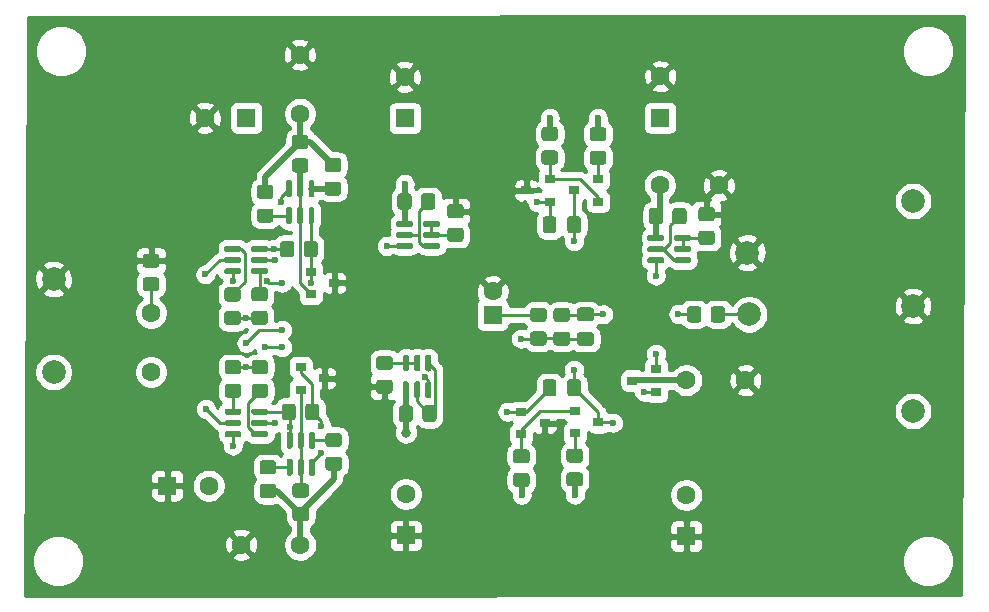
<source format=gbr>
G04 #@! TF.GenerationSoftware,KiCad,Pcbnew,(5.1.8-0-10_14)*
G04 #@! TF.CreationDate,2021-01-02T16:45:16+01:00*
G04 #@! TF.ProjectId,pre-amp-discret,7072652d-616d-4702-9d64-697363726574,rev?*
G04 #@! TF.SameCoordinates,Original*
G04 #@! TF.FileFunction,Copper,L1,Top*
G04 #@! TF.FilePolarity,Positive*
%FSLAX46Y46*%
G04 Gerber Fmt 4.6, Leading zero omitted, Abs format (unit mm)*
G04 Created by KiCad (PCBNEW (5.1.8-0-10_14)) date 2021-01-02 16:45:16*
%MOMM*%
%LPD*%
G01*
G04 APERTURE LIST*
G04 #@! TA.AperFunction,ComponentPad*
%ADD10C,1.600000*%
G04 #@! TD*
G04 #@! TA.AperFunction,ComponentPad*
%ADD11R,1.600000X1.600000*%
G04 #@! TD*
G04 #@! TA.AperFunction,SMDPad,CuDef*
%ADD12R,0.900000X0.800000*%
G04 #@! TD*
G04 #@! TA.AperFunction,ComponentPad*
%ADD13C,2.000000*%
G04 #@! TD*
G04 #@! TA.AperFunction,ViaPad*
%ADD14C,0.600000*%
G04 #@! TD*
G04 #@! TA.AperFunction,ViaPad*
%ADD15C,0.800000*%
G04 #@! TD*
G04 #@! TA.AperFunction,Conductor*
%ADD16C,0.250000*%
G04 #@! TD*
G04 #@! TA.AperFunction,Conductor*
%ADD17C,0.500000*%
G04 #@! TD*
G04 #@! TA.AperFunction,Conductor*
%ADD18C,0.254000*%
G04 #@! TD*
G04 #@! TA.AperFunction,Conductor*
%ADD19C,0.100000*%
G04 #@! TD*
G04 APERTURE END LIST*
G04 #@! TA.AperFunction,SMDPad,CuDef*
G36*
G01*
X145710100Y-133999000D02*
X145460100Y-133999000D01*
G75*
G02*
X145335100Y-133874000I0J125000D01*
G01*
X145335100Y-132699000D01*
G75*
G02*
X145460100Y-132574000I125000J0D01*
G01*
X145710100Y-132574000D01*
G75*
G02*
X145835100Y-132699000I0J-125000D01*
G01*
X145835100Y-133874000D01*
G75*
G02*
X145710100Y-133999000I-125000J0D01*
G01*
G37*
G04 #@! TD.AperFunction*
G04 #@! TA.AperFunction,SMDPad,CuDef*
G36*
G01*
X146660100Y-133999000D02*
X146410100Y-133999000D01*
G75*
G02*
X146285100Y-133874000I0J125000D01*
G01*
X146285100Y-132699000D01*
G75*
G02*
X146410100Y-132574000I125000J0D01*
G01*
X146660100Y-132574000D01*
G75*
G02*
X146785100Y-132699000I0J-125000D01*
G01*
X146785100Y-133874000D01*
G75*
G02*
X146660100Y-133999000I-125000J0D01*
G01*
G37*
G04 #@! TD.AperFunction*
G04 #@! TA.AperFunction,SMDPad,CuDef*
G36*
G01*
X147610100Y-133999000D02*
X147360100Y-133999000D01*
G75*
G02*
X147235100Y-133874000I0J125000D01*
G01*
X147235100Y-132699000D01*
G75*
G02*
X147360100Y-132574000I125000J0D01*
G01*
X147610100Y-132574000D01*
G75*
G02*
X147735100Y-132699000I0J-125000D01*
G01*
X147735100Y-133874000D01*
G75*
G02*
X147610100Y-133999000I-125000J0D01*
G01*
G37*
G04 #@! TD.AperFunction*
G04 #@! TA.AperFunction,SMDPad,CuDef*
G36*
G01*
X147610100Y-136274000D02*
X147360100Y-136274000D01*
G75*
G02*
X147235100Y-136149000I0J125000D01*
G01*
X147235100Y-134974000D01*
G75*
G02*
X147360100Y-134849000I125000J0D01*
G01*
X147610100Y-134849000D01*
G75*
G02*
X147735100Y-134974000I0J-125000D01*
G01*
X147735100Y-136149000D01*
G75*
G02*
X147610100Y-136274000I-125000J0D01*
G01*
G37*
G04 #@! TD.AperFunction*
G04 #@! TA.AperFunction,SMDPad,CuDef*
G36*
G01*
X146660100Y-136274000D02*
X146410100Y-136274000D01*
G75*
G02*
X146285100Y-136149000I0J125000D01*
G01*
X146285100Y-134974000D01*
G75*
G02*
X146410100Y-134849000I125000J0D01*
G01*
X146660100Y-134849000D01*
G75*
G02*
X146785100Y-134974000I0J-125000D01*
G01*
X146785100Y-136149000D01*
G75*
G02*
X146660100Y-136274000I-125000J0D01*
G01*
G37*
G04 #@! TD.AperFunction*
G04 #@! TA.AperFunction,SMDPad,CuDef*
G36*
G01*
X145710100Y-136274000D02*
X145460100Y-136274000D01*
G75*
G02*
X145335100Y-136149000I0J125000D01*
G01*
X145335100Y-134974000D01*
G75*
G02*
X145460100Y-134849000I125000J0D01*
G01*
X145710100Y-134849000D01*
G75*
G02*
X145835100Y-134974000I0J-125000D01*
G01*
X145835100Y-136149000D01*
G75*
G02*
X145710100Y-136274000I-125000J0D01*
G01*
G37*
G04 #@! TD.AperFunction*
G04 #@! TA.AperFunction,SMDPad,CuDef*
G36*
G01*
X142353000Y-130998500D02*
X142353000Y-130748500D01*
G75*
G02*
X142478000Y-130623500I125000J0D01*
G01*
X143653000Y-130623500D01*
G75*
G02*
X143778000Y-130748500I0J-125000D01*
G01*
X143778000Y-130998500D01*
G75*
G02*
X143653000Y-131123500I-125000J0D01*
G01*
X142478000Y-131123500D01*
G75*
G02*
X142353000Y-130998500I0J125000D01*
G01*
G37*
G04 #@! TD.AperFunction*
G04 #@! TA.AperFunction,SMDPad,CuDef*
G36*
G01*
X142353000Y-131948500D02*
X142353000Y-131698500D01*
G75*
G02*
X142478000Y-131573500I125000J0D01*
G01*
X143653000Y-131573500D01*
G75*
G02*
X143778000Y-131698500I0J-125000D01*
G01*
X143778000Y-131948500D01*
G75*
G02*
X143653000Y-132073500I-125000J0D01*
G01*
X142478000Y-132073500D01*
G75*
G02*
X142353000Y-131948500I0J125000D01*
G01*
G37*
G04 #@! TD.AperFunction*
G04 #@! TA.AperFunction,SMDPad,CuDef*
G36*
G01*
X142353000Y-132898500D02*
X142353000Y-132648500D01*
G75*
G02*
X142478000Y-132523500I125000J0D01*
G01*
X143653000Y-132523500D01*
G75*
G02*
X143778000Y-132648500I0J-125000D01*
G01*
X143778000Y-132898500D01*
G75*
G02*
X143653000Y-133023500I-125000J0D01*
G01*
X142478000Y-133023500D01*
G75*
G02*
X142353000Y-132898500I0J125000D01*
G01*
G37*
G04 #@! TD.AperFunction*
G04 #@! TA.AperFunction,SMDPad,CuDef*
G36*
G01*
X140078000Y-132898500D02*
X140078000Y-132648500D01*
G75*
G02*
X140203000Y-132523500I125000J0D01*
G01*
X141378000Y-132523500D01*
G75*
G02*
X141503000Y-132648500I0J-125000D01*
G01*
X141503000Y-132898500D01*
G75*
G02*
X141378000Y-133023500I-125000J0D01*
G01*
X140203000Y-133023500D01*
G75*
G02*
X140078000Y-132898500I0J125000D01*
G01*
G37*
G04 #@! TD.AperFunction*
G04 #@! TA.AperFunction,SMDPad,CuDef*
G36*
G01*
X140078000Y-131948500D02*
X140078000Y-131698500D01*
G75*
G02*
X140203000Y-131573500I125000J0D01*
G01*
X141378000Y-131573500D01*
G75*
G02*
X141503000Y-131698500I0J-125000D01*
G01*
X141503000Y-131948500D01*
G75*
G02*
X141378000Y-132073500I-125000J0D01*
G01*
X140203000Y-132073500D01*
G75*
G02*
X140078000Y-131948500I0J125000D01*
G01*
G37*
G04 #@! TD.AperFunction*
G04 #@! TA.AperFunction,SMDPad,CuDef*
G36*
G01*
X140078000Y-130998500D02*
X140078000Y-130748500D01*
G75*
G02*
X140203000Y-130623500I125000J0D01*
G01*
X141378000Y-130623500D01*
G75*
G02*
X141503000Y-130748500I0J-125000D01*
G01*
X141503000Y-130998500D01*
G75*
G02*
X141378000Y-131123500I-125000J0D01*
G01*
X140203000Y-131123500D01*
G75*
G02*
X140078000Y-130998500I0J125000D01*
G01*
G37*
G04 #@! TD.AperFunction*
G04 #@! TA.AperFunction,SMDPad,CuDef*
G36*
G01*
X177306000Y-117931700D02*
X177306000Y-118181700D01*
G75*
G02*
X177181000Y-118306700I-125000J0D01*
G01*
X176006000Y-118306700D01*
G75*
G02*
X175881000Y-118181700I0J125000D01*
G01*
X175881000Y-117931700D01*
G75*
G02*
X176006000Y-117806700I125000J0D01*
G01*
X177181000Y-117806700D01*
G75*
G02*
X177306000Y-117931700I0J-125000D01*
G01*
G37*
G04 #@! TD.AperFunction*
G04 #@! TA.AperFunction,SMDPad,CuDef*
G36*
G01*
X177306000Y-116981700D02*
X177306000Y-117231700D01*
G75*
G02*
X177181000Y-117356700I-125000J0D01*
G01*
X176006000Y-117356700D01*
G75*
G02*
X175881000Y-117231700I0J125000D01*
G01*
X175881000Y-116981700D01*
G75*
G02*
X176006000Y-116856700I125000J0D01*
G01*
X177181000Y-116856700D01*
G75*
G02*
X177306000Y-116981700I0J-125000D01*
G01*
G37*
G04 #@! TD.AperFunction*
G04 #@! TA.AperFunction,SMDPad,CuDef*
G36*
G01*
X177306000Y-116031700D02*
X177306000Y-116281700D01*
G75*
G02*
X177181000Y-116406700I-125000J0D01*
G01*
X176006000Y-116406700D01*
G75*
G02*
X175881000Y-116281700I0J125000D01*
G01*
X175881000Y-116031700D01*
G75*
G02*
X176006000Y-115906700I125000J0D01*
G01*
X177181000Y-115906700D01*
G75*
G02*
X177306000Y-116031700I0J-125000D01*
G01*
G37*
G04 #@! TD.AperFunction*
G04 #@! TA.AperFunction,SMDPad,CuDef*
G36*
G01*
X179581000Y-116031700D02*
X179581000Y-116281700D01*
G75*
G02*
X179456000Y-116406700I-125000J0D01*
G01*
X178281000Y-116406700D01*
G75*
G02*
X178156000Y-116281700I0J125000D01*
G01*
X178156000Y-116031700D01*
G75*
G02*
X178281000Y-115906700I125000J0D01*
G01*
X179456000Y-115906700D01*
G75*
G02*
X179581000Y-116031700I0J-125000D01*
G01*
G37*
G04 #@! TD.AperFunction*
G04 #@! TA.AperFunction,SMDPad,CuDef*
G36*
G01*
X179581000Y-116981700D02*
X179581000Y-117231700D01*
G75*
G02*
X179456000Y-117356700I-125000J0D01*
G01*
X178281000Y-117356700D01*
G75*
G02*
X178156000Y-117231700I0J125000D01*
G01*
X178156000Y-116981700D01*
G75*
G02*
X178281000Y-116856700I125000J0D01*
G01*
X179456000Y-116856700D01*
G75*
G02*
X179581000Y-116981700I0J-125000D01*
G01*
G37*
G04 #@! TD.AperFunction*
G04 #@! TA.AperFunction,SMDPad,CuDef*
G36*
G01*
X179581000Y-117931700D02*
X179581000Y-118181700D01*
G75*
G02*
X179456000Y-118306700I-125000J0D01*
G01*
X178281000Y-118306700D01*
G75*
G02*
X178156000Y-118181700I0J125000D01*
G01*
X178156000Y-117931700D01*
G75*
G02*
X178281000Y-117806700I125000J0D01*
G01*
X179456000Y-117806700D01*
G75*
G02*
X179581000Y-117931700I0J-125000D01*
G01*
G37*
G04 #@! TD.AperFunction*
G04 #@! TA.AperFunction,SMDPad,CuDef*
G36*
G01*
X156033500Y-116722700D02*
X156033500Y-116972700D01*
G75*
G02*
X155908500Y-117097700I-125000J0D01*
G01*
X154733500Y-117097700D01*
G75*
G02*
X154608500Y-116972700I0J125000D01*
G01*
X154608500Y-116722700D01*
G75*
G02*
X154733500Y-116597700I125000J0D01*
G01*
X155908500Y-116597700D01*
G75*
G02*
X156033500Y-116722700I0J-125000D01*
G01*
G37*
G04 #@! TD.AperFunction*
G04 #@! TA.AperFunction,SMDPad,CuDef*
G36*
G01*
X156033500Y-115772700D02*
X156033500Y-116022700D01*
G75*
G02*
X155908500Y-116147700I-125000J0D01*
G01*
X154733500Y-116147700D01*
G75*
G02*
X154608500Y-116022700I0J125000D01*
G01*
X154608500Y-115772700D01*
G75*
G02*
X154733500Y-115647700I125000J0D01*
G01*
X155908500Y-115647700D01*
G75*
G02*
X156033500Y-115772700I0J-125000D01*
G01*
G37*
G04 #@! TD.AperFunction*
G04 #@! TA.AperFunction,SMDPad,CuDef*
G36*
G01*
X156033500Y-114822700D02*
X156033500Y-115072700D01*
G75*
G02*
X155908500Y-115197700I-125000J0D01*
G01*
X154733500Y-115197700D01*
G75*
G02*
X154608500Y-115072700I0J125000D01*
G01*
X154608500Y-114822700D01*
G75*
G02*
X154733500Y-114697700I125000J0D01*
G01*
X155908500Y-114697700D01*
G75*
G02*
X156033500Y-114822700I0J-125000D01*
G01*
G37*
G04 #@! TD.AperFunction*
G04 #@! TA.AperFunction,SMDPad,CuDef*
G36*
G01*
X158308500Y-114822700D02*
X158308500Y-115072700D01*
G75*
G02*
X158183500Y-115197700I-125000J0D01*
G01*
X157008500Y-115197700D01*
G75*
G02*
X156883500Y-115072700I0J125000D01*
G01*
X156883500Y-114822700D01*
G75*
G02*
X157008500Y-114697700I125000J0D01*
G01*
X158183500Y-114697700D01*
G75*
G02*
X158308500Y-114822700I0J-125000D01*
G01*
G37*
G04 #@! TD.AperFunction*
G04 #@! TA.AperFunction,SMDPad,CuDef*
G36*
G01*
X158308500Y-115772700D02*
X158308500Y-116022700D01*
G75*
G02*
X158183500Y-116147700I-125000J0D01*
G01*
X157008500Y-116147700D01*
G75*
G02*
X156883500Y-116022700I0J125000D01*
G01*
X156883500Y-115772700D01*
G75*
G02*
X157008500Y-115647700I125000J0D01*
G01*
X158183500Y-115647700D01*
G75*
G02*
X158308500Y-115772700I0J-125000D01*
G01*
G37*
G04 #@! TD.AperFunction*
G04 #@! TA.AperFunction,SMDPad,CuDef*
G36*
G01*
X158308500Y-116722700D02*
X158308500Y-116972700D01*
G75*
G02*
X158183500Y-117097700I-125000J0D01*
G01*
X157008500Y-117097700D01*
G75*
G02*
X156883500Y-116972700I0J125000D01*
G01*
X156883500Y-116722700D01*
G75*
G02*
X157008500Y-116597700I125000J0D01*
G01*
X158183500Y-116597700D01*
G75*
G02*
X158308500Y-116722700I0J-125000D01*
G01*
G37*
G04 #@! TD.AperFunction*
G04 #@! TA.AperFunction,SMDPad,CuDef*
G36*
G01*
X142329300Y-117198600D02*
X142329300Y-116948600D01*
G75*
G02*
X142454300Y-116823600I125000J0D01*
G01*
X143629300Y-116823600D01*
G75*
G02*
X143754300Y-116948600I0J-125000D01*
G01*
X143754300Y-117198600D01*
G75*
G02*
X143629300Y-117323600I-125000J0D01*
G01*
X142454300Y-117323600D01*
G75*
G02*
X142329300Y-117198600I0J125000D01*
G01*
G37*
G04 #@! TD.AperFunction*
G04 #@! TA.AperFunction,SMDPad,CuDef*
G36*
G01*
X142329300Y-118148600D02*
X142329300Y-117898600D01*
G75*
G02*
X142454300Y-117773600I125000J0D01*
G01*
X143629300Y-117773600D01*
G75*
G02*
X143754300Y-117898600I0J-125000D01*
G01*
X143754300Y-118148600D01*
G75*
G02*
X143629300Y-118273600I-125000J0D01*
G01*
X142454300Y-118273600D01*
G75*
G02*
X142329300Y-118148600I0J125000D01*
G01*
G37*
G04 #@! TD.AperFunction*
G04 #@! TA.AperFunction,SMDPad,CuDef*
G36*
G01*
X142329300Y-119098600D02*
X142329300Y-118848600D01*
G75*
G02*
X142454300Y-118723600I125000J0D01*
G01*
X143629300Y-118723600D01*
G75*
G02*
X143754300Y-118848600I0J-125000D01*
G01*
X143754300Y-119098600D01*
G75*
G02*
X143629300Y-119223600I-125000J0D01*
G01*
X142454300Y-119223600D01*
G75*
G02*
X142329300Y-119098600I0J125000D01*
G01*
G37*
G04 #@! TD.AperFunction*
G04 #@! TA.AperFunction,SMDPad,CuDef*
G36*
G01*
X140054300Y-119098600D02*
X140054300Y-118848600D01*
G75*
G02*
X140179300Y-118723600I125000J0D01*
G01*
X141354300Y-118723600D01*
G75*
G02*
X141479300Y-118848600I0J-125000D01*
G01*
X141479300Y-119098600D01*
G75*
G02*
X141354300Y-119223600I-125000J0D01*
G01*
X140179300Y-119223600D01*
G75*
G02*
X140054300Y-119098600I0J125000D01*
G01*
G37*
G04 #@! TD.AperFunction*
G04 #@! TA.AperFunction,SMDPad,CuDef*
G36*
G01*
X140054300Y-118148600D02*
X140054300Y-117898600D01*
G75*
G02*
X140179300Y-117773600I125000J0D01*
G01*
X141354300Y-117773600D01*
G75*
G02*
X141479300Y-117898600I0J-125000D01*
G01*
X141479300Y-118148600D01*
G75*
G02*
X141354300Y-118273600I-125000J0D01*
G01*
X140179300Y-118273600D01*
G75*
G02*
X140054300Y-118148600I0J125000D01*
G01*
G37*
G04 #@! TD.AperFunction*
G04 #@! TA.AperFunction,SMDPad,CuDef*
G36*
G01*
X140054300Y-117198600D02*
X140054300Y-116948600D01*
G75*
G02*
X140179300Y-116823600I125000J0D01*
G01*
X141354300Y-116823600D01*
G75*
G02*
X141479300Y-116948600I0J-125000D01*
G01*
X141479300Y-117198600D01*
G75*
G02*
X141354300Y-117323600I-125000J0D01*
G01*
X140179300Y-117323600D01*
G75*
G02*
X140054300Y-117198600I0J125000D01*
G01*
G37*
G04 #@! TD.AperFunction*
G04 #@! TA.AperFunction,SMDPad,CuDef*
G36*
G01*
X145667000Y-112699400D02*
X145417000Y-112699400D01*
G75*
G02*
X145292000Y-112574400I0J125000D01*
G01*
X145292000Y-111399400D01*
G75*
G02*
X145417000Y-111274400I125000J0D01*
G01*
X145667000Y-111274400D01*
G75*
G02*
X145792000Y-111399400I0J-125000D01*
G01*
X145792000Y-112574400D01*
G75*
G02*
X145667000Y-112699400I-125000J0D01*
G01*
G37*
G04 #@! TD.AperFunction*
G04 #@! TA.AperFunction,SMDPad,CuDef*
G36*
G01*
X146617000Y-112699400D02*
X146367000Y-112699400D01*
G75*
G02*
X146242000Y-112574400I0J125000D01*
G01*
X146242000Y-111399400D01*
G75*
G02*
X146367000Y-111274400I125000J0D01*
G01*
X146617000Y-111274400D01*
G75*
G02*
X146742000Y-111399400I0J-125000D01*
G01*
X146742000Y-112574400D01*
G75*
G02*
X146617000Y-112699400I-125000J0D01*
G01*
G37*
G04 #@! TD.AperFunction*
G04 #@! TA.AperFunction,SMDPad,CuDef*
G36*
G01*
X147567000Y-112699400D02*
X147317000Y-112699400D01*
G75*
G02*
X147192000Y-112574400I0J125000D01*
G01*
X147192000Y-111399400D01*
G75*
G02*
X147317000Y-111274400I125000J0D01*
G01*
X147567000Y-111274400D01*
G75*
G02*
X147692000Y-111399400I0J-125000D01*
G01*
X147692000Y-112574400D01*
G75*
G02*
X147567000Y-112699400I-125000J0D01*
G01*
G37*
G04 #@! TD.AperFunction*
G04 #@! TA.AperFunction,SMDPad,CuDef*
G36*
G01*
X147567000Y-114974400D02*
X147317000Y-114974400D01*
G75*
G02*
X147192000Y-114849400I0J125000D01*
G01*
X147192000Y-113674400D01*
G75*
G02*
X147317000Y-113549400I125000J0D01*
G01*
X147567000Y-113549400D01*
G75*
G02*
X147692000Y-113674400I0J-125000D01*
G01*
X147692000Y-114849400D01*
G75*
G02*
X147567000Y-114974400I-125000J0D01*
G01*
G37*
G04 #@! TD.AperFunction*
G04 #@! TA.AperFunction,SMDPad,CuDef*
G36*
G01*
X146617000Y-114974400D02*
X146367000Y-114974400D01*
G75*
G02*
X146242000Y-114849400I0J125000D01*
G01*
X146242000Y-113674400D01*
G75*
G02*
X146367000Y-113549400I125000J0D01*
G01*
X146617000Y-113549400D01*
G75*
G02*
X146742000Y-113674400I0J-125000D01*
G01*
X146742000Y-114849400D01*
G75*
G02*
X146617000Y-114974400I-125000J0D01*
G01*
G37*
G04 #@! TD.AperFunction*
G04 #@! TA.AperFunction,SMDPad,CuDef*
G36*
G01*
X145667000Y-114974400D02*
X145417000Y-114974400D01*
G75*
G02*
X145292000Y-114849400I0J125000D01*
G01*
X145292000Y-113674400D01*
G75*
G02*
X145417000Y-113549400I125000J0D01*
G01*
X145667000Y-113549400D01*
G75*
G02*
X145792000Y-113674400I0J-125000D01*
G01*
X145792000Y-114849400D01*
G75*
G02*
X145667000Y-114974400I-125000J0D01*
G01*
G37*
G04 #@! TD.AperFunction*
G04 #@! TA.AperFunction,SMDPad,CuDef*
G36*
G01*
X157215300Y-128303800D02*
X157465300Y-128303800D01*
G75*
G02*
X157590300Y-128428800I0J-125000D01*
G01*
X157590300Y-129603800D01*
G75*
G02*
X157465300Y-129728800I-125000J0D01*
G01*
X157215300Y-129728800D01*
G75*
G02*
X157090300Y-129603800I0J125000D01*
G01*
X157090300Y-128428800D01*
G75*
G02*
X157215300Y-128303800I125000J0D01*
G01*
G37*
G04 #@! TD.AperFunction*
G04 #@! TA.AperFunction,SMDPad,CuDef*
G36*
G01*
X156265300Y-128303800D02*
X156515300Y-128303800D01*
G75*
G02*
X156640300Y-128428800I0J-125000D01*
G01*
X156640300Y-129603800D01*
G75*
G02*
X156515300Y-129728800I-125000J0D01*
G01*
X156265300Y-129728800D01*
G75*
G02*
X156140300Y-129603800I0J125000D01*
G01*
X156140300Y-128428800D01*
G75*
G02*
X156265300Y-128303800I125000J0D01*
G01*
G37*
G04 #@! TD.AperFunction*
G04 #@! TA.AperFunction,SMDPad,CuDef*
G36*
G01*
X155315300Y-128303800D02*
X155565300Y-128303800D01*
G75*
G02*
X155690300Y-128428800I0J-125000D01*
G01*
X155690300Y-129603800D01*
G75*
G02*
X155565300Y-129728800I-125000J0D01*
G01*
X155315300Y-129728800D01*
G75*
G02*
X155190300Y-129603800I0J125000D01*
G01*
X155190300Y-128428800D01*
G75*
G02*
X155315300Y-128303800I125000J0D01*
G01*
G37*
G04 #@! TD.AperFunction*
G04 #@! TA.AperFunction,SMDPad,CuDef*
G36*
G01*
X155315300Y-126028800D02*
X155565300Y-126028800D01*
G75*
G02*
X155690300Y-126153800I0J-125000D01*
G01*
X155690300Y-127328800D01*
G75*
G02*
X155565300Y-127453800I-125000J0D01*
G01*
X155315300Y-127453800D01*
G75*
G02*
X155190300Y-127328800I0J125000D01*
G01*
X155190300Y-126153800D01*
G75*
G02*
X155315300Y-126028800I125000J0D01*
G01*
G37*
G04 #@! TD.AperFunction*
G04 #@! TA.AperFunction,SMDPad,CuDef*
G36*
G01*
X156265300Y-126028800D02*
X156515300Y-126028800D01*
G75*
G02*
X156640300Y-126153800I0J-125000D01*
G01*
X156640300Y-127328800D01*
G75*
G02*
X156515300Y-127453800I-125000J0D01*
G01*
X156265300Y-127453800D01*
G75*
G02*
X156140300Y-127328800I0J125000D01*
G01*
X156140300Y-126153800D01*
G75*
G02*
X156265300Y-126028800I125000J0D01*
G01*
G37*
G04 #@! TD.AperFunction*
G04 #@! TA.AperFunction,SMDPad,CuDef*
G36*
G01*
X157215300Y-126028800D02*
X157465300Y-126028800D01*
G75*
G02*
X157590300Y-126153800I0J-125000D01*
G01*
X157590300Y-127328800D01*
G75*
G02*
X157465300Y-127453800I-125000J0D01*
G01*
X157215300Y-127453800D01*
G75*
G02*
X157090300Y-127328800I0J125000D01*
G01*
X157090300Y-126153800D01*
G75*
G02*
X157215300Y-126028800I125000J0D01*
G01*
G37*
G04 #@! TD.AperFunction*
D10*
X176961800Y-102481500D03*
D11*
X176961800Y-105981500D03*
G04 #@! TA.AperFunction,SMDPad,CuDef*
G36*
G01*
X146082599Y-138941000D02*
X146982601Y-138941000D01*
G75*
G02*
X147232600Y-139190999I0J-249999D01*
G01*
X147232600Y-139891001D01*
G75*
G02*
X146982601Y-140141000I-249999J0D01*
G01*
X146082599Y-140141000D01*
G75*
G02*
X145832600Y-139891001I0J249999D01*
G01*
X145832600Y-139190999D01*
G75*
G02*
X146082599Y-138941000I249999J0D01*
G01*
G37*
G04 #@! TD.AperFunction*
G04 #@! TA.AperFunction,SMDPad,CuDef*
G36*
G01*
X146082599Y-136941000D02*
X146982601Y-136941000D01*
G75*
G02*
X147232600Y-137190999I0J-249999D01*
G01*
X147232600Y-137891001D01*
G75*
G02*
X146982601Y-138141000I-249999J0D01*
G01*
X146082599Y-138141000D01*
G75*
G02*
X145832600Y-137891001I0J249999D01*
G01*
X145832600Y-137190999D01*
G75*
G02*
X146082599Y-136941000I249999J0D01*
G01*
G37*
G04 #@! TD.AperFunction*
G04 #@! TA.AperFunction,SMDPad,CuDef*
G36*
G01*
X146110500Y-130436199D02*
X146110500Y-131336201D01*
G75*
G02*
X145860501Y-131586200I-249999J0D01*
G01*
X145160499Y-131586200D01*
G75*
G02*
X144910500Y-131336201I0J249999D01*
G01*
X144910500Y-130436199D01*
G75*
G02*
X145160499Y-130186200I249999J0D01*
G01*
X145860501Y-130186200D01*
G75*
G02*
X146110500Y-130436199I0J-249999D01*
G01*
G37*
G04 #@! TD.AperFunction*
G04 #@! TA.AperFunction,SMDPad,CuDef*
G36*
G01*
X148110500Y-130436199D02*
X148110500Y-131336201D01*
G75*
G02*
X147860501Y-131586200I-249999J0D01*
G01*
X147160499Y-131586200D01*
G75*
G02*
X146910500Y-131336201I0J249999D01*
G01*
X146910500Y-130436199D01*
G75*
G02*
X147160499Y-130186200I249999J0D01*
G01*
X147860501Y-130186200D01*
G75*
G02*
X148110500Y-130436199I0J-249999D01*
G01*
G37*
G04 #@! TD.AperFunction*
G04 #@! TA.AperFunction,SMDPad,CuDef*
G36*
G01*
X145983500Y-116656699D02*
X145983500Y-117556701D01*
G75*
G02*
X145733501Y-117806700I-249999J0D01*
G01*
X145033499Y-117806700D01*
G75*
G02*
X144783500Y-117556701I0J249999D01*
G01*
X144783500Y-116656699D01*
G75*
G02*
X145033499Y-116406700I249999J0D01*
G01*
X145733501Y-116406700D01*
G75*
G02*
X145983500Y-116656699I0J-249999D01*
G01*
G37*
G04 #@! TD.AperFunction*
G04 #@! TA.AperFunction,SMDPad,CuDef*
G36*
G01*
X147983500Y-116656699D02*
X147983500Y-117556701D01*
G75*
G02*
X147733501Y-117806700I-249999J0D01*
G01*
X147033499Y-117806700D01*
G75*
G02*
X146783500Y-117556701I0J249999D01*
G01*
X146783500Y-116656699D01*
G75*
G02*
X147033499Y-116406700I249999J0D01*
G01*
X147733501Y-116406700D01*
G75*
G02*
X147983500Y-116656699I0J-249999D01*
G01*
G37*
G04 #@! TD.AperFunction*
G04 #@! TA.AperFunction,SMDPad,CuDef*
G36*
G01*
X146031799Y-109420100D02*
X146931801Y-109420100D01*
G75*
G02*
X147181800Y-109670099I0J-249999D01*
G01*
X147181800Y-110370101D01*
G75*
G02*
X146931801Y-110620100I-249999J0D01*
G01*
X146031799Y-110620100D01*
G75*
G02*
X145781800Y-110370101I0J249999D01*
G01*
X145781800Y-109670099D01*
G75*
G02*
X146031799Y-109420100I249999J0D01*
G01*
G37*
G04 #@! TD.AperFunction*
G04 #@! TA.AperFunction,SMDPad,CuDef*
G36*
G01*
X146031799Y-107420100D02*
X146931801Y-107420100D01*
G75*
G02*
X147181800Y-107670099I0J-249999D01*
G01*
X147181800Y-108370101D01*
G75*
G02*
X146931801Y-108620100I-249999J0D01*
G01*
X146031799Y-108620100D01*
G75*
G02*
X145781800Y-108370101I0J249999D01*
G01*
X145781800Y-107670099D01*
G75*
G02*
X146031799Y-107420100I249999J0D01*
G01*
G37*
G04 #@! TD.AperFunction*
D12*
X148532600Y-128043900D03*
X146532600Y-128993900D03*
X146532600Y-127093900D03*
X149383500Y-119949000D03*
X147383500Y-120899000D03*
X147383500Y-118999000D03*
D10*
X155422600Y-137845800D03*
D11*
X155422600Y-141345800D03*
D10*
X155346400Y-102506900D03*
D11*
X155346400Y-106006900D03*
G04 #@! TA.AperFunction,SMDPad,CuDef*
G36*
G01*
X143301299Y-136972500D02*
X144201301Y-136972500D01*
G75*
G02*
X144451300Y-137222499I0J-249999D01*
G01*
X144451300Y-137922501D01*
G75*
G02*
X144201301Y-138172500I-249999J0D01*
G01*
X143301299Y-138172500D01*
G75*
G02*
X143051300Y-137922501I0J249999D01*
G01*
X143051300Y-137222499D01*
G75*
G02*
X143301299Y-136972500I249999J0D01*
G01*
G37*
G04 #@! TD.AperFunction*
G04 #@! TA.AperFunction,SMDPad,CuDef*
G36*
G01*
X143301299Y-134972500D02*
X144201301Y-134972500D01*
G75*
G02*
X144451300Y-135222499I0J-249999D01*
G01*
X144451300Y-135922501D01*
G75*
G02*
X144201301Y-136172500I-249999J0D01*
G01*
X143301299Y-136172500D01*
G75*
G02*
X143051300Y-135922501I0J249999D01*
G01*
X143051300Y-135222499D01*
G75*
G02*
X143301299Y-134972500I249999J0D01*
G01*
G37*
G04 #@! TD.AperFunction*
D10*
X162775900Y-120669300D03*
D11*
X162775900Y-122669300D03*
D12*
X165614600Y-112130800D03*
X167614600Y-111180800D03*
X167614600Y-113080800D03*
G04 #@! TA.AperFunction,SMDPad,CuDef*
G36*
G01*
X180444700Y-122181199D02*
X180444700Y-123081201D01*
G75*
G02*
X180194701Y-123331200I-249999J0D01*
G01*
X179494699Y-123331200D01*
G75*
G02*
X179244700Y-123081201I0J249999D01*
G01*
X179244700Y-122181199D01*
G75*
G02*
X179494699Y-121931200I249999J0D01*
G01*
X180194701Y-121931200D01*
G75*
G02*
X180444700Y-122181199I0J-249999D01*
G01*
G37*
G04 #@! TD.AperFunction*
G04 #@! TA.AperFunction,SMDPad,CuDef*
G36*
G01*
X182444700Y-122181199D02*
X182444700Y-123081201D01*
G75*
G02*
X182194701Y-123331200I-249999J0D01*
G01*
X181494699Y-123331200D01*
G75*
G02*
X181244700Y-123081201I0J249999D01*
G01*
X181244700Y-122181199D01*
G75*
G02*
X181494699Y-121931200I249999J0D01*
G01*
X182194701Y-121931200D01*
G75*
G02*
X182444700Y-122181199I0J-249999D01*
G01*
G37*
G04 #@! TD.AperFunction*
G04 #@! TA.AperFunction,SMDPad,CuDef*
G36*
G01*
X181348801Y-114741500D02*
X180448799Y-114741500D01*
G75*
G02*
X180198800Y-114491501I0J249999D01*
G01*
X180198800Y-113791499D01*
G75*
G02*
X180448799Y-113541500I249999J0D01*
G01*
X181348801Y-113541500D01*
G75*
G02*
X181598800Y-113791499I0J-249999D01*
G01*
X181598800Y-114491501D01*
G75*
G02*
X181348801Y-114741500I-249999J0D01*
G01*
G37*
G04 #@! TD.AperFunction*
G04 #@! TA.AperFunction,SMDPad,CuDef*
G36*
G01*
X181348801Y-116741500D02*
X180448799Y-116741500D01*
G75*
G02*
X180198800Y-116491501I0J249999D01*
G01*
X180198800Y-115791499D01*
G75*
G02*
X180448799Y-115541500I249999J0D01*
G01*
X181348801Y-115541500D01*
G75*
G02*
X181598800Y-115791499I0J-249999D01*
G01*
X181598800Y-116491501D01*
G75*
G02*
X181348801Y-116741500I-249999J0D01*
G01*
G37*
G04 #@! TD.AperFunction*
G04 #@! TA.AperFunction,SMDPad,CuDef*
G36*
G01*
X169272799Y-135994600D02*
X170172801Y-135994600D01*
G75*
G02*
X170422800Y-136244599I0J-249999D01*
G01*
X170422800Y-136944601D01*
G75*
G02*
X170172801Y-137194600I-249999J0D01*
G01*
X169272799Y-137194600D01*
G75*
G02*
X169022800Y-136944601I0J249999D01*
G01*
X169022800Y-136244599D01*
G75*
G02*
X169272799Y-135994600I249999J0D01*
G01*
G37*
G04 #@! TD.AperFunction*
G04 #@! TA.AperFunction,SMDPad,CuDef*
G36*
G01*
X169272799Y-133994600D02*
X170172801Y-133994600D01*
G75*
G02*
X170422800Y-134244599I0J-249999D01*
G01*
X170422800Y-134944601D01*
G75*
G02*
X170172801Y-135194600I-249999J0D01*
G01*
X169272799Y-135194600D01*
G75*
G02*
X169022800Y-134944601I0J249999D01*
G01*
X169022800Y-134244599D01*
G75*
G02*
X169272799Y-133994600I249999J0D01*
G01*
G37*
G04 #@! TD.AperFunction*
G04 #@! TA.AperFunction,SMDPad,CuDef*
G36*
G01*
X167164599Y-108747000D02*
X168064601Y-108747000D01*
G75*
G02*
X168314600Y-108996999I0J-249999D01*
G01*
X168314600Y-109697001D01*
G75*
G02*
X168064601Y-109947000I-249999J0D01*
G01*
X167164599Y-109947000D01*
G75*
G02*
X166914600Y-109697001I0J249999D01*
G01*
X166914600Y-108996999D01*
G75*
G02*
X167164599Y-108747000I249999J0D01*
G01*
G37*
G04 #@! TD.AperFunction*
G04 #@! TA.AperFunction,SMDPad,CuDef*
G36*
G01*
X167164599Y-106747000D02*
X168064601Y-106747000D01*
G75*
G02*
X168314600Y-106996999I0J-249999D01*
G01*
X168314600Y-107697001D01*
G75*
G02*
X168064601Y-107947000I-249999J0D01*
G01*
X167164599Y-107947000D01*
G75*
G02*
X166914600Y-107697001I0J249999D01*
G01*
X166914600Y-106996999D01*
G75*
G02*
X167164599Y-106747000I249999J0D01*
G01*
G37*
G04 #@! TD.AperFunction*
G04 #@! TA.AperFunction,SMDPad,CuDef*
G36*
G01*
X154069201Y-127346000D02*
X153169199Y-127346000D01*
G75*
G02*
X152919200Y-127096001I0J249999D01*
G01*
X152919200Y-126395999D01*
G75*
G02*
X153169199Y-126146000I249999J0D01*
G01*
X154069201Y-126146000D01*
G75*
G02*
X154319200Y-126395999I0J-249999D01*
G01*
X154319200Y-127096001D01*
G75*
G02*
X154069201Y-127346000I-249999J0D01*
G01*
G37*
G04 #@! TD.AperFunction*
G04 #@! TA.AperFunction,SMDPad,CuDef*
G36*
G01*
X154069201Y-129346000D02*
X153169199Y-129346000D01*
G75*
G02*
X152919200Y-129096001I0J249999D01*
G01*
X152919200Y-128395999D01*
G75*
G02*
X153169199Y-128146000I249999J0D01*
G01*
X154069201Y-128146000D01*
G75*
G02*
X154319200Y-128395999I0J-249999D01*
G01*
X154319200Y-129096001D01*
G75*
G02*
X154069201Y-129346000I-249999J0D01*
G01*
G37*
G04 #@! TD.AperFunction*
G04 #@! TA.AperFunction,SMDPad,CuDef*
G36*
G01*
X142602799Y-122323300D02*
X143502801Y-122323300D01*
G75*
G02*
X143752800Y-122573299I0J-249999D01*
G01*
X143752800Y-123273301D01*
G75*
G02*
X143502801Y-123523300I-249999J0D01*
G01*
X142602799Y-123523300D01*
G75*
G02*
X142352800Y-123273301I0J249999D01*
G01*
X142352800Y-122573299D01*
G75*
G02*
X142602799Y-122323300I249999J0D01*
G01*
G37*
G04 #@! TD.AperFunction*
G04 #@! TA.AperFunction,SMDPad,CuDef*
G36*
G01*
X142602799Y-120323300D02*
X143502801Y-120323300D01*
G75*
G02*
X143752800Y-120573299I0J-249999D01*
G01*
X143752800Y-121273301D01*
G75*
G02*
X143502801Y-121523300I-249999J0D01*
G01*
X142602799Y-121523300D01*
G75*
G02*
X142352800Y-121273301I0J249999D01*
G01*
X142352800Y-120573299D01*
G75*
G02*
X142602799Y-120323300I249999J0D01*
G01*
G37*
G04 #@! TD.AperFunction*
G04 #@! TA.AperFunction,SMDPad,CuDef*
G36*
G01*
X148800399Y-111375900D02*
X149700401Y-111375900D01*
G75*
G02*
X149950400Y-111625899I0J-249999D01*
G01*
X149950400Y-112325901D01*
G75*
G02*
X149700401Y-112575900I-249999J0D01*
G01*
X148800399Y-112575900D01*
G75*
G02*
X148550400Y-112325901I0J249999D01*
G01*
X148550400Y-111625899D01*
G75*
G02*
X148800399Y-111375900I249999J0D01*
G01*
G37*
G04 #@! TD.AperFunction*
G04 #@! TA.AperFunction,SMDPad,CuDef*
G36*
G01*
X148800399Y-109375900D02*
X149700401Y-109375900D01*
G75*
G02*
X149950400Y-109625899I0J-249999D01*
G01*
X149950400Y-110325901D01*
G75*
G02*
X149700401Y-110575900I-249999J0D01*
G01*
X148800399Y-110575900D01*
G75*
G02*
X148550400Y-110325901I0J249999D01*
G01*
X148550400Y-109625899D01*
G75*
G02*
X148800399Y-109375900I249999J0D01*
G01*
G37*
G04 #@! TD.AperFunction*
G04 #@! TA.AperFunction,SMDPad,CuDef*
G36*
G01*
X156029200Y-130588599D02*
X156029200Y-131488601D01*
G75*
G02*
X155779201Y-131738600I-249999J0D01*
G01*
X155079199Y-131738600D01*
G75*
G02*
X154829200Y-131488601I0J249999D01*
G01*
X154829200Y-130588599D01*
G75*
G02*
X155079199Y-130338600I249999J0D01*
G01*
X155779201Y-130338600D01*
G75*
G02*
X156029200Y-130588599I0J-249999D01*
G01*
G37*
G04 #@! TD.AperFunction*
G04 #@! TA.AperFunction,SMDPad,CuDef*
G36*
G01*
X158029200Y-130588599D02*
X158029200Y-131488601D01*
G75*
G02*
X157779201Y-131738600I-249999J0D01*
G01*
X157079199Y-131738600D01*
G75*
G02*
X156829200Y-131488601I0J249999D01*
G01*
X156829200Y-130588599D01*
G75*
G02*
X157079199Y-130338600I249999J0D01*
G01*
X157779201Y-130338600D01*
G75*
G02*
X158029200Y-130588599I0J-249999D01*
G01*
G37*
G04 #@! TD.AperFunction*
G04 #@! TA.AperFunction,SMDPad,CuDef*
G36*
G01*
X140304099Y-122336000D02*
X141204101Y-122336000D01*
G75*
G02*
X141454100Y-122585999I0J-249999D01*
G01*
X141454100Y-123286001D01*
G75*
G02*
X141204101Y-123536000I-249999J0D01*
G01*
X140304099Y-123536000D01*
G75*
G02*
X140054100Y-123286001I0J249999D01*
G01*
X140054100Y-122585999D01*
G75*
G02*
X140304099Y-122336000I249999J0D01*
G01*
G37*
G04 #@! TD.AperFunction*
G04 #@! TA.AperFunction,SMDPad,CuDef*
G36*
G01*
X140304099Y-120336000D02*
X141204101Y-120336000D01*
G75*
G02*
X141454100Y-120585999I0J-249999D01*
G01*
X141454100Y-121286001D01*
G75*
G02*
X141204101Y-121536000I-249999J0D01*
G01*
X140304099Y-121536000D01*
G75*
G02*
X140054100Y-121286001I0J249999D01*
G01*
X140054100Y-120585999D01*
G75*
G02*
X140304099Y-120336000I249999J0D01*
G01*
G37*
G04 #@! TD.AperFunction*
G04 #@! TA.AperFunction,SMDPad,CuDef*
G36*
G01*
X143072699Y-113661900D02*
X143972701Y-113661900D01*
G75*
G02*
X144222700Y-113911899I0J-249999D01*
G01*
X144222700Y-114611901D01*
G75*
G02*
X143972701Y-114861900I-249999J0D01*
G01*
X143072699Y-114861900D01*
G75*
G02*
X142822700Y-114611901I0J249999D01*
G01*
X142822700Y-113911899D01*
G75*
G02*
X143072699Y-113661900I249999J0D01*
G01*
G37*
G04 #@! TD.AperFunction*
G04 #@! TA.AperFunction,SMDPad,CuDef*
G36*
G01*
X143072699Y-111661900D02*
X143972701Y-111661900D01*
G75*
G02*
X144222700Y-111911899I0J-249999D01*
G01*
X144222700Y-112611901D01*
G75*
G02*
X143972701Y-112861900I-249999J0D01*
G01*
X143072699Y-112861900D01*
G75*
G02*
X142822700Y-112611901I0J249999D01*
G01*
X142822700Y-111911899D01*
G75*
G02*
X143072699Y-111661900I249999J0D01*
G01*
G37*
G04 #@! TD.AperFunction*
G04 #@! TA.AperFunction,SMDPad,CuDef*
G36*
G01*
X168184500Y-114561600D02*
X168184500Y-115511600D01*
G75*
G02*
X167934500Y-115761600I-250000J0D01*
G01*
X167259500Y-115761600D01*
G75*
G02*
X167009500Y-115511600I0J250000D01*
G01*
X167009500Y-114561600D01*
G75*
G02*
X167259500Y-114311600I250000J0D01*
G01*
X167934500Y-114311600D01*
G75*
G02*
X168184500Y-114561600I0J-250000D01*
G01*
G37*
G04 #@! TD.AperFunction*
G04 #@! TA.AperFunction,SMDPad,CuDef*
G36*
G01*
X170259500Y-114561600D02*
X170259500Y-115511600D01*
G75*
G02*
X170009500Y-115761600I-250000J0D01*
G01*
X169334500Y-115761600D01*
G75*
G02*
X169084500Y-115511600I0J250000D01*
G01*
X169084500Y-114561600D01*
G75*
G02*
X169334500Y-114311600I250000J0D01*
G01*
X170009500Y-114311600D01*
G75*
G02*
X170259500Y-114561600I0J-250000D01*
G01*
G37*
G04 #@! TD.AperFunction*
D10*
X138734800Y-137121900D03*
D11*
X135234800Y-137121900D03*
D10*
X138422500Y-105981500D03*
D11*
X141922500Y-105981500D03*
D10*
X179171600Y-137901800D03*
D11*
X179171600Y-141401800D03*
D10*
X141494500Y-142125700D03*
X146494500Y-142125700D03*
X146456400Y-105634800D03*
X146456400Y-100634800D03*
X184184300Y-128206500D03*
X179184300Y-128206500D03*
X176923700Y-111696500D03*
X181923700Y-111696500D03*
D13*
X184327800Y-117398800D03*
X184492900Y-122618500D03*
X198374000Y-121920000D03*
X125603000Y-127508000D03*
X198374000Y-130810000D03*
X125603000Y-119634000D03*
X198374000Y-113030000D03*
D12*
X174606200Y-128229400D03*
X176606200Y-127279400D03*
X176606200Y-129179400D03*
G04 #@! TA.AperFunction,SMDPad,CuDef*
G36*
G01*
X156721000Y-113518101D02*
X156721000Y-112618099D01*
G75*
G02*
X156970999Y-112368100I249999J0D01*
G01*
X157671001Y-112368100D01*
G75*
G02*
X157921000Y-112618099I0J-249999D01*
G01*
X157921000Y-113518101D01*
G75*
G02*
X157671001Y-113768100I-249999J0D01*
G01*
X156970999Y-113768100D01*
G75*
G02*
X156721000Y-113518101I0J249999D01*
G01*
G37*
G04 #@! TD.AperFunction*
G04 #@! TA.AperFunction,SMDPad,CuDef*
G36*
G01*
X154721000Y-113518101D02*
X154721000Y-112618099D01*
G75*
G02*
X154970999Y-112368100I249999J0D01*
G01*
X155671001Y-112368100D01*
G75*
G02*
X155921000Y-112618099I0J-249999D01*
G01*
X155921000Y-113518101D01*
G75*
G02*
X155671001Y-113768100I-249999J0D01*
G01*
X154970999Y-113768100D01*
G75*
G02*
X154721000Y-113518101I0J249999D01*
G01*
G37*
G04 #@! TD.AperFunction*
G04 #@! TA.AperFunction,SMDPad,CuDef*
G36*
G01*
X168184500Y-128366500D02*
X168184500Y-129316500D01*
G75*
G02*
X167934500Y-129566500I-250000J0D01*
G01*
X167259500Y-129566500D01*
G75*
G02*
X167009500Y-129316500I0J250000D01*
G01*
X167009500Y-128366500D01*
G75*
G02*
X167259500Y-128116500I250000J0D01*
G01*
X167934500Y-128116500D01*
G75*
G02*
X168184500Y-128366500I0J-250000D01*
G01*
G37*
G04 #@! TD.AperFunction*
G04 #@! TA.AperFunction,SMDPad,CuDef*
G36*
G01*
X170259500Y-128366500D02*
X170259500Y-129316500D01*
G75*
G02*
X170009500Y-129566500I-250000J0D01*
G01*
X169334500Y-129566500D01*
G75*
G02*
X169084500Y-129316500I0J250000D01*
G01*
X169084500Y-128366500D01*
G75*
G02*
X169334500Y-128116500I250000J0D01*
G01*
X170009500Y-128116500D01*
G75*
G02*
X170259500Y-128366500I0J-250000D01*
G01*
G37*
G04 #@! TD.AperFunction*
G04 #@! TA.AperFunction,SMDPad,CuDef*
G36*
G01*
X170162200Y-124113800D02*
X171112200Y-124113800D01*
G75*
G02*
X171362200Y-124363800I0J-250000D01*
G01*
X171362200Y-125038800D01*
G75*
G02*
X171112200Y-125288800I-250000J0D01*
G01*
X170162200Y-125288800D01*
G75*
G02*
X169912200Y-125038800I0J250000D01*
G01*
X169912200Y-124363800D01*
G75*
G02*
X170162200Y-124113800I250000J0D01*
G01*
G37*
G04 #@! TD.AperFunction*
G04 #@! TA.AperFunction,SMDPad,CuDef*
G36*
G01*
X170162200Y-122038800D02*
X171112200Y-122038800D01*
G75*
G02*
X171362200Y-122288800I0J-250000D01*
G01*
X171362200Y-122963800D01*
G75*
G02*
X171112200Y-123213800I-250000J0D01*
G01*
X170162200Y-123213800D01*
G75*
G02*
X169912200Y-122963800I0J250000D01*
G01*
X169912200Y-122288800D01*
G75*
G02*
X170162200Y-122038800I250000J0D01*
G01*
G37*
G04 #@! TD.AperFunction*
G04 #@! TA.AperFunction,SMDPad,CuDef*
G36*
G01*
X134308001Y-118675200D02*
X133407999Y-118675200D01*
G75*
G02*
X133158000Y-118425201I0J249999D01*
G01*
X133158000Y-117725199D01*
G75*
G02*
X133407999Y-117475200I249999J0D01*
G01*
X134308001Y-117475200D01*
G75*
G02*
X134558000Y-117725199I0J-249999D01*
G01*
X134558000Y-118425201D01*
G75*
G02*
X134308001Y-118675200I-249999J0D01*
G01*
G37*
G04 #@! TD.AperFunction*
G04 #@! TA.AperFunction,SMDPad,CuDef*
G36*
G01*
X134308001Y-120675200D02*
X133407999Y-120675200D01*
G75*
G02*
X133158000Y-120425201I0J249999D01*
G01*
X133158000Y-119725199D01*
G75*
G02*
X133407999Y-119475200I249999J0D01*
G01*
X134308001Y-119475200D01*
G75*
G02*
X134558000Y-119725199I0J-249999D01*
G01*
X134558000Y-120425201D01*
G75*
G02*
X134308001Y-120675200I-249999J0D01*
G01*
G37*
G04 #@! TD.AperFunction*
G04 #@! TA.AperFunction,SMDPad,CuDef*
G36*
G01*
X178006200Y-114762701D02*
X178006200Y-113862699D01*
G75*
G02*
X178256199Y-113612700I249999J0D01*
G01*
X178956201Y-113612700D01*
G75*
G02*
X179206200Y-113862699I0J-249999D01*
G01*
X179206200Y-114762701D01*
G75*
G02*
X178956201Y-115012700I-249999J0D01*
G01*
X178256199Y-115012700D01*
G75*
G02*
X178006200Y-114762701I0J249999D01*
G01*
G37*
G04 #@! TD.AperFunction*
G04 #@! TA.AperFunction,SMDPad,CuDef*
G36*
G01*
X176006200Y-114762701D02*
X176006200Y-113862699D01*
G75*
G02*
X176256199Y-113612700I249999J0D01*
G01*
X176956201Y-113612700D01*
G75*
G02*
X177206200Y-113862699I0J-249999D01*
G01*
X177206200Y-114762701D01*
G75*
G02*
X176956201Y-115012700I-249999J0D01*
G01*
X176256199Y-115012700D01*
G75*
G02*
X176006200Y-114762701I0J249999D01*
G01*
G37*
G04 #@! TD.AperFunction*
G04 #@! TA.AperFunction,SMDPad,CuDef*
G36*
G01*
X171253999Y-108772400D02*
X172154001Y-108772400D01*
G75*
G02*
X172404000Y-109022399I0J-249999D01*
G01*
X172404000Y-109722401D01*
G75*
G02*
X172154001Y-109972400I-249999J0D01*
G01*
X171253999Y-109972400D01*
G75*
G02*
X171004000Y-109722401I0J249999D01*
G01*
X171004000Y-109022399D01*
G75*
G02*
X171253999Y-108772400I249999J0D01*
G01*
G37*
G04 #@! TD.AperFunction*
G04 #@! TA.AperFunction,SMDPad,CuDef*
G36*
G01*
X171253999Y-106772400D02*
X172154001Y-106772400D01*
G75*
G02*
X172404000Y-107022399I0J-249999D01*
G01*
X172404000Y-107722401D01*
G75*
G02*
X172154001Y-107972400I-249999J0D01*
G01*
X171253999Y-107972400D01*
G75*
G02*
X171004000Y-107722401I0J249999D01*
G01*
X171004000Y-107022399D01*
G75*
G02*
X171253999Y-106772400I249999J0D01*
G01*
G37*
G04 #@! TD.AperFunction*
G04 #@! TA.AperFunction,SMDPad,CuDef*
G36*
G01*
X164751599Y-136045400D02*
X165651601Y-136045400D01*
G75*
G02*
X165901600Y-136295399I0J-249999D01*
G01*
X165901600Y-136995401D01*
G75*
G02*
X165651601Y-137245400I-249999J0D01*
G01*
X164751599Y-137245400D01*
G75*
G02*
X164501600Y-136995401I0J249999D01*
G01*
X164501600Y-136295399D01*
G75*
G02*
X164751599Y-136045400I249999J0D01*
G01*
G37*
G04 #@! TD.AperFunction*
G04 #@! TA.AperFunction,SMDPad,CuDef*
G36*
G01*
X164751599Y-134045400D02*
X165651601Y-134045400D01*
G75*
G02*
X165901600Y-134295399I0J-249999D01*
G01*
X165901600Y-134995401D01*
G75*
G02*
X165651601Y-135245400I-249999J0D01*
G01*
X164751599Y-135245400D01*
G75*
G02*
X164501600Y-134995401I0J249999D01*
G01*
X164501600Y-134295399D01*
G75*
G02*
X164751599Y-134045400I249999J0D01*
G01*
G37*
G04 #@! TD.AperFunction*
G04 #@! TA.AperFunction,SMDPad,CuDef*
G36*
G01*
X168180599Y-124075900D02*
X169080601Y-124075900D01*
G75*
G02*
X169330600Y-124325899I0J-249999D01*
G01*
X169330600Y-125025901D01*
G75*
G02*
X169080601Y-125275900I-249999J0D01*
G01*
X168180599Y-125275900D01*
G75*
G02*
X167930600Y-125025901I0J249999D01*
G01*
X167930600Y-124325899D01*
G75*
G02*
X168180599Y-124075900I249999J0D01*
G01*
G37*
G04 #@! TD.AperFunction*
G04 #@! TA.AperFunction,SMDPad,CuDef*
G36*
G01*
X168180599Y-122075900D02*
X169080601Y-122075900D01*
G75*
G02*
X169330600Y-122325899I0J-249999D01*
G01*
X169330600Y-123025901D01*
G75*
G02*
X169080601Y-123275900I-249999J0D01*
G01*
X168180599Y-123275900D01*
G75*
G02*
X167930600Y-123025901I0J249999D01*
G01*
X167930600Y-122325899D01*
G75*
G02*
X168180599Y-122075900I249999J0D01*
G01*
G37*
G04 #@! TD.AperFunction*
G04 #@! TA.AperFunction,SMDPad,CuDef*
G36*
G01*
X167099401Y-123263200D02*
X166199399Y-123263200D01*
G75*
G02*
X165949400Y-123013201I0J249999D01*
G01*
X165949400Y-122313199D01*
G75*
G02*
X166199399Y-122063200I249999J0D01*
G01*
X167099401Y-122063200D01*
G75*
G02*
X167349400Y-122313199I0J-249999D01*
G01*
X167349400Y-123013201D01*
G75*
G02*
X167099401Y-123263200I-249999J0D01*
G01*
G37*
G04 #@! TD.AperFunction*
G04 #@! TA.AperFunction,SMDPad,CuDef*
G36*
G01*
X167099401Y-125263200D02*
X166199399Y-125263200D01*
G75*
G02*
X165949400Y-125013201I0J249999D01*
G01*
X165949400Y-124313199D01*
G75*
G02*
X166199399Y-124063200I249999J0D01*
G01*
X167099401Y-124063200D01*
G75*
G02*
X167349400Y-124313199I0J-249999D01*
G01*
X167349400Y-125013201D01*
G75*
G02*
X167099401Y-125263200I-249999J0D01*
G01*
G37*
G04 #@! TD.AperFunction*
G04 #@! TA.AperFunction,SMDPad,CuDef*
G36*
G01*
X160076301Y-114487500D02*
X159176299Y-114487500D01*
G75*
G02*
X158926300Y-114237501I0J249999D01*
G01*
X158926300Y-113537499D01*
G75*
G02*
X159176299Y-113287500I249999J0D01*
G01*
X160076301Y-113287500D01*
G75*
G02*
X160326300Y-113537499I0J-249999D01*
G01*
X160326300Y-114237501D01*
G75*
G02*
X160076301Y-114487500I-249999J0D01*
G01*
G37*
G04 #@! TD.AperFunction*
G04 #@! TA.AperFunction,SMDPad,CuDef*
G36*
G01*
X160076301Y-116487500D02*
X159176299Y-116487500D01*
G75*
G02*
X158926300Y-116237501I0J249999D01*
G01*
X158926300Y-115537499D01*
G75*
G02*
X159176299Y-115287500I249999J0D01*
G01*
X160076301Y-115287500D01*
G75*
G02*
X160326300Y-115537499I0J-249999D01*
G01*
X160326300Y-116237501D01*
G75*
G02*
X160076301Y-116487500I-249999J0D01*
G01*
G37*
G04 #@! TD.AperFunction*
G04 #@! TA.AperFunction,SMDPad,CuDef*
G36*
G01*
X148876599Y-134661100D02*
X149776601Y-134661100D01*
G75*
G02*
X150026600Y-134911099I0J-249999D01*
G01*
X150026600Y-135611101D01*
G75*
G02*
X149776601Y-135861100I-249999J0D01*
G01*
X148876599Y-135861100D01*
G75*
G02*
X148626600Y-135611101I0J249999D01*
G01*
X148626600Y-134911099D01*
G75*
G02*
X148876599Y-134661100I249999J0D01*
G01*
G37*
G04 #@! TD.AperFunction*
G04 #@! TA.AperFunction,SMDPad,CuDef*
G36*
G01*
X148876599Y-132661100D02*
X149776601Y-132661100D01*
G75*
G02*
X150026600Y-132911099I0J-249999D01*
G01*
X150026600Y-133611101D01*
G75*
G02*
X149776601Y-133861100I-249999J0D01*
G01*
X148876599Y-133861100D01*
G75*
G02*
X148626600Y-133611101I0J249999D01*
G01*
X148626600Y-132911099D01*
G75*
G02*
X148876599Y-132661100I249999J0D01*
G01*
G37*
G04 #@! TD.AperFunction*
G04 #@! TA.AperFunction,SMDPad,CuDef*
G36*
G01*
X142615499Y-128495500D02*
X143515501Y-128495500D01*
G75*
G02*
X143765500Y-128745499I0J-249999D01*
G01*
X143765500Y-129445501D01*
G75*
G02*
X143515501Y-129695500I-249999J0D01*
G01*
X142615499Y-129695500D01*
G75*
G02*
X142365500Y-129445501I0J249999D01*
G01*
X142365500Y-128745499D01*
G75*
G02*
X142615499Y-128495500I249999J0D01*
G01*
G37*
G04 #@! TD.AperFunction*
G04 #@! TA.AperFunction,SMDPad,CuDef*
G36*
G01*
X142615499Y-126495500D02*
X143515501Y-126495500D01*
G75*
G02*
X143765500Y-126745499I0J-249999D01*
G01*
X143765500Y-127445501D01*
G75*
G02*
X143515501Y-127695500I-249999J0D01*
G01*
X142615499Y-127695500D01*
G75*
G02*
X142365500Y-127445501I0J249999D01*
G01*
X142365500Y-126745499D01*
G75*
G02*
X142615499Y-126495500I249999J0D01*
G01*
G37*
G04 #@! TD.AperFunction*
G04 #@! TA.AperFunction,SMDPad,CuDef*
G36*
G01*
X140329499Y-128495500D02*
X141229501Y-128495500D01*
G75*
G02*
X141479500Y-128745499I0J-249999D01*
G01*
X141479500Y-129445501D01*
G75*
G02*
X141229501Y-129695500I-249999J0D01*
G01*
X140329499Y-129695500D01*
G75*
G02*
X140079500Y-129445501I0J249999D01*
G01*
X140079500Y-128745499D01*
G75*
G02*
X140329499Y-128495500I249999J0D01*
G01*
G37*
G04 #@! TD.AperFunction*
G04 #@! TA.AperFunction,SMDPad,CuDef*
G36*
G01*
X140329499Y-126495500D02*
X141229501Y-126495500D01*
G75*
G02*
X141479500Y-126745499I0J-249999D01*
G01*
X141479500Y-127445501D01*
G75*
G02*
X141229501Y-127695500I-249999J0D01*
G01*
X140329499Y-127695500D01*
G75*
G02*
X140079500Y-127445501I0J249999D01*
G01*
X140079500Y-126745499D01*
G75*
G02*
X140329499Y-126495500I249999J0D01*
G01*
G37*
G04 #@! TD.AperFunction*
X171735500Y-131760000D03*
X169735500Y-132710000D03*
X169735500Y-130810000D03*
X169704000Y-112130800D03*
X171704000Y-111180800D03*
X171704000Y-113080800D03*
X167195500Y-131826000D03*
X165195500Y-132776000D03*
X165195500Y-130876000D03*
D10*
X133858000Y-127491500D03*
X133858000Y-122491500D03*
D14*
X171678600Y-105994200D03*
X167614600Y-105994200D03*
X155333700Y-111582200D03*
X138455400Y-119240300D03*
X138493500Y-130632200D03*
X165232200Y-137901800D03*
X169743000Y-137901800D03*
D15*
X155422600Y-132638800D03*
D14*
X164020500Y-130873500D03*
X145585100Y-132186600D03*
X144322800Y-131813300D03*
X144335500Y-118021100D03*
X165176200Y-124675900D03*
X172148500Y-122618500D03*
X176593500Y-119341900D03*
X176606200Y-125945900D03*
X178498500Y-122593100D03*
X169672000Y-127304800D03*
X169672000Y-116433600D03*
X172986700Y-131800600D03*
X175602900Y-129184400D03*
X166547800Y-113106200D03*
X144251600Y-117073600D03*
X144843500Y-113118900D03*
X157019428Y-127967047D03*
X144957800Y-125412500D03*
X143522700Y-125399800D03*
X141884400Y-122923300D03*
X140766800Y-119824500D03*
X147383500Y-119951500D03*
X144947800Y-119951500D03*
X143697800Y-119837200D03*
X144947800Y-123939300D03*
X141903200Y-127095500D03*
X141922500Y-125056900D03*
X153797000Y-116827300D03*
X148272500Y-134366000D03*
X148272500Y-132080000D03*
X140779500Y-133731000D03*
D16*
X167640000Y-107372400D02*
X167614600Y-107347000D01*
D17*
X171704000Y-106019600D02*
X171678600Y-105994200D01*
X171704000Y-107372400D02*
X171704000Y-106019600D01*
X167614600Y-105994200D02*
X167614600Y-107347000D01*
X176923700Y-113995200D02*
X176606200Y-114312700D01*
X176923700Y-111696500D02*
X176923700Y-113995200D01*
X176606200Y-116144000D02*
X176593500Y-116156700D01*
X176606200Y-114312700D02*
X176606200Y-116144000D01*
X155333700Y-113055400D02*
X155321000Y-113068100D01*
X155333700Y-111582200D02*
X155333700Y-113055400D01*
X155321000Y-113068100D02*
X155321000Y-114947700D01*
X143522700Y-110979200D02*
X146481800Y-108020100D01*
X143522700Y-112261900D02*
X143522700Y-110979200D01*
X147294600Y-108020100D02*
X149250400Y-109975900D01*
X146481800Y-108020100D02*
X147294600Y-108020100D01*
X146481800Y-105660200D02*
X146456400Y-105634800D01*
X146481800Y-108020100D02*
X146481800Y-105660200D01*
D16*
X125619500Y-127491500D02*
X125603000Y-127508000D01*
X133858000Y-122491500D02*
X133858000Y-120075200D01*
X140766800Y-118023600D02*
X139672100Y-118023600D01*
X139672100Y-118023600D02*
X138455400Y-119240300D01*
X139684800Y-131823500D02*
X138493500Y-130632200D01*
X140790500Y-131823500D02*
X139684800Y-131823500D01*
X165252400Y-136594600D02*
X165201600Y-136645400D01*
D17*
X165232200Y-136676000D02*
X165201600Y-136645400D01*
X165232200Y-137901800D02*
X165232200Y-136676000D01*
X169743000Y-136614800D02*
X169722800Y-136594600D01*
X169743000Y-137901800D02*
X169743000Y-136614800D01*
X155422600Y-131045200D02*
X155429200Y-131038600D01*
X155422600Y-132638800D02*
X155422600Y-131045200D01*
X155429200Y-129027400D02*
X155440300Y-129016300D01*
X155429200Y-131038600D02*
X155429200Y-129027400D01*
X144564100Y-137572500D02*
X146532600Y-139541000D01*
X143751300Y-137572500D02*
X144564100Y-137572500D01*
X146532600Y-139330966D02*
X146532600Y-139541000D01*
X149326600Y-136536966D02*
X146532600Y-139330966D01*
X149326600Y-135261100D02*
X149326600Y-136536966D01*
X146494500Y-139579100D02*
X146532600Y-139541000D01*
X146494500Y-142125700D02*
X146494500Y-139579100D01*
X174629100Y-128206500D02*
X174606200Y-128229400D01*
X179184300Y-128206500D02*
X174629100Y-128206500D01*
D16*
X162782000Y-122663200D02*
X162775900Y-122669300D01*
X166649400Y-122663200D02*
X162782000Y-122663200D01*
X165562500Y-130876000D02*
X167597000Y-128841500D01*
X165195500Y-130876000D02*
X165562500Y-130876000D01*
X145585100Y-130960800D02*
X145510500Y-130886200D01*
X164023000Y-130876000D02*
X164020500Y-130873500D01*
X165195500Y-130876000D02*
X164023000Y-130876000D01*
X145497800Y-130873500D02*
X145510500Y-130886200D01*
X143065500Y-130873500D02*
X145497800Y-130873500D01*
X145585100Y-132186600D02*
X145585100Y-130960800D01*
X145585100Y-133286500D02*
X145585100Y-132186600D01*
X184480200Y-122631200D02*
X184492900Y-122618500D01*
X181844700Y-122631200D02*
X184480200Y-122631200D01*
X146535100Y-135561500D02*
X146535100Y-133286500D01*
X146532600Y-135564000D02*
X146535100Y-135561500D01*
X146532600Y-137541000D02*
X146532600Y-135564000D01*
X146535100Y-128996400D02*
X146532600Y-128993900D01*
X146535100Y-133286500D02*
X146535100Y-128996400D01*
X143762300Y-135561500D02*
X143751300Y-135572500D01*
X145585100Y-135561500D02*
X143762300Y-135561500D01*
X166776498Y-130810000D02*
X169735500Y-130810000D01*
X165195500Y-132390998D02*
X166776498Y-130810000D01*
X165195500Y-132776000D02*
X165195500Y-132390998D01*
X165201600Y-132782100D02*
X165195500Y-132776000D01*
X165201600Y-134645400D02*
X165201600Y-132782100D01*
X171704000Y-111180800D02*
X171704000Y-109372400D01*
X143041800Y-118023600D02*
X143703000Y-118023600D01*
X144312600Y-131823500D02*
X144322800Y-131813300D01*
X143065500Y-131823500D02*
X144312600Y-131823500D01*
X143044300Y-118021100D02*
X143041800Y-118023600D01*
X144335500Y-118021100D02*
X143044300Y-118021100D01*
X166636700Y-124675900D02*
X166649400Y-124663200D01*
X165176200Y-124675900D02*
X166636700Y-124675900D01*
X168617900Y-124663200D02*
X168630600Y-124675900D01*
X166649400Y-124663200D02*
X168617900Y-124663200D01*
X170611800Y-124675900D02*
X170637200Y-124701300D01*
X168630600Y-124675900D02*
X170611800Y-124675900D01*
X176618900Y-118082100D02*
X176593500Y-118056700D01*
X170587600Y-122675900D02*
X170637200Y-122626300D01*
X168630600Y-122675900D02*
X170587600Y-122675900D01*
X172140700Y-122626300D02*
X172148500Y-122618500D01*
X170637200Y-122626300D02*
X172140700Y-122626300D01*
X176593500Y-118056700D02*
X176593500Y-119341900D01*
X176606200Y-127279400D02*
X176606200Y-125945900D01*
X179806600Y-122593100D02*
X179844700Y-122631200D01*
X178498500Y-122593100D02*
X179806600Y-122593100D01*
X171738000Y-131757500D02*
X171735500Y-131760000D01*
X171735500Y-131760000D02*
X171735500Y-130905000D01*
X169672000Y-128841500D02*
X169672000Y-128841500D01*
X169672000Y-128841500D02*
X169672000Y-127304800D01*
X169672000Y-115570000D02*
X169697400Y-115544600D01*
X169672000Y-116433600D02*
X169672000Y-115036600D01*
X169672000Y-112162800D02*
X169704000Y-112130800D01*
X169672000Y-115036600D02*
X169672000Y-112162800D01*
X170878500Y-130048000D02*
X169672000Y-128841500D01*
X171735500Y-130905000D02*
X170878500Y-130048000D01*
X172946100Y-131760000D02*
X172986700Y-131800600D01*
X171735500Y-131760000D02*
X172946100Y-131760000D01*
X176601200Y-129184400D02*
X176606200Y-129179400D01*
X175602900Y-129184400D02*
X176601200Y-129184400D01*
X167597000Y-113098400D02*
X167614600Y-113080800D01*
X167597000Y-115036600D02*
X167597000Y-113098400D01*
X167589200Y-113106200D02*
X167614600Y-113080800D01*
X166547800Y-113106200D02*
X167589200Y-113106200D01*
X145350400Y-117073600D02*
X145383500Y-117106700D01*
X144251600Y-117073600D02*
X145350400Y-117073600D01*
X143041800Y-117073600D02*
X144251600Y-117073600D01*
X144843500Y-112685400D02*
X145542000Y-111986900D01*
X144843500Y-113118900D02*
X144843500Y-112685400D01*
X171704000Y-112695798D02*
X170189002Y-111180800D01*
X170189002Y-111180800D02*
X167614600Y-111180800D01*
X171704000Y-113080800D02*
X171704000Y-112695798D01*
X167614600Y-111180800D02*
X167614600Y-109347000D01*
X169722800Y-132722700D02*
X169735500Y-132710000D01*
X169722800Y-134594600D02*
X169722800Y-132722700D01*
X146497000Y-112406000D02*
X146497000Y-114681000D01*
X146458490Y-114295410D02*
X146492000Y-114261900D01*
X146458490Y-119973990D02*
X146458490Y-114295410D01*
X147383500Y-120899000D02*
X146458490Y-119973990D01*
D17*
X146492000Y-110030300D02*
X146481800Y-110020100D01*
X146492000Y-111986900D02*
X146492000Y-110030300D01*
D16*
X143522700Y-114261900D02*
X145542000Y-114261900D01*
X156390300Y-129999700D02*
X157429200Y-131038600D01*
X156390300Y-129016300D02*
X156390300Y-129999700D01*
X157340300Y-127353800D02*
X157340300Y-126741300D01*
X157915310Y-127316310D02*
X157340300Y-126741300D01*
X157915310Y-130552490D02*
X157915310Y-127316310D01*
X157429200Y-131038600D02*
X157915310Y-130552490D01*
X157340300Y-128287919D02*
X157019428Y-127967047D01*
X157340300Y-129016300D02*
X157340300Y-128287919D01*
X143052800Y-122758200D02*
X143052800Y-122770900D01*
X144945100Y-125399800D02*
X144957800Y-125412500D01*
X143522700Y-125399800D02*
X144945100Y-125399800D01*
X140766800Y-122923300D02*
X140754100Y-122936000D01*
X143052800Y-122923300D02*
X141884400Y-122923300D01*
X141884400Y-122923300D02*
X140766800Y-122923300D01*
X156390300Y-126741300D02*
X155440300Y-126741300D01*
X155435600Y-126746000D02*
X155440300Y-126741300D01*
X153619200Y-126746000D02*
X155435600Y-126746000D01*
D17*
X147453000Y-111975900D02*
X147442000Y-111986900D01*
X149250400Y-111975900D02*
X147453000Y-111975900D01*
D16*
X143052800Y-118984600D02*
X143041800Y-118973600D01*
X143052800Y-120923300D02*
X143052800Y-118984600D01*
X147383500Y-118999000D02*
X147383500Y-117106700D01*
X147383500Y-114320400D02*
X147442000Y-114261900D01*
X147383500Y-117106700D02*
X147383500Y-114320400D01*
X140766800Y-119837200D02*
X140703300Y-119900700D01*
X140766800Y-118973600D02*
X140766800Y-119837200D01*
X147383500Y-118999000D02*
X147383500Y-119951500D01*
X143812100Y-119951500D02*
X143697800Y-119837200D01*
X144947800Y-119951500D02*
X143812100Y-119951500D01*
X141804310Y-119885790D02*
X140754100Y-120936000D01*
X141804310Y-117398610D02*
X141804310Y-119885790D01*
X141479300Y-117073600D02*
X141804310Y-117398610D01*
X140766800Y-117073600D02*
X141479300Y-117073600D01*
X144935100Y-123952000D02*
X144947800Y-123939300D01*
X143065500Y-127095500D02*
X143065500Y-126796800D01*
X143065500Y-127095500D02*
X141903200Y-127095500D01*
X141903200Y-127095500D02*
X140779500Y-127095500D01*
X144947800Y-123939300D02*
X143573500Y-123939300D01*
X143040100Y-123939300D02*
X141922500Y-125056900D01*
X143573500Y-123939300D02*
X143040100Y-123939300D01*
X153817400Y-116847700D02*
X153797000Y-116827300D01*
X155321000Y-116847700D02*
X153817400Y-116847700D01*
X156558490Y-113830610D02*
X157321000Y-113068100D01*
X156558490Y-115372710D02*
X156558490Y-113830610D01*
X156883500Y-116847700D02*
X156558490Y-116522690D01*
X157596000Y-116847700D02*
X156883500Y-116847700D01*
X156436100Y-115897700D02*
X156558490Y-116020090D01*
X155321000Y-115897700D02*
X156436100Y-115897700D01*
X156558490Y-116020090D02*
X156558490Y-115372710D01*
X156558490Y-116522690D02*
X156558490Y-116020090D01*
X157596000Y-114947700D02*
X157596000Y-115897700D01*
X159616100Y-115897700D02*
X159626300Y-115887500D01*
X157596000Y-115897700D02*
X159616100Y-115897700D01*
X178868500Y-117106700D02*
X178868500Y-116156700D01*
X180883600Y-116156700D02*
X180898800Y-116141500D01*
X178868500Y-116156700D02*
X180883600Y-116156700D01*
X177830990Y-116581710D02*
X177830990Y-115087910D01*
X177830990Y-115087910D02*
X178606200Y-114312700D01*
X177306000Y-117106700D02*
X177830990Y-116581710D01*
X176593500Y-117106700D02*
X177306000Y-117106700D01*
X177206000Y-117106700D02*
X176593500Y-117106700D01*
X178156000Y-118056700D02*
X177206000Y-117106700D01*
X178868500Y-118056700D02*
X178156000Y-118056700D01*
X142027990Y-132134902D02*
X142027990Y-130133010D01*
X142666588Y-132773500D02*
X142027990Y-132134902D01*
X142027990Y-130133010D02*
X143065500Y-129095500D01*
X143065500Y-132773500D02*
X142666588Y-132773500D01*
X147485100Y-135153400D02*
X148272500Y-134366000D01*
X147485100Y-135561500D02*
X147485100Y-135153400D01*
X148272500Y-131648200D02*
X147510500Y-130886200D01*
X148272500Y-132080000D02*
X148272500Y-131648200D01*
X140779500Y-132784500D02*
X140790500Y-132773500D01*
X140779500Y-133731000D02*
X140779500Y-132784500D01*
X146532600Y-127558898D02*
X146532600Y-127093900D01*
X147510500Y-128536798D02*
X146532600Y-127558898D01*
X147510500Y-130886200D02*
X147510500Y-128536798D01*
X140790500Y-129106500D02*
X140779500Y-129095500D01*
X140790500Y-130873500D02*
X140790500Y-129106500D01*
X147510500Y-133261100D02*
X147485100Y-133286500D01*
X149326600Y-133261100D02*
X147510500Y-133261100D01*
D18*
X202438653Y-146399351D02*
X123190657Y-146462648D01*
X123207011Y-143289872D01*
X123749000Y-143289872D01*
X123749000Y-143730128D01*
X123834890Y-144161925D01*
X124003369Y-144568669D01*
X124247962Y-144934729D01*
X124559271Y-145246038D01*
X124925331Y-145490631D01*
X125332075Y-145659110D01*
X125763872Y-145745000D01*
X126204128Y-145745000D01*
X126635925Y-145659110D01*
X127042669Y-145490631D01*
X127408729Y-145246038D01*
X127720038Y-144934729D01*
X127964631Y-144568669D01*
X128133110Y-144161925D01*
X128219000Y-143730128D01*
X128219000Y-143289872D01*
X128184893Y-143118402D01*
X140681403Y-143118402D01*
X140752986Y-143362371D01*
X141008496Y-143483271D01*
X141282684Y-143552000D01*
X141565012Y-143565917D01*
X141844630Y-143524487D01*
X142110792Y-143429303D01*
X142236014Y-143362371D01*
X142307597Y-143118402D01*
X141494500Y-142305305D01*
X140681403Y-143118402D01*
X128184893Y-143118402D01*
X128133110Y-142858075D01*
X127964631Y-142451331D01*
X127794167Y-142196212D01*
X140054283Y-142196212D01*
X140095713Y-142475830D01*
X140190897Y-142741992D01*
X140257829Y-142867214D01*
X140501798Y-142938797D01*
X141314895Y-142125700D01*
X141674105Y-142125700D01*
X142487202Y-142938797D01*
X142731171Y-142867214D01*
X142852071Y-142611704D01*
X142920800Y-142337516D01*
X142934717Y-142055188D01*
X142893287Y-141775570D01*
X142798103Y-141509408D01*
X142731171Y-141384186D01*
X142487202Y-141312603D01*
X141674105Y-142125700D01*
X141314895Y-142125700D01*
X140501798Y-141312603D01*
X140257829Y-141384186D01*
X140136929Y-141639696D01*
X140068200Y-141913884D01*
X140054283Y-142196212D01*
X127794167Y-142196212D01*
X127720038Y-142085271D01*
X127408729Y-141773962D01*
X127042669Y-141529369D01*
X126635925Y-141360890D01*
X126204128Y-141275000D01*
X125763872Y-141275000D01*
X125332075Y-141360890D01*
X124925331Y-141529369D01*
X124559271Y-141773962D01*
X124247962Y-142085271D01*
X124003369Y-142451331D01*
X123834890Y-142858075D01*
X123749000Y-143289872D01*
X123207011Y-143289872D01*
X123218128Y-141132998D01*
X140681403Y-141132998D01*
X141494500Y-141946095D01*
X142307597Y-141132998D01*
X142236014Y-140889029D01*
X141980504Y-140768129D01*
X141706316Y-140699400D01*
X141423988Y-140685483D01*
X141144370Y-140726913D01*
X140878208Y-140822097D01*
X140752986Y-140889029D01*
X140681403Y-141132998D01*
X123218128Y-141132998D01*
X123234680Y-137921900D01*
X133796728Y-137921900D01*
X133808988Y-138046382D01*
X133845298Y-138166080D01*
X133904263Y-138276394D01*
X133983615Y-138373085D01*
X134080306Y-138452437D01*
X134190620Y-138511402D01*
X134310318Y-138547712D01*
X134434800Y-138559972D01*
X134949050Y-138556900D01*
X135107800Y-138398150D01*
X135107800Y-137248900D01*
X135361800Y-137248900D01*
X135361800Y-138398150D01*
X135520550Y-138556900D01*
X136034800Y-138559972D01*
X136159282Y-138547712D01*
X136278980Y-138511402D01*
X136389294Y-138452437D01*
X136485985Y-138373085D01*
X136565337Y-138276394D01*
X136624302Y-138166080D01*
X136660612Y-138046382D01*
X136672872Y-137921900D01*
X136669800Y-137407650D01*
X136511050Y-137248900D01*
X135361800Y-137248900D01*
X135107800Y-137248900D01*
X133958550Y-137248900D01*
X133799800Y-137407650D01*
X133796728Y-137921900D01*
X123234680Y-137921900D01*
X123242927Y-136321900D01*
X133796728Y-136321900D01*
X133799800Y-136836150D01*
X133958550Y-136994900D01*
X135107800Y-136994900D01*
X135107800Y-135845650D01*
X135361800Y-135845650D01*
X135361800Y-136994900D01*
X136511050Y-136994900D01*
X136525385Y-136980565D01*
X137299800Y-136980565D01*
X137299800Y-137263235D01*
X137354947Y-137540474D01*
X137463120Y-137801627D01*
X137620163Y-138036659D01*
X137820041Y-138236537D01*
X138055073Y-138393580D01*
X138316226Y-138501753D01*
X138593465Y-138556900D01*
X138876135Y-138556900D01*
X139153374Y-138501753D01*
X139414527Y-138393580D01*
X139649559Y-138236537D01*
X139849437Y-138036659D01*
X140006480Y-137801627D01*
X140114653Y-137540474D01*
X140169800Y-137263235D01*
X140169800Y-136980565D01*
X140114653Y-136703326D01*
X140006480Y-136442173D01*
X139849437Y-136207141D01*
X139649559Y-136007263D01*
X139414527Y-135850220D01*
X139153374Y-135742047D01*
X138876135Y-135686900D01*
X138593465Y-135686900D01*
X138316226Y-135742047D01*
X138055073Y-135850220D01*
X137820041Y-136007263D01*
X137620163Y-136207141D01*
X137463120Y-136442173D01*
X137354947Y-136703326D01*
X137299800Y-136980565D01*
X136525385Y-136980565D01*
X136669800Y-136836150D01*
X136672872Y-136321900D01*
X136660612Y-136197418D01*
X136624302Y-136077720D01*
X136565337Y-135967406D01*
X136485985Y-135870715D01*
X136389294Y-135791363D01*
X136278980Y-135732398D01*
X136159282Y-135696088D01*
X136034800Y-135683828D01*
X135520550Y-135686900D01*
X135361800Y-135845650D01*
X135107800Y-135845650D01*
X134949050Y-135686900D01*
X134434800Y-135683828D01*
X134310318Y-135696088D01*
X134190620Y-135732398D01*
X134080306Y-135791363D01*
X133983615Y-135870715D01*
X133904263Y-135967406D01*
X133845298Y-136077720D01*
X133808988Y-136197418D01*
X133796728Y-136321900D01*
X123242927Y-136321900D01*
X123289190Y-127346967D01*
X123968000Y-127346967D01*
X123968000Y-127669033D01*
X124030832Y-127984912D01*
X124154082Y-128282463D01*
X124333013Y-128550252D01*
X124560748Y-128777987D01*
X124828537Y-128956918D01*
X125126088Y-129080168D01*
X125441967Y-129143000D01*
X125764033Y-129143000D01*
X126079912Y-129080168D01*
X126377463Y-128956918D01*
X126645252Y-128777987D01*
X126872987Y-128550252D01*
X127051918Y-128282463D01*
X127175168Y-127984912D01*
X127238000Y-127669033D01*
X127238000Y-127350165D01*
X132423000Y-127350165D01*
X132423000Y-127632835D01*
X132478147Y-127910074D01*
X132586320Y-128171227D01*
X132743363Y-128406259D01*
X132943241Y-128606137D01*
X133178273Y-128763180D01*
X133439426Y-128871353D01*
X133716665Y-128926500D01*
X133999335Y-128926500D01*
X134276574Y-128871353D01*
X134537727Y-128763180D01*
X134772759Y-128606137D01*
X134972637Y-128406259D01*
X135129680Y-128171227D01*
X135237853Y-127910074D01*
X135293000Y-127632835D01*
X135293000Y-127350165D01*
X135237853Y-127072926D01*
X135129680Y-126811773D01*
X134972637Y-126576741D01*
X134772759Y-126376863D01*
X134537727Y-126219820D01*
X134276574Y-126111647D01*
X133999335Y-126056500D01*
X133716665Y-126056500D01*
X133439426Y-126111647D01*
X133178273Y-126219820D01*
X132943241Y-126376863D01*
X132743363Y-126576741D01*
X132586320Y-126811773D01*
X132478147Y-127072926D01*
X132423000Y-127350165D01*
X127238000Y-127350165D01*
X127238000Y-127346967D01*
X127175168Y-127031088D01*
X127051918Y-126733537D01*
X126872987Y-126465748D01*
X126645252Y-126238013D01*
X126377463Y-126059082D01*
X126079912Y-125935832D01*
X125764033Y-125873000D01*
X125441967Y-125873000D01*
X125126088Y-125935832D01*
X124828537Y-126059082D01*
X124560748Y-126238013D01*
X124333013Y-126465748D01*
X124154082Y-126733537D01*
X124030832Y-127031088D01*
X123968000Y-127346967D01*
X123289190Y-127346967D01*
X123314946Y-122350165D01*
X132423000Y-122350165D01*
X132423000Y-122632835D01*
X132478147Y-122910074D01*
X132586320Y-123171227D01*
X132743363Y-123406259D01*
X132943241Y-123606137D01*
X133178273Y-123763180D01*
X133439426Y-123871353D01*
X133716665Y-123926500D01*
X133999335Y-123926500D01*
X134276574Y-123871353D01*
X134537727Y-123763180D01*
X134772759Y-123606137D01*
X134972637Y-123406259D01*
X135129680Y-123171227D01*
X135237853Y-122910074D01*
X135293000Y-122632835D01*
X135293000Y-122350165D01*
X135237853Y-122072926D01*
X135129680Y-121811773D01*
X134972637Y-121576741D01*
X134772759Y-121376863D01*
X134618000Y-121273457D01*
X134618000Y-121254727D01*
X134647851Y-121245672D01*
X134801387Y-121163605D01*
X134935962Y-121053162D01*
X135046405Y-120918587D01*
X135128472Y-120765051D01*
X135179008Y-120598455D01*
X135196072Y-120425201D01*
X135196072Y-119725199D01*
X135179008Y-119551945D01*
X135128472Y-119385349D01*
X135046405Y-119231813D01*
X134979724Y-119150563D01*
X134982589Y-119148211D01*
X137520400Y-119148211D01*
X137520400Y-119332389D01*
X137556332Y-119513029D01*
X137626814Y-119683189D01*
X137729138Y-119836328D01*
X137859372Y-119966562D01*
X138012511Y-120068886D01*
X138182671Y-120139368D01*
X138363311Y-120175300D01*
X138547489Y-120175300D01*
X138728129Y-120139368D01*
X138898289Y-120068886D01*
X139051428Y-119966562D01*
X139181662Y-119836328D01*
X139283986Y-119683189D01*
X139354468Y-119513029D01*
X139378553Y-119391949D01*
X139452336Y-119318166D01*
X139474313Y-119390615D01*
X139544829Y-119522540D01*
X139639727Y-119638173D01*
X139755360Y-119733071D01*
X139831800Y-119773929D01*
X139831800Y-119836324D01*
X139810713Y-119847595D01*
X139676138Y-119958038D01*
X139565695Y-120092613D01*
X139483628Y-120246149D01*
X139433092Y-120412745D01*
X139416028Y-120585999D01*
X139416028Y-121286001D01*
X139433092Y-121459255D01*
X139483628Y-121625851D01*
X139565695Y-121779387D01*
X139676138Y-121913962D01*
X139702991Y-121936000D01*
X139676138Y-121958038D01*
X139565695Y-122092613D01*
X139483628Y-122246149D01*
X139433092Y-122412745D01*
X139416028Y-122585999D01*
X139416028Y-123286001D01*
X139433092Y-123459255D01*
X139483628Y-123625851D01*
X139565695Y-123779387D01*
X139676138Y-123913962D01*
X139810713Y-124024405D01*
X139964249Y-124106472D01*
X140130845Y-124157008D01*
X140304099Y-124174072D01*
X141204101Y-124174072D01*
X141377355Y-124157008D01*
X141543951Y-124106472D01*
X141697487Y-124024405D01*
X141832062Y-123913962D01*
X141877743Y-123858300D01*
X141939580Y-123858300D01*
X141974838Y-123901262D01*
X141990491Y-123914108D01*
X141770851Y-124133747D01*
X141649771Y-124157832D01*
X141479611Y-124228314D01*
X141326472Y-124330638D01*
X141196238Y-124460872D01*
X141093914Y-124614011D01*
X141023432Y-124784171D01*
X140987500Y-124964811D01*
X140987500Y-125148989D01*
X141023432Y-125329629D01*
X141093914Y-125499789D01*
X141196238Y-125652928D01*
X141326472Y-125783162D01*
X141479611Y-125885486D01*
X141649771Y-125955968D01*
X141830411Y-125991900D01*
X142014589Y-125991900D01*
X142195229Y-125955968D01*
X142365389Y-125885486D01*
X142518528Y-125783162D01*
X142625251Y-125676439D01*
X142694114Y-125842689D01*
X142703962Y-125857428D01*
X142615499Y-125857428D01*
X142442245Y-125874492D01*
X142275649Y-125925028D01*
X142122113Y-126007095D01*
X141987538Y-126117538D01*
X141952280Y-126160500D01*
X141892720Y-126160500D01*
X141857462Y-126117538D01*
X141722887Y-126007095D01*
X141569351Y-125925028D01*
X141402755Y-125874492D01*
X141229501Y-125857428D01*
X140329499Y-125857428D01*
X140156245Y-125874492D01*
X139989649Y-125925028D01*
X139836113Y-126007095D01*
X139701538Y-126117538D01*
X139591095Y-126252113D01*
X139509028Y-126405649D01*
X139458492Y-126572245D01*
X139441428Y-126745499D01*
X139441428Y-127445501D01*
X139458492Y-127618755D01*
X139509028Y-127785351D01*
X139591095Y-127938887D01*
X139701538Y-128073462D01*
X139728391Y-128095500D01*
X139701538Y-128117538D01*
X139591095Y-128252113D01*
X139509028Y-128405649D01*
X139458492Y-128572245D01*
X139441428Y-128745499D01*
X139441428Y-129445501D01*
X139458492Y-129618755D01*
X139509028Y-129785351D01*
X139591095Y-129938887D01*
X139701538Y-130073462D01*
X139765015Y-130125556D01*
X139663427Y-130208927D01*
X139568529Y-130324560D01*
X139498013Y-130456485D01*
X139473476Y-130537374D01*
X139416653Y-130480551D01*
X139392568Y-130359471D01*
X139322086Y-130189311D01*
X139219762Y-130036172D01*
X139089528Y-129905938D01*
X138936389Y-129803614D01*
X138766229Y-129733132D01*
X138585589Y-129697200D01*
X138401411Y-129697200D01*
X138220771Y-129733132D01*
X138050611Y-129803614D01*
X137897472Y-129905938D01*
X137767238Y-130036172D01*
X137664914Y-130189311D01*
X137594432Y-130359471D01*
X137558500Y-130540111D01*
X137558500Y-130724289D01*
X137594432Y-130904929D01*
X137664914Y-131075089D01*
X137767238Y-131228228D01*
X137897472Y-131358462D01*
X138050611Y-131460786D01*
X138220771Y-131531268D01*
X138341851Y-131555353D01*
X139121001Y-132334503D01*
X139144799Y-132363501D01*
X139260524Y-132458474D01*
X139392553Y-132529046D01*
X139449977Y-132546465D01*
X139439928Y-132648500D01*
X139439928Y-132898500D01*
X139454590Y-133047368D01*
X139498013Y-133190515D01*
X139568529Y-133322440D01*
X139663427Y-133438073D01*
X139779060Y-133532971D01*
X139857259Y-133574769D01*
X139844500Y-133638911D01*
X139844500Y-133823089D01*
X139880432Y-134003729D01*
X139950914Y-134173889D01*
X140053238Y-134327028D01*
X140183472Y-134457262D01*
X140336611Y-134559586D01*
X140506771Y-134630068D01*
X140687411Y-134666000D01*
X140871589Y-134666000D01*
X141052229Y-134630068D01*
X141222389Y-134559586D01*
X141375528Y-134457262D01*
X141505762Y-134327028D01*
X141608086Y-134173889D01*
X141678568Y-134003729D01*
X141714500Y-133823089D01*
X141714500Y-133638911D01*
X141703856Y-133585399D01*
X141801940Y-133532971D01*
X141917573Y-133438073D01*
X141928000Y-133425368D01*
X141938427Y-133438073D01*
X142054060Y-133532971D01*
X142185985Y-133603487D01*
X142329132Y-133646910D01*
X142478000Y-133661572D01*
X143653000Y-133661572D01*
X143801868Y-133646910D01*
X143945015Y-133603487D01*
X144076940Y-133532971D01*
X144192573Y-133438073D01*
X144287471Y-133322440D01*
X144357987Y-133190515D01*
X144401410Y-133047368D01*
X144416072Y-132898500D01*
X144416072Y-132748065D01*
X144595529Y-132712368D01*
X144699972Y-132669107D01*
X144697028Y-132699000D01*
X144697028Y-133874000D01*
X144711690Y-134022868D01*
X144755113Y-134166015D01*
X144825629Y-134297940D01*
X144920527Y-134413573D01*
X144933232Y-134424000D01*
X144920527Y-134434427D01*
X144825629Y-134550060D01*
X144810212Y-134578904D01*
X144694687Y-134484095D01*
X144541151Y-134402028D01*
X144374555Y-134351492D01*
X144201301Y-134334428D01*
X143301299Y-134334428D01*
X143128045Y-134351492D01*
X142961449Y-134402028D01*
X142807913Y-134484095D01*
X142673338Y-134594538D01*
X142562895Y-134729113D01*
X142480828Y-134882649D01*
X142430292Y-135049245D01*
X142413228Y-135222499D01*
X142413228Y-135922501D01*
X142430292Y-136095755D01*
X142480828Y-136262351D01*
X142562895Y-136415887D01*
X142673338Y-136550462D01*
X142700191Y-136572500D01*
X142673338Y-136594538D01*
X142562895Y-136729113D01*
X142480828Y-136882649D01*
X142430292Y-137049245D01*
X142413228Y-137222499D01*
X142413228Y-137922501D01*
X142430292Y-138095755D01*
X142480828Y-138262351D01*
X142562895Y-138415887D01*
X142673338Y-138550462D01*
X142807913Y-138660905D01*
X142961449Y-138742972D01*
X143128045Y-138793508D01*
X143301299Y-138810572D01*
X144201301Y-138810572D01*
X144374555Y-138793508D01*
X144496529Y-138756508D01*
X145194528Y-139454507D01*
X145194528Y-139891001D01*
X145211592Y-140064255D01*
X145262128Y-140230851D01*
X145344195Y-140384387D01*
X145454638Y-140518962D01*
X145589213Y-140629405D01*
X145609501Y-140640249D01*
X145609500Y-140991178D01*
X145579741Y-141011063D01*
X145379863Y-141210941D01*
X145222820Y-141445973D01*
X145114647Y-141707126D01*
X145059500Y-141984365D01*
X145059500Y-142267035D01*
X145114647Y-142544274D01*
X145222820Y-142805427D01*
X145379863Y-143040459D01*
X145579741Y-143240337D01*
X145814773Y-143397380D01*
X146075926Y-143505553D01*
X146353165Y-143560700D01*
X146635835Y-143560700D01*
X146913074Y-143505553D01*
X147174227Y-143397380D01*
X147335124Y-143289872D01*
X197409000Y-143289872D01*
X197409000Y-143730128D01*
X197494890Y-144161925D01*
X197663369Y-144568669D01*
X197907962Y-144934729D01*
X198219271Y-145246038D01*
X198585331Y-145490631D01*
X198992075Y-145659110D01*
X199423872Y-145745000D01*
X199864128Y-145745000D01*
X200295925Y-145659110D01*
X200702669Y-145490631D01*
X201068729Y-145246038D01*
X201380038Y-144934729D01*
X201624631Y-144568669D01*
X201793110Y-144161925D01*
X201879000Y-143730128D01*
X201879000Y-143289872D01*
X201793110Y-142858075D01*
X201624631Y-142451331D01*
X201380038Y-142085271D01*
X201068729Y-141773962D01*
X200702669Y-141529369D01*
X200295925Y-141360890D01*
X199864128Y-141275000D01*
X199423872Y-141275000D01*
X198992075Y-141360890D01*
X198585331Y-141529369D01*
X198219271Y-141773962D01*
X197907962Y-142085271D01*
X197663369Y-142451331D01*
X197494890Y-142858075D01*
X197409000Y-143289872D01*
X147335124Y-143289872D01*
X147409259Y-143240337D01*
X147609137Y-143040459D01*
X147766180Y-142805427D01*
X147874353Y-142544274D01*
X147929500Y-142267035D01*
X147929500Y-142145800D01*
X153984528Y-142145800D01*
X153996788Y-142270282D01*
X154033098Y-142389980D01*
X154092063Y-142500294D01*
X154171415Y-142596985D01*
X154268106Y-142676337D01*
X154378420Y-142735302D01*
X154498118Y-142771612D01*
X154622600Y-142783872D01*
X155136850Y-142780800D01*
X155295600Y-142622050D01*
X155295600Y-141472800D01*
X155549600Y-141472800D01*
X155549600Y-142622050D01*
X155708350Y-142780800D01*
X156222600Y-142783872D01*
X156347082Y-142771612D01*
X156466780Y-142735302D01*
X156577094Y-142676337D01*
X156673785Y-142596985D01*
X156753137Y-142500294D01*
X156812102Y-142389980D01*
X156848412Y-142270282D01*
X156855156Y-142201800D01*
X177733528Y-142201800D01*
X177745788Y-142326282D01*
X177782098Y-142445980D01*
X177841063Y-142556294D01*
X177920415Y-142652985D01*
X178017106Y-142732337D01*
X178127420Y-142791302D01*
X178247118Y-142827612D01*
X178371600Y-142839872D01*
X178885850Y-142836800D01*
X179044600Y-142678050D01*
X179044600Y-141528800D01*
X179298600Y-141528800D01*
X179298600Y-142678050D01*
X179457350Y-142836800D01*
X179971600Y-142839872D01*
X180096082Y-142827612D01*
X180215780Y-142791302D01*
X180326094Y-142732337D01*
X180422785Y-142652985D01*
X180502137Y-142556294D01*
X180561102Y-142445980D01*
X180597412Y-142326282D01*
X180609672Y-142201800D01*
X180606600Y-141687550D01*
X180447850Y-141528800D01*
X179298600Y-141528800D01*
X179044600Y-141528800D01*
X177895350Y-141528800D01*
X177736600Y-141687550D01*
X177733528Y-142201800D01*
X156855156Y-142201800D01*
X156860672Y-142145800D01*
X156857600Y-141631550D01*
X156698850Y-141472800D01*
X155549600Y-141472800D01*
X155295600Y-141472800D01*
X154146350Y-141472800D01*
X153987600Y-141631550D01*
X153984528Y-142145800D01*
X147929500Y-142145800D01*
X147929500Y-141984365D01*
X147874353Y-141707126D01*
X147766180Y-141445973D01*
X147609137Y-141210941D01*
X147409259Y-141011063D01*
X147379500Y-140991179D01*
X147379500Y-140680979D01*
X147475987Y-140629405D01*
X147577859Y-140545800D01*
X153984528Y-140545800D01*
X153987600Y-141060050D01*
X154146350Y-141218800D01*
X155295600Y-141218800D01*
X155295600Y-140069550D01*
X155549600Y-140069550D01*
X155549600Y-141218800D01*
X156698850Y-141218800D01*
X156857600Y-141060050D01*
X156860337Y-140601800D01*
X177733528Y-140601800D01*
X177736600Y-141116050D01*
X177895350Y-141274800D01*
X179044600Y-141274800D01*
X179044600Y-140125550D01*
X179298600Y-140125550D01*
X179298600Y-141274800D01*
X180447850Y-141274800D01*
X180606600Y-141116050D01*
X180609672Y-140601800D01*
X180597412Y-140477318D01*
X180561102Y-140357620D01*
X180502137Y-140247306D01*
X180422785Y-140150615D01*
X180326094Y-140071263D01*
X180215780Y-140012298D01*
X180096082Y-139975988D01*
X179971600Y-139963728D01*
X179457350Y-139966800D01*
X179298600Y-140125550D01*
X179044600Y-140125550D01*
X178885850Y-139966800D01*
X178371600Y-139963728D01*
X178247118Y-139975988D01*
X178127420Y-140012298D01*
X178017106Y-140071263D01*
X177920415Y-140150615D01*
X177841063Y-140247306D01*
X177782098Y-140357620D01*
X177745788Y-140477318D01*
X177733528Y-140601800D01*
X156860337Y-140601800D01*
X156860672Y-140545800D01*
X156848412Y-140421318D01*
X156812102Y-140301620D01*
X156753137Y-140191306D01*
X156673785Y-140094615D01*
X156577094Y-140015263D01*
X156466780Y-139956298D01*
X156347082Y-139919988D01*
X156222600Y-139907728D01*
X155708350Y-139910800D01*
X155549600Y-140069550D01*
X155295600Y-140069550D01*
X155136850Y-139910800D01*
X154622600Y-139907728D01*
X154498118Y-139919988D01*
X154378420Y-139956298D01*
X154268106Y-140015263D01*
X154171415Y-140094615D01*
X154092063Y-140191306D01*
X154033098Y-140301620D01*
X153996788Y-140421318D01*
X153984528Y-140545800D01*
X147577859Y-140545800D01*
X147610562Y-140518962D01*
X147721005Y-140384387D01*
X147803072Y-140230851D01*
X147853608Y-140064255D01*
X147870672Y-139891001D01*
X147870672Y-139244472D01*
X149410679Y-137704465D01*
X153987600Y-137704465D01*
X153987600Y-137987135D01*
X154042747Y-138264374D01*
X154150920Y-138525527D01*
X154307963Y-138760559D01*
X154507841Y-138960437D01*
X154742873Y-139117480D01*
X155004026Y-139225653D01*
X155281265Y-139280800D01*
X155563935Y-139280800D01*
X155841174Y-139225653D01*
X156102327Y-139117480D01*
X156337359Y-138960437D01*
X156537237Y-138760559D01*
X156694280Y-138525527D01*
X156802453Y-138264374D01*
X156857600Y-137987135D01*
X156857600Y-137704465D01*
X156802453Y-137427226D01*
X156694280Y-137166073D01*
X156537237Y-136931041D01*
X156337359Y-136731163D01*
X156102327Y-136574120D01*
X155841174Y-136465947D01*
X155563935Y-136410800D01*
X155281265Y-136410800D01*
X155004026Y-136465947D01*
X154742873Y-136574120D01*
X154507841Y-136731163D01*
X154307963Y-136931041D01*
X154150920Y-137166073D01*
X154042747Y-137427226D01*
X153987600Y-137704465D01*
X149410679Y-137704465D01*
X149921649Y-137193496D01*
X149955417Y-137165783D01*
X150027098Y-137078441D01*
X150066011Y-137031025D01*
X150148189Y-136877280D01*
X150198795Y-136710456D01*
X150201056Y-136687500D01*
X150211600Y-136580443D01*
X150211600Y-136580435D01*
X150215881Y-136536966D01*
X150211600Y-136493497D01*
X150211600Y-136380714D01*
X150269987Y-136349505D01*
X150404562Y-136239062D01*
X150515005Y-136104487D01*
X150597072Y-135950951D01*
X150647608Y-135784355D01*
X150664672Y-135611101D01*
X150664672Y-134911099D01*
X150647608Y-134737845D01*
X150597072Y-134571249D01*
X150515005Y-134417713D01*
X150404562Y-134283138D01*
X150377709Y-134261100D01*
X150404562Y-134239062D01*
X150515005Y-134104487D01*
X150597072Y-133950951D01*
X150647608Y-133784355D01*
X150664672Y-133611101D01*
X150664672Y-132911099D01*
X150647608Y-132737845D01*
X150597072Y-132571249D01*
X150515005Y-132417713D01*
X150404562Y-132283138D01*
X150269987Y-132172695D01*
X150116451Y-132090628D01*
X149949855Y-132040092D01*
X149776601Y-132023028D01*
X149207500Y-132023028D01*
X149207500Y-131987911D01*
X149171568Y-131807271D01*
X149101086Y-131637111D01*
X149023674Y-131521255D01*
X149021503Y-131499214D01*
X148978046Y-131355953D01*
X148907474Y-131223924D01*
X148812501Y-131108199D01*
X148783502Y-131084401D01*
X148748572Y-131049470D01*
X148748572Y-130436199D01*
X148731508Y-130262945D01*
X148680972Y-130096349D01*
X148598905Y-129942813D01*
X148488462Y-129808238D01*
X148353887Y-129697795D01*
X148270500Y-129653224D01*
X148270500Y-129346000D01*
X152281128Y-129346000D01*
X152293388Y-129470482D01*
X152329698Y-129590180D01*
X152388663Y-129700494D01*
X152468015Y-129797185D01*
X152564706Y-129876537D01*
X152675020Y-129935502D01*
X152794718Y-129971812D01*
X152919200Y-129984072D01*
X153333450Y-129981000D01*
X153492200Y-129822250D01*
X153492200Y-128873000D01*
X152442950Y-128873000D01*
X152284200Y-129031750D01*
X152281128Y-129346000D01*
X148270500Y-129346000D01*
X148270500Y-129055250D01*
X148405600Y-128920150D01*
X148405600Y-128170900D01*
X148659600Y-128170900D01*
X148659600Y-128920150D01*
X148818350Y-129078900D01*
X148982600Y-129081972D01*
X149107082Y-129069712D01*
X149226780Y-129033402D01*
X149337094Y-128974437D01*
X149433785Y-128895085D01*
X149513137Y-128798394D01*
X149572102Y-128688080D01*
X149608412Y-128568382D01*
X149620672Y-128443900D01*
X149617600Y-128329650D01*
X149458850Y-128170900D01*
X148659600Y-128170900D01*
X148405600Y-128170900D01*
X148385600Y-128170900D01*
X148385600Y-127916900D01*
X148405600Y-127916900D01*
X148405600Y-127167650D01*
X148659600Y-127167650D01*
X148659600Y-127916900D01*
X149458850Y-127916900D01*
X149617600Y-127758150D01*
X149620672Y-127643900D01*
X149608412Y-127519418D01*
X149572102Y-127399720D01*
X149513137Y-127289406D01*
X149433785Y-127192715D01*
X149337094Y-127113363D01*
X149226780Y-127054398D01*
X149107082Y-127018088D01*
X148982600Y-127005828D01*
X148818350Y-127008900D01*
X148659600Y-127167650D01*
X148405600Y-127167650D01*
X148246850Y-127008900D01*
X148082600Y-127005828D01*
X147958118Y-127018088D01*
X147838420Y-127054398D01*
X147728106Y-127113363D01*
X147631415Y-127192715D01*
X147620672Y-127205805D01*
X147620672Y-126693900D01*
X147608412Y-126569418D01*
X147572102Y-126449720D01*
X147543388Y-126395999D01*
X152281128Y-126395999D01*
X152281128Y-127096001D01*
X152298192Y-127269255D01*
X152348728Y-127435851D01*
X152430795Y-127589387D01*
X152497476Y-127670637D01*
X152468015Y-127694815D01*
X152388663Y-127791506D01*
X152329698Y-127901820D01*
X152293388Y-128021518D01*
X152281128Y-128146000D01*
X152284200Y-128460250D01*
X152442950Y-128619000D01*
X153492200Y-128619000D01*
X153492200Y-128599000D01*
X153746200Y-128599000D01*
X153746200Y-128619000D01*
X153766200Y-128619000D01*
X153766200Y-128873000D01*
X153746200Y-128873000D01*
X153746200Y-129822250D01*
X153904950Y-129981000D01*
X154319200Y-129984072D01*
X154441926Y-129971985D01*
X154340795Y-130095213D01*
X154258728Y-130248749D01*
X154208192Y-130415345D01*
X154191128Y-130588599D01*
X154191128Y-131488601D01*
X154208192Y-131661855D01*
X154258728Y-131828451D01*
X154340795Y-131981987D01*
X154451238Y-132116562D01*
X154501542Y-132157846D01*
X154427374Y-132336902D01*
X154387600Y-132536861D01*
X154387600Y-132740739D01*
X154427374Y-132940698D01*
X154505395Y-133129056D01*
X154618663Y-133298574D01*
X154762826Y-133442737D01*
X154932344Y-133556005D01*
X155120702Y-133634026D01*
X155320661Y-133673800D01*
X155524539Y-133673800D01*
X155724498Y-133634026D01*
X155912856Y-133556005D01*
X156082374Y-133442737D01*
X156226537Y-133298574D01*
X156339805Y-133129056D01*
X156417826Y-132940698D01*
X156457600Y-132740739D01*
X156457600Y-132536861D01*
X156417826Y-132336902D01*
X156347007Y-132165930D01*
X156407162Y-132116562D01*
X156429200Y-132089709D01*
X156451238Y-132116562D01*
X156585813Y-132227005D01*
X156739349Y-132309072D01*
X156905945Y-132359608D01*
X157079199Y-132376672D01*
X157779201Y-132376672D01*
X157952455Y-132359608D01*
X158119051Y-132309072D01*
X158272587Y-132227005D01*
X158407162Y-132116562D01*
X158517605Y-131981987D01*
X158599672Y-131828451D01*
X158650208Y-131661855D01*
X158667272Y-131488601D01*
X158667272Y-130781411D01*
X163085500Y-130781411D01*
X163085500Y-130965589D01*
X163121432Y-131146229D01*
X163191914Y-131316389D01*
X163294238Y-131469528D01*
X163424472Y-131599762D01*
X163577611Y-131702086D01*
X163747771Y-131772568D01*
X163928411Y-131808500D01*
X164112589Y-131808500D01*
X164293229Y-131772568D01*
X164330701Y-131757047D01*
X164391006Y-131806537D01*
X164427418Y-131826000D01*
X164391006Y-131845463D01*
X164294315Y-131924815D01*
X164214963Y-132021506D01*
X164155998Y-132131820D01*
X164119688Y-132251518D01*
X164107428Y-132376000D01*
X164107428Y-133176000D01*
X164119688Y-133300482D01*
X164155998Y-133420180D01*
X164214963Y-133530494D01*
X164245365Y-133567539D01*
X164123638Y-133667438D01*
X164013195Y-133802013D01*
X163931128Y-133955549D01*
X163880592Y-134122145D01*
X163863528Y-134295399D01*
X163863528Y-134995401D01*
X163880592Y-135168655D01*
X163931128Y-135335251D01*
X164013195Y-135488787D01*
X164123638Y-135623362D01*
X164150491Y-135645400D01*
X164123638Y-135667438D01*
X164013195Y-135802013D01*
X163931128Y-135955549D01*
X163880592Y-136122145D01*
X163863528Y-136295399D01*
X163863528Y-136995401D01*
X163880592Y-137168655D01*
X163931128Y-137335251D01*
X164013195Y-137488787D01*
X164123638Y-137623362D01*
X164258213Y-137733805D01*
X164307101Y-137759936D01*
X164297200Y-137809711D01*
X164297200Y-137993889D01*
X164333132Y-138174529D01*
X164403614Y-138344689D01*
X164505938Y-138497828D01*
X164636172Y-138628062D01*
X164789311Y-138730386D01*
X164959471Y-138800868D01*
X165140111Y-138836800D01*
X165324289Y-138836800D01*
X165504929Y-138800868D01*
X165675089Y-138730386D01*
X165828228Y-138628062D01*
X165958462Y-138497828D01*
X166060786Y-138344689D01*
X166131268Y-138174529D01*
X166167200Y-137993889D01*
X166167200Y-137809711D01*
X166151103Y-137728786D01*
X166279562Y-137623362D01*
X166390005Y-137488787D01*
X166472072Y-137335251D01*
X166522608Y-137168655D01*
X166539672Y-136995401D01*
X166539672Y-136295399D01*
X166522608Y-136122145D01*
X166472072Y-135955549D01*
X166390005Y-135802013D01*
X166279562Y-135667438D01*
X166252709Y-135645400D01*
X166279562Y-135623362D01*
X166390005Y-135488787D01*
X166472072Y-135335251D01*
X166522608Y-135168655D01*
X166539672Y-134995401D01*
X166539672Y-134295399D01*
X166522608Y-134122145D01*
X166472072Y-133955549D01*
X166390005Y-133802013D01*
X166279562Y-133667438D01*
X166150545Y-133561556D01*
X166176037Y-133530494D01*
X166235002Y-133420180D01*
X166271312Y-133300482D01*
X166283572Y-133176000D01*
X166283572Y-132664095D01*
X166294315Y-132677185D01*
X166391006Y-132756537D01*
X166501320Y-132815502D01*
X166621018Y-132851812D01*
X166745500Y-132864072D01*
X166909750Y-132861000D01*
X167068500Y-132702250D01*
X167068500Y-131953000D01*
X167322500Y-131953000D01*
X167322500Y-132702250D01*
X167481250Y-132861000D01*
X167645500Y-132864072D01*
X167769982Y-132851812D01*
X167889680Y-132815502D01*
X167999994Y-132756537D01*
X168096685Y-132677185D01*
X168176037Y-132580494D01*
X168235002Y-132470180D01*
X168271312Y-132350482D01*
X168283572Y-132226000D01*
X168280500Y-132111750D01*
X168121750Y-131953000D01*
X167322500Y-131953000D01*
X167068500Y-131953000D01*
X167048500Y-131953000D01*
X167048500Y-131699000D01*
X167068500Y-131699000D01*
X167068500Y-131679000D01*
X167322500Y-131679000D01*
X167322500Y-131699000D01*
X168121750Y-131699000D01*
X168250750Y-131570000D01*
X168759482Y-131570000D01*
X168834315Y-131661185D01*
X168931006Y-131740537D01*
X168967418Y-131760000D01*
X168931006Y-131779463D01*
X168834315Y-131858815D01*
X168754963Y-131955506D01*
X168695998Y-132065820D01*
X168659688Y-132185518D01*
X168647428Y-132310000D01*
X168647428Y-133110000D01*
X168659688Y-133234482D01*
X168695998Y-133354180D01*
X168754963Y-133464494D01*
X168786206Y-133502564D01*
X168779413Y-133506195D01*
X168644838Y-133616638D01*
X168534395Y-133751213D01*
X168452328Y-133904749D01*
X168401792Y-134071345D01*
X168384728Y-134244599D01*
X168384728Y-134944601D01*
X168401792Y-135117855D01*
X168452328Y-135284451D01*
X168534395Y-135437987D01*
X168644838Y-135572562D01*
X168671691Y-135594600D01*
X168644838Y-135616638D01*
X168534395Y-135751213D01*
X168452328Y-135904749D01*
X168401792Y-136071345D01*
X168384728Y-136244599D01*
X168384728Y-136944601D01*
X168401792Y-137117855D01*
X168452328Y-137284451D01*
X168534395Y-137437987D01*
X168644838Y-137572562D01*
X168779413Y-137683005D01*
X168828034Y-137708994D01*
X168808000Y-137809711D01*
X168808000Y-137993889D01*
X168843932Y-138174529D01*
X168914414Y-138344689D01*
X169016738Y-138497828D01*
X169146972Y-138628062D01*
X169300111Y-138730386D01*
X169470271Y-138800868D01*
X169650911Y-138836800D01*
X169835089Y-138836800D01*
X170015729Y-138800868D01*
X170185889Y-138730386D01*
X170339028Y-138628062D01*
X170469262Y-138497828D01*
X170571586Y-138344689D01*
X170642068Y-138174529D01*
X170678000Y-137993889D01*
X170678000Y-137809711D01*
X170668205Y-137760465D01*
X177736600Y-137760465D01*
X177736600Y-138043135D01*
X177791747Y-138320374D01*
X177899920Y-138581527D01*
X178056963Y-138816559D01*
X178256841Y-139016437D01*
X178491873Y-139173480D01*
X178753026Y-139281653D01*
X179030265Y-139336800D01*
X179312935Y-139336800D01*
X179590174Y-139281653D01*
X179851327Y-139173480D01*
X180086359Y-139016437D01*
X180286237Y-138816559D01*
X180443280Y-138581527D01*
X180551453Y-138320374D01*
X180606600Y-138043135D01*
X180606600Y-137760465D01*
X180551453Y-137483226D01*
X180443280Y-137222073D01*
X180286237Y-136987041D01*
X180086359Y-136787163D01*
X179851327Y-136630120D01*
X179590174Y-136521947D01*
X179312935Y-136466800D01*
X179030265Y-136466800D01*
X178753026Y-136521947D01*
X178491873Y-136630120D01*
X178256841Y-136787163D01*
X178056963Y-136987041D01*
X177899920Y-137222073D01*
X177791747Y-137483226D01*
X177736600Y-137760465D01*
X170668205Y-137760465D01*
X170654083Y-137689475D01*
X170666187Y-137683005D01*
X170800762Y-137572562D01*
X170911205Y-137437987D01*
X170993272Y-137284451D01*
X171043808Y-137117855D01*
X171060872Y-136944601D01*
X171060872Y-136244599D01*
X171043808Y-136071345D01*
X170993272Y-135904749D01*
X170911205Y-135751213D01*
X170800762Y-135616638D01*
X170773909Y-135594600D01*
X170800762Y-135572562D01*
X170911205Y-135437987D01*
X170993272Y-135284451D01*
X171043808Y-135117855D01*
X171060872Y-134944601D01*
X171060872Y-134244599D01*
X171043808Y-134071345D01*
X170993272Y-133904749D01*
X170911205Y-133751213D01*
X170800762Y-133616638D01*
X170675525Y-133513858D01*
X170716037Y-133464494D01*
X170775002Y-133354180D01*
X170811312Y-133234482D01*
X170823572Y-133110000D01*
X170823572Y-132598095D01*
X170834315Y-132611185D01*
X170931006Y-132690537D01*
X171041320Y-132749502D01*
X171161018Y-132785812D01*
X171285500Y-132798072D01*
X172185500Y-132798072D01*
X172309982Y-132785812D01*
X172429680Y-132749502D01*
X172539994Y-132690537D01*
X172590956Y-132648714D01*
X172713971Y-132699668D01*
X172894611Y-132735600D01*
X173078789Y-132735600D01*
X173259429Y-132699668D01*
X173429589Y-132629186D01*
X173582728Y-132526862D01*
X173712962Y-132396628D01*
X173815286Y-132243489D01*
X173885768Y-132073329D01*
X173921700Y-131892689D01*
X173921700Y-131708511D01*
X173885768Y-131527871D01*
X173815286Y-131357711D01*
X173712962Y-131204572D01*
X173582728Y-131074338D01*
X173429589Y-130972014D01*
X173259429Y-130901532D01*
X173078789Y-130865600D01*
X172894611Y-130865600D01*
X172713971Y-130901532D01*
X172651831Y-130927271D01*
X172636685Y-130908815D01*
X172539994Y-130829463D01*
X172489055Y-130802235D01*
X172484503Y-130756014D01*
X172452032Y-130648967D01*
X196739000Y-130648967D01*
X196739000Y-130971033D01*
X196801832Y-131286912D01*
X196925082Y-131584463D01*
X197104013Y-131852252D01*
X197331748Y-132079987D01*
X197599537Y-132258918D01*
X197897088Y-132382168D01*
X198212967Y-132445000D01*
X198535033Y-132445000D01*
X198850912Y-132382168D01*
X199148463Y-132258918D01*
X199416252Y-132079987D01*
X199643987Y-131852252D01*
X199822918Y-131584463D01*
X199946168Y-131286912D01*
X200009000Y-130971033D01*
X200009000Y-130648967D01*
X199946168Y-130333088D01*
X199822918Y-130035537D01*
X199643987Y-129767748D01*
X199416252Y-129540013D01*
X199148463Y-129361082D01*
X198850912Y-129237832D01*
X198535033Y-129175000D01*
X198212967Y-129175000D01*
X197897088Y-129237832D01*
X197599537Y-129361082D01*
X197331748Y-129540013D01*
X197104013Y-129767748D01*
X196925082Y-130035537D01*
X196801832Y-130333088D01*
X196739000Y-130648967D01*
X172452032Y-130648967D01*
X172441046Y-130612753D01*
X172430998Y-130593954D01*
X172370474Y-130480723D01*
X172299299Y-130393997D01*
X172275501Y-130364999D01*
X172246503Y-130341201D01*
X171442303Y-129537002D01*
X171442299Y-129536997D01*
X170897572Y-128992270D01*
X170897572Y-128366500D01*
X170880508Y-128193246D01*
X170829972Y-128026650D01*
X170747905Y-127873114D01*
X170712031Y-127829400D01*
X173518128Y-127829400D01*
X173518128Y-128629400D01*
X173530388Y-128753882D01*
X173566698Y-128873580D01*
X173625663Y-128983894D01*
X173705015Y-129080585D01*
X173801706Y-129159937D01*
X173912020Y-129218902D01*
X174031718Y-129255212D01*
X174156200Y-129267472D01*
X174667900Y-129267472D01*
X174667900Y-129276489D01*
X174703832Y-129457129D01*
X174774314Y-129627289D01*
X174876638Y-129780428D01*
X175006872Y-129910662D01*
X175160011Y-130012986D01*
X175330171Y-130083468D01*
X175510811Y-130119400D01*
X175694989Y-130119400D01*
X175790167Y-130100468D01*
X175801706Y-130109937D01*
X175912020Y-130168902D01*
X176031718Y-130205212D01*
X176156200Y-130217472D01*
X177056200Y-130217472D01*
X177180682Y-130205212D01*
X177300380Y-130168902D01*
X177410694Y-130109937D01*
X177507385Y-130030585D01*
X177586737Y-129933894D01*
X177645702Y-129823580D01*
X177682012Y-129703882D01*
X177694272Y-129579400D01*
X177694272Y-129091500D01*
X178049779Y-129091500D01*
X178069663Y-129121259D01*
X178269541Y-129321137D01*
X178504573Y-129478180D01*
X178765726Y-129586353D01*
X179042965Y-129641500D01*
X179325635Y-129641500D01*
X179602874Y-129586353D01*
X179864027Y-129478180D01*
X180099059Y-129321137D01*
X180220994Y-129199202D01*
X183371203Y-129199202D01*
X183442786Y-129443171D01*
X183698296Y-129564071D01*
X183972484Y-129632800D01*
X184254812Y-129646717D01*
X184534430Y-129605287D01*
X184800592Y-129510103D01*
X184925814Y-129443171D01*
X184997397Y-129199202D01*
X184184300Y-128386105D01*
X183371203Y-129199202D01*
X180220994Y-129199202D01*
X180298937Y-129121259D01*
X180455980Y-128886227D01*
X180564153Y-128625074D01*
X180619300Y-128347835D01*
X180619300Y-128277012D01*
X182744083Y-128277012D01*
X182785513Y-128556630D01*
X182880697Y-128822792D01*
X182947629Y-128948014D01*
X183191598Y-129019597D01*
X184004695Y-128206500D01*
X184363905Y-128206500D01*
X185177002Y-129019597D01*
X185420971Y-128948014D01*
X185541871Y-128692504D01*
X185610600Y-128418316D01*
X185624517Y-128135988D01*
X185583087Y-127856370D01*
X185487903Y-127590208D01*
X185420971Y-127464986D01*
X185177002Y-127393403D01*
X184363905Y-128206500D01*
X184004695Y-128206500D01*
X183191598Y-127393403D01*
X182947629Y-127464986D01*
X182826729Y-127720496D01*
X182758000Y-127994684D01*
X182744083Y-128277012D01*
X180619300Y-128277012D01*
X180619300Y-128065165D01*
X180564153Y-127787926D01*
X180455980Y-127526773D01*
X180298937Y-127291741D01*
X180220994Y-127213798D01*
X183371203Y-127213798D01*
X184184300Y-128026895D01*
X184997397Y-127213798D01*
X184925814Y-126969829D01*
X184670304Y-126848929D01*
X184396116Y-126780200D01*
X184113788Y-126766283D01*
X183834170Y-126807713D01*
X183568008Y-126902897D01*
X183442786Y-126969829D01*
X183371203Y-127213798D01*
X180220994Y-127213798D01*
X180099059Y-127091863D01*
X179864027Y-126934820D01*
X179602874Y-126826647D01*
X179325635Y-126771500D01*
X179042965Y-126771500D01*
X178765726Y-126826647D01*
X178504573Y-126934820D01*
X178269541Y-127091863D01*
X178069663Y-127291741D01*
X178049779Y-127321500D01*
X177694272Y-127321500D01*
X177694272Y-126879400D01*
X177682012Y-126754918D01*
X177645702Y-126635220D01*
X177586737Y-126524906D01*
X177507385Y-126428215D01*
X177441016Y-126373748D01*
X177505268Y-126218629D01*
X177541200Y-126037989D01*
X177541200Y-125853811D01*
X177505268Y-125673171D01*
X177434786Y-125503011D01*
X177332462Y-125349872D01*
X177202228Y-125219638D01*
X177049089Y-125117314D01*
X176878929Y-125046832D01*
X176698289Y-125010900D01*
X176514111Y-125010900D01*
X176333471Y-125046832D01*
X176163311Y-125117314D01*
X176010172Y-125219638D01*
X175879938Y-125349872D01*
X175777614Y-125503011D01*
X175707132Y-125673171D01*
X175671200Y-125853811D01*
X175671200Y-126037989D01*
X175707132Y-126218629D01*
X175771384Y-126373748D01*
X175705015Y-126428215D01*
X175625663Y-126524906D01*
X175566698Y-126635220D01*
X175530388Y-126754918D01*
X175518128Y-126879400D01*
X175518128Y-127321500D01*
X175438277Y-127321500D01*
X175410694Y-127298863D01*
X175300380Y-127239898D01*
X175180682Y-127203588D01*
X175056200Y-127191328D01*
X174156200Y-127191328D01*
X174031718Y-127203588D01*
X173912020Y-127239898D01*
X173801706Y-127298863D01*
X173705015Y-127378215D01*
X173625663Y-127474906D01*
X173566698Y-127585220D01*
X173530388Y-127704918D01*
X173518128Y-127829400D01*
X170712031Y-127829400D01*
X170637462Y-127738538D01*
X170538139Y-127657026D01*
X170571068Y-127577529D01*
X170607000Y-127396889D01*
X170607000Y-127212711D01*
X170571068Y-127032071D01*
X170500586Y-126861911D01*
X170398262Y-126708772D01*
X170268028Y-126578538D01*
X170114889Y-126476214D01*
X169944729Y-126405732D01*
X169764089Y-126369800D01*
X169579911Y-126369800D01*
X169399271Y-126405732D01*
X169229111Y-126476214D01*
X169075972Y-126578538D01*
X168945738Y-126708772D01*
X168843414Y-126861911D01*
X168772932Y-127032071D01*
X168737000Y-127212711D01*
X168737000Y-127396889D01*
X168772932Y-127577529D01*
X168805861Y-127657026D01*
X168706538Y-127738538D01*
X168634500Y-127826317D01*
X168562462Y-127738538D01*
X168427886Y-127628095D01*
X168274350Y-127546028D01*
X168107754Y-127495492D01*
X167934500Y-127478428D01*
X167259500Y-127478428D01*
X167086246Y-127495492D01*
X166919650Y-127546028D01*
X166766114Y-127628095D01*
X166631538Y-127738538D01*
X166521095Y-127873114D01*
X166439028Y-128026650D01*
X166388492Y-128193246D01*
X166371428Y-128366500D01*
X166371428Y-128992270D01*
X165525770Y-129837928D01*
X164745500Y-129837928D01*
X164621018Y-129850188D01*
X164501320Y-129886498D01*
X164391006Y-129945463D01*
X164334750Y-129991631D01*
X164293229Y-129974432D01*
X164112589Y-129938500D01*
X163928411Y-129938500D01*
X163747771Y-129974432D01*
X163577611Y-130044914D01*
X163424472Y-130147238D01*
X163294238Y-130277472D01*
X163191914Y-130430611D01*
X163121432Y-130600771D01*
X163085500Y-130781411D01*
X158667272Y-130781411D01*
X158667272Y-130671433D01*
X158675310Y-130589823D01*
X158675310Y-130589814D01*
X158678986Y-130552491D01*
X158675310Y-130515168D01*
X158675310Y-127353633D01*
X158678986Y-127316310D01*
X158675310Y-127278987D01*
X158675310Y-127278977D01*
X158664313Y-127167324D01*
X158620856Y-127024063D01*
X158579405Y-126946514D01*
X158550284Y-126892033D01*
X158479109Y-126805307D01*
X158455311Y-126776309D01*
X158426312Y-126752510D01*
X158228372Y-126554570D01*
X158228372Y-126153800D01*
X158213710Y-126004932D01*
X158170287Y-125861785D01*
X158099771Y-125729860D01*
X158004873Y-125614227D01*
X157889240Y-125519329D01*
X157757315Y-125448813D01*
X157614168Y-125405390D01*
X157465300Y-125390728D01*
X157215300Y-125390728D01*
X157066432Y-125405390D01*
X156923285Y-125448813D01*
X156865300Y-125479807D01*
X156807315Y-125448813D01*
X156664168Y-125405390D01*
X156515300Y-125390728D01*
X156265300Y-125390728D01*
X156116432Y-125405390D01*
X155973285Y-125448813D01*
X155915300Y-125479807D01*
X155857315Y-125448813D01*
X155714168Y-125405390D01*
X155565300Y-125390728D01*
X155315300Y-125390728D01*
X155166432Y-125405390D01*
X155023285Y-125448813D01*
X154891360Y-125519329D01*
X154775727Y-125614227D01*
X154680829Y-125729860D01*
X154671625Y-125747080D01*
X154562587Y-125657595D01*
X154409051Y-125575528D01*
X154242455Y-125524992D01*
X154069201Y-125507928D01*
X153169199Y-125507928D01*
X152995945Y-125524992D01*
X152829349Y-125575528D01*
X152675813Y-125657595D01*
X152541238Y-125768038D01*
X152430795Y-125902613D01*
X152348728Y-126056149D01*
X152298192Y-126222745D01*
X152281128Y-126395999D01*
X147543388Y-126395999D01*
X147513137Y-126339406D01*
X147433785Y-126242715D01*
X147337094Y-126163363D01*
X147226780Y-126104398D01*
X147107082Y-126068088D01*
X146982600Y-126055828D01*
X146082600Y-126055828D01*
X145958118Y-126068088D01*
X145838420Y-126104398D01*
X145728106Y-126163363D01*
X145631415Y-126242715D01*
X145552063Y-126339406D01*
X145493098Y-126449720D01*
X145456788Y-126569418D01*
X145444528Y-126693900D01*
X145444528Y-127493900D01*
X145456788Y-127618382D01*
X145493098Y-127738080D01*
X145552063Y-127848394D01*
X145631415Y-127945085D01*
X145728106Y-128024437D01*
X145764518Y-128043900D01*
X145728106Y-128063363D01*
X145631415Y-128142715D01*
X145552063Y-128239406D01*
X145493098Y-128349720D01*
X145456788Y-128469418D01*
X145444528Y-128593900D01*
X145444528Y-129393900D01*
X145456788Y-129518382D01*
X145465811Y-129548128D01*
X145160499Y-129548128D01*
X144987245Y-129565192D01*
X144820649Y-129615728D01*
X144667113Y-129697795D01*
X144532538Y-129808238D01*
X144422095Y-129942813D01*
X144340028Y-130096349D01*
X144334825Y-130113500D01*
X144094676Y-130113500D01*
X144143462Y-130073462D01*
X144253905Y-129938887D01*
X144335972Y-129785351D01*
X144386508Y-129618755D01*
X144403572Y-129445501D01*
X144403572Y-128745499D01*
X144386508Y-128572245D01*
X144335972Y-128405649D01*
X144253905Y-128252113D01*
X144143462Y-128117538D01*
X144116609Y-128095500D01*
X144143462Y-128073462D01*
X144253905Y-127938887D01*
X144335972Y-127785351D01*
X144386508Y-127618755D01*
X144403572Y-127445501D01*
X144403572Y-126745499D01*
X144386508Y-126572245D01*
X144335972Y-126405649D01*
X144253905Y-126252113D01*
X144178146Y-126159800D01*
X144393258Y-126159800D01*
X144514911Y-126241086D01*
X144685071Y-126311568D01*
X144865711Y-126347500D01*
X145049889Y-126347500D01*
X145230529Y-126311568D01*
X145400689Y-126241086D01*
X145553828Y-126138762D01*
X145684062Y-126008528D01*
X145786386Y-125855389D01*
X145856868Y-125685229D01*
X145892800Y-125504589D01*
X145892800Y-125320411D01*
X145856868Y-125139771D01*
X145786386Y-124969611D01*
X145684062Y-124816472D01*
X145553828Y-124686238D01*
X145533356Y-124672559D01*
X145543828Y-124665562D01*
X145674062Y-124535328D01*
X145776386Y-124382189D01*
X145846868Y-124212029D01*
X145882800Y-124031389D01*
X145882800Y-123847211D01*
X145846868Y-123666571D01*
X145776386Y-123496411D01*
X145674062Y-123343272D01*
X145543828Y-123213038D01*
X145390689Y-123110714D01*
X145220529Y-123040232D01*
X145039889Y-123004300D01*
X144855711Y-123004300D01*
X144675071Y-123040232D01*
X144504911Y-123110714D01*
X144402265Y-123179300D01*
X144390872Y-123179300D01*
X144390872Y-122573299D01*
X144373808Y-122400045D01*
X144323272Y-122233449D01*
X144241205Y-122079913D01*
X144130762Y-121945338D01*
X144103909Y-121923300D01*
X144130762Y-121901262D01*
X144241205Y-121766687D01*
X144323272Y-121613151D01*
X144373808Y-121446555D01*
X144390872Y-121273301D01*
X144390872Y-120711500D01*
X144402265Y-120711500D01*
X144504911Y-120780086D01*
X144675071Y-120850568D01*
X144855711Y-120886500D01*
X145039889Y-120886500D01*
X145220529Y-120850568D01*
X145390689Y-120780086D01*
X145543828Y-120677762D01*
X145674062Y-120547528D01*
X145776386Y-120394389D01*
X145796058Y-120346896D01*
X145823516Y-120398266D01*
X145847266Y-120427205D01*
X145918489Y-120513991D01*
X145947492Y-120537793D01*
X146295428Y-120885729D01*
X146295428Y-121299000D01*
X146307688Y-121423482D01*
X146343998Y-121543180D01*
X146402963Y-121653494D01*
X146482315Y-121750185D01*
X146579006Y-121829537D01*
X146689320Y-121888502D01*
X146809018Y-121924812D01*
X146933500Y-121937072D01*
X147833500Y-121937072D01*
X147957982Y-121924812D01*
X148077680Y-121888502D01*
X148187994Y-121829537D01*
X148284685Y-121750185D01*
X148364037Y-121653494D01*
X148423002Y-121543180D01*
X148459312Y-121423482D01*
X148471572Y-121299000D01*
X148471572Y-120787095D01*
X148482315Y-120800185D01*
X148579006Y-120879537D01*
X148689320Y-120938502D01*
X148809018Y-120974812D01*
X148933500Y-120987072D01*
X149097750Y-120984000D01*
X149256500Y-120825250D01*
X149256500Y-120076000D01*
X149510500Y-120076000D01*
X149510500Y-120825250D01*
X149669250Y-120984000D01*
X149833500Y-120987072D01*
X149957982Y-120974812D01*
X150077680Y-120938502D01*
X150187994Y-120879537D01*
X150284685Y-120800185D01*
X150334231Y-120739812D01*
X161335683Y-120739812D01*
X161377113Y-121019430D01*
X161472297Y-121285592D01*
X161537516Y-121407609D01*
X161524715Y-121418115D01*
X161445363Y-121514806D01*
X161386398Y-121625120D01*
X161350088Y-121744818D01*
X161337828Y-121869300D01*
X161337828Y-123469300D01*
X161350088Y-123593782D01*
X161386398Y-123713480D01*
X161445363Y-123823794D01*
X161524715Y-123920485D01*
X161621406Y-123999837D01*
X161731720Y-124058802D01*
X161851418Y-124095112D01*
X161975900Y-124107372D01*
X163575900Y-124107372D01*
X163700382Y-124095112D01*
X163820080Y-124058802D01*
X163930394Y-123999837D01*
X164027085Y-123920485D01*
X164106437Y-123823794D01*
X164165402Y-123713480D01*
X164201712Y-123593782D01*
X164213972Y-123469300D01*
X164213972Y-123423200D01*
X165416424Y-123423200D01*
X165460995Y-123506587D01*
X165571438Y-123641162D01*
X165598291Y-123663200D01*
X165571438Y-123685238D01*
X165484259Y-123791466D01*
X165448929Y-123776832D01*
X165268289Y-123740900D01*
X165084111Y-123740900D01*
X164903471Y-123776832D01*
X164733311Y-123847314D01*
X164580172Y-123949638D01*
X164449938Y-124079872D01*
X164347614Y-124233011D01*
X164277132Y-124403171D01*
X164241200Y-124583811D01*
X164241200Y-124767989D01*
X164277132Y-124948629D01*
X164347614Y-125118789D01*
X164449938Y-125271928D01*
X164580172Y-125402162D01*
X164733311Y-125504486D01*
X164903471Y-125574968D01*
X165084111Y-125610900D01*
X165268289Y-125610900D01*
X165448929Y-125574968D01*
X165499816Y-125553890D01*
X165571438Y-125641162D01*
X165706013Y-125751605D01*
X165859549Y-125833672D01*
X166026145Y-125884208D01*
X166199399Y-125901272D01*
X167099401Y-125901272D01*
X167272655Y-125884208D01*
X167439251Y-125833672D01*
X167592787Y-125751605D01*
X167632263Y-125719208D01*
X167687213Y-125764305D01*
X167840749Y-125846372D01*
X168007345Y-125896908D01*
X168180599Y-125913972D01*
X169080601Y-125913972D01*
X169253855Y-125896908D01*
X169420451Y-125846372D01*
X169573987Y-125764305D01*
X169613541Y-125731844D01*
X169668814Y-125777205D01*
X169822350Y-125859272D01*
X169988946Y-125909808D01*
X170162200Y-125926872D01*
X171112200Y-125926872D01*
X171285454Y-125909808D01*
X171452050Y-125859272D01*
X171605586Y-125777205D01*
X171740162Y-125666762D01*
X171850605Y-125532186D01*
X171932672Y-125378650D01*
X171983208Y-125212054D01*
X172000272Y-125038800D01*
X172000272Y-124363800D01*
X171983208Y-124190546D01*
X171932672Y-124023950D01*
X171850605Y-123870414D01*
X171740162Y-123735838D01*
X171652383Y-123663800D01*
X171740162Y-123591762D01*
X171820007Y-123494470D01*
X171875771Y-123517568D01*
X172056411Y-123553500D01*
X172240589Y-123553500D01*
X172421229Y-123517568D01*
X172591389Y-123447086D01*
X172744528Y-123344762D01*
X172874762Y-123214528D01*
X172977086Y-123061389D01*
X173047568Y-122891229D01*
X173083500Y-122710589D01*
X173083500Y-122526411D01*
X173078448Y-122501011D01*
X177563500Y-122501011D01*
X177563500Y-122685189D01*
X177599432Y-122865829D01*
X177669914Y-123035989D01*
X177772238Y-123189128D01*
X177902472Y-123319362D01*
X178055611Y-123421686D01*
X178225771Y-123492168D01*
X178406411Y-123528100D01*
X178590589Y-123528100D01*
X178717910Y-123502774D01*
X178756295Y-123574587D01*
X178866738Y-123709162D01*
X179001313Y-123819605D01*
X179154849Y-123901672D01*
X179321445Y-123952208D01*
X179494699Y-123969272D01*
X180194701Y-123969272D01*
X180367955Y-123952208D01*
X180534551Y-123901672D01*
X180688087Y-123819605D01*
X180822662Y-123709162D01*
X180844700Y-123682309D01*
X180866738Y-123709162D01*
X181001313Y-123819605D01*
X181154849Y-123901672D01*
X181321445Y-123952208D01*
X181494699Y-123969272D01*
X182194701Y-123969272D01*
X182367955Y-123952208D01*
X182534551Y-123901672D01*
X182688087Y-123819605D01*
X182822662Y-123709162D01*
X182933105Y-123574587D01*
X183015172Y-123421051D01*
X183024227Y-123391200D01*
X183043252Y-123391200D01*
X183043982Y-123392963D01*
X183222913Y-123660752D01*
X183450648Y-123888487D01*
X183718437Y-124067418D01*
X184015988Y-124190668D01*
X184331867Y-124253500D01*
X184653933Y-124253500D01*
X184969812Y-124190668D01*
X185267363Y-124067418D01*
X185535152Y-123888487D01*
X185762887Y-123660752D01*
X185941818Y-123392963D01*
X186065068Y-123095412D01*
X186073024Y-123055413D01*
X197418192Y-123055413D01*
X197513956Y-123319814D01*
X197803571Y-123460704D01*
X198115108Y-123542384D01*
X198436595Y-123561718D01*
X198755675Y-123517961D01*
X199060088Y-123412795D01*
X199234044Y-123319814D01*
X199329808Y-123055413D01*
X198374000Y-122099605D01*
X197418192Y-123055413D01*
X186073024Y-123055413D01*
X186127900Y-122779533D01*
X186127900Y-122457467D01*
X186065068Y-122141588D01*
X185999211Y-121982595D01*
X196732282Y-121982595D01*
X196776039Y-122301675D01*
X196881205Y-122606088D01*
X196974186Y-122780044D01*
X197238587Y-122875808D01*
X198194395Y-121920000D01*
X198553605Y-121920000D01*
X199509413Y-122875808D01*
X199773814Y-122780044D01*
X199914704Y-122490429D01*
X199996384Y-122178892D01*
X200015718Y-121857405D01*
X199971961Y-121538325D01*
X199866795Y-121233912D01*
X199773814Y-121059956D01*
X199509413Y-120964192D01*
X198553605Y-121920000D01*
X198194395Y-121920000D01*
X197238587Y-120964192D01*
X196974186Y-121059956D01*
X196833296Y-121349571D01*
X196751616Y-121661108D01*
X196732282Y-121982595D01*
X185999211Y-121982595D01*
X185941818Y-121844037D01*
X185762887Y-121576248D01*
X185535152Y-121348513D01*
X185267363Y-121169582D01*
X184969812Y-121046332D01*
X184653933Y-120983500D01*
X184331867Y-120983500D01*
X184015988Y-121046332D01*
X183718437Y-121169582D01*
X183450648Y-121348513D01*
X183222913Y-121576248D01*
X183043982Y-121844037D01*
X183032731Y-121871200D01*
X183024227Y-121871200D01*
X183015172Y-121841349D01*
X182933105Y-121687813D01*
X182822662Y-121553238D01*
X182688087Y-121442795D01*
X182534551Y-121360728D01*
X182367955Y-121310192D01*
X182194701Y-121293128D01*
X181494699Y-121293128D01*
X181321445Y-121310192D01*
X181154849Y-121360728D01*
X181001313Y-121442795D01*
X180866738Y-121553238D01*
X180844700Y-121580091D01*
X180822662Y-121553238D01*
X180688087Y-121442795D01*
X180534551Y-121360728D01*
X180367955Y-121310192D01*
X180194701Y-121293128D01*
X179494699Y-121293128D01*
X179321445Y-121310192D01*
X179154849Y-121360728D01*
X179001313Y-121442795D01*
X178866738Y-121553238D01*
X178756295Y-121687813D01*
X178754726Y-121690749D01*
X178590589Y-121658100D01*
X178406411Y-121658100D01*
X178225771Y-121694032D01*
X178055611Y-121764514D01*
X177902472Y-121866838D01*
X177772238Y-121997072D01*
X177669914Y-122150211D01*
X177599432Y-122320371D01*
X177563500Y-122501011D01*
X173078448Y-122501011D01*
X173047568Y-122345771D01*
X172977086Y-122175611D01*
X172874762Y-122022472D01*
X172744528Y-121892238D01*
X172591389Y-121789914D01*
X172421229Y-121719432D01*
X172240589Y-121683500D01*
X172056411Y-121683500D01*
X171875771Y-121719432D01*
X171810452Y-121746488D01*
X171740162Y-121660838D01*
X171605586Y-121550395D01*
X171452050Y-121468328D01*
X171285454Y-121417792D01*
X171112200Y-121400728D01*
X170162200Y-121400728D01*
X169988946Y-121417792D01*
X169822350Y-121468328D01*
X169668814Y-121550395D01*
X169598797Y-121607856D01*
X169573987Y-121587495D01*
X169420451Y-121505428D01*
X169253855Y-121454892D01*
X169080601Y-121437828D01*
X168180599Y-121437828D01*
X168007345Y-121454892D01*
X167840749Y-121505428D01*
X167687213Y-121587495D01*
X167647737Y-121619892D01*
X167592787Y-121574795D01*
X167439251Y-121492728D01*
X167272655Y-121442192D01*
X167099401Y-121425128D01*
X166199399Y-121425128D01*
X166026145Y-121442192D01*
X165859549Y-121492728D01*
X165706013Y-121574795D01*
X165571438Y-121685238D01*
X165460995Y-121819813D01*
X165416424Y-121903200D01*
X164213972Y-121903200D01*
X164213972Y-121869300D01*
X164201712Y-121744818D01*
X164165402Y-121625120D01*
X164106437Y-121514806D01*
X164027085Y-121418115D01*
X164014142Y-121407493D01*
X164133471Y-121155304D01*
X164202200Y-120881116D01*
X164206958Y-120784587D01*
X197418192Y-120784587D01*
X198374000Y-121740395D01*
X199329808Y-120784587D01*
X199234044Y-120520186D01*
X198944429Y-120379296D01*
X198632892Y-120297616D01*
X198311405Y-120278282D01*
X197992325Y-120322039D01*
X197687912Y-120427205D01*
X197513956Y-120520186D01*
X197418192Y-120784587D01*
X164206958Y-120784587D01*
X164216117Y-120598788D01*
X164174687Y-120319170D01*
X164079503Y-120053008D01*
X164012571Y-119927786D01*
X163768602Y-119856203D01*
X162955505Y-120669300D01*
X162969648Y-120683443D01*
X162790043Y-120863048D01*
X162775900Y-120848905D01*
X162761758Y-120863048D01*
X162582153Y-120683443D01*
X162596295Y-120669300D01*
X161783198Y-119856203D01*
X161539229Y-119927786D01*
X161418329Y-120183296D01*
X161349600Y-120457484D01*
X161335683Y-120739812D01*
X150334231Y-120739812D01*
X150364037Y-120703494D01*
X150423002Y-120593180D01*
X150459312Y-120473482D01*
X150471572Y-120349000D01*
X150468500Y-120234750D01*
X150309750Y-120076000D01*
X149510500Y-120076000D01*
X149256500Y-120076000D01*
X149236500Y-120076000D01*
X149236500Y-119822000D01*
X149256500Y-119822000D01*
X149256500Y-119072750D01*
X149510500Y-119072750D01*
X149510500Y-119822000D01*
X150309750Y-119822000D01*
X150455152Y-119676598D01*
X161962803Y-119676598D01*
X162775900Y-120489695D01*
X163588997Y-119676598D01*
X163517414Y-119432629D01*
X163261904Y-119311729D01*
X162987716Y-119243000D01*
X162705388Y-119229083D01*
X162425770Y-119270513D01*
X162159608Y-119365697D01*
X162034386Y-119432629D01*
X161962803Y-119676598D01*
X150455152Y-119676598D01*
X150468500Y-119663250D01*
X150471572Y-119549000D01*
X150459312Y-119424518D01*
X150423002Y-119304820D01*
X150364037Y-119194506D01*
X150284685Y-119097815D01*
X150187994Y-119018463D01*
X150077680Y-118959498D01*
X149957982Y-118923188D01*
X149833500Y-118910928D01*
X149669250Y-118914000D01*
X149510500Y-119072750D01*
X149256500Y-119072750D01*
X149097750Y-118914000D01*
X148933500Y-118910928D01*
X148809018Y-118923188D01*
X148689320Y-118959498D01*
X148579006Y-119018463D01*
X148482315Y-119097815D01*
X148471572Y-119110905D01*
X148471572Y-118599000D01*
X148459312Y-118474518D01*
X148423002Y-118354820D01*
X148364037Y-118244506D01*
X148333654Y-118207484D01*
X148361462Y-118184662D01*
X148471905Y-118050087D01*
X148553972Y-117896551D01*
X148604508Y-117729955D01*
X148621572Y-117556701D01*
X148621572Y-116735211D01*
X152862000Y-116735211D01*
X152862000Y-116919389D01*
X152897932Y-117100029D01*
X152968414Y-117270189D01*
X153070738Y-117423328D01*
X153200972Y-117553562D01*
X153354111Y-117655886D01*
X153524271Y-117726368D01*
X153704911Y-117762300D01*
X153889089Y-117762300D01*
X154069729Y-117726368D01*
X154239889Y-117655886D01*
X154311358Y-117608132D01*
X154441485Y-117677687D01*
X154584632Y-117721110D01*
X154733500Y-117735772D01*
X155908500Y-117735772D01*
X156057368Y-117721110D01*
X156200515Y-117677687D01*
X156332440Y-117607171D01*
X156448073Y-117512273D01*
X156458500Y-117499568D01*
X156468927Y-117512273D01*
X156584560Y-117607171D01*
X156716485Y-117677687D01*
X156859632Y-117721110D01*
X157008500Y-117735772D01*
X158183500Y-117735772D01*
X158332368Y-117721110D01*
X158475515Y-117677687D01*
X158607440Y-117607171D01*
X158723073Y-117512273D01*
X158817971Y-117396640D01*
X158888487Y-117264715D01*
X158931910Y-117121568D01*
X158935223Y-117087934D01*
X159003045Y-117108508D01*
X159176299Y-117125572D01*
X160076301Y-117125572D01*
X160249555Y-117108508D01*
X160416151Y-117057972D01*
X160569687Y-116975905D01*
X160704262Y-116865462D01*
X160814705Y-116730887D01*
X160896772Y-116577351D01*
X160947308Y-116410755D01*
X160964372Y-116237501D01*
X160964372Y-115537499D01*
X160947308Y-115364245D01*
X160896772Y-115197649D01*
X160814705Y-115044113D01*
X160748024Y-114962863D01*
X160777485Y-114938685D01*
X160856837Y-114841994D01*
X160915802Y-114731680D01*
X160952112Y-114611982D01*
X160964372Y-114487500D01*
X160961300Y-114173250D01*
X160802550Y-114014500D01*
X159753300Y-114014500D01*
X159753300Y-114034500D01*
X159499300Y-114034500D01*
X159499300Y-114014500D01*
X159479300Y-114014500D01*
X159479300Y-113760500D01*
X159499300Y-113760500D01*
X159499300Y-112811250D01*
X159753300Y-112811250D01*
X159753300Y-113760500D01*
X160802550Y-113760500D01*
X160961300Y-113601750D01*
X160964372Y-113287500D01*
X160952112Y-113163018D01*
X160915802Y-113043320D01*
X160856837Y-112933006D01*
X160777485Y-112836315D01*
X160680794Y-112756963D01*
X160570480Y-112697998D01*
X160450782Y-112661688D01*
X160326300Y-112649428D01*
X159912050Y-112652500D01*
X159753300Y-112811250D01*
X159499300Y-112811250D01*
X159340550Y-112652500D01*
X158926300Y-112649428D01*
X158801818Y-112661688D01*
X158682120Y-112697998D01*
X158571806Y-112756963D01*
X158559072Y-112767413D01*
X158559072Y-112618099D01*
X158550474Y-112530800D01*
X164526528Y-112530800D01*
X164538788Y-112655282D01*
X164575098Y-112774980D01*
X164634063Y-112885294D01*
X164713415Y-112981985D01*
X164810106Y-113061337D01*
X164920420Y-113120302D01*
X165040118Y-113156612D01*
X165164600Y-113168872D01*
X165328850Y-113165800D01*
X165487598Y-113007052D01*
X165487598Y-113165800D01*
X165612800Y-113165800D01*
X165612800Y-113198289D01*
X165648732Y-113378929D01*
X165719214Y-113549089D01*
X165821538Y-113702228D01*
X165951772Y-113832462D01*
X166104911Y-113934786D01*
X166275071Y-114005268D01*
X166455711Y-114041200D01*
X166543265Y-114041200D01*
X166521095Y-114068214D01*
X166439028Y-114221750D01*
X166388492Y-114388346D01*
X166371428Y-114561600D01*
X166371428Y-115511600D01*
X166388492Y-115684854D01*
X166439028Y-115851450D01*
X166521095Y-116004986D01*
X166631538Y-116139562D01*
X166766114Y-116250005D01*
X166919650Y-116332072D01*
X167086246Y-116382608D01*
X167259500Y-116399672D01*
X167934500Y-116399672D01*
X168107754Y-116382608D01*
X168274350Y-116332072D01*
X168427886Y-116250005D01*
X168562462Y-116139562D01*
X168634500Y-116051783D01*
X168706538Y-116139562D01*
X168767258Y-116189394D01*
X168737000Y-116341511D01*
X168737000Y-116525689D01*
X168772932Y-116706329D01*
X168843414Y-116876489D01*
X168945738Y-117029628D01*
X169075972Y-117159862D01*
X169229111Y-117262186D01*
X169399271Y-117332668D01*
X169579911Y-117368600D01*
X169764089Y-117368600D01*
X169944729Y-117332668D01*
X170114889Y-117262186D01*
X170268028Y-117159862D01*
X170398262Y-117029628D01*
X170500586Y-116876489D01*
X170571068Y-116706329D01*
X170607000Y-116525689D01*
X170607000Y-116341511D01*
X170576742Y-116189394D01*
X170637462Y-116139562D01*
X170725981Y-116031700D01*
X175242928Y-116031700D01*
X175242928Y-116281700D01*
X175257590Y-116430568D01*
X175301013Y-116573715D01*
X175332007Y-116631700D01*
X175301013Y-116689685D01*
X175257590Y-116832832D01*
X175242928Y-116981700D01*
X175242928Y-117231700D01*
X175257590Y-117380568D01*
X175301013Y-117523715D01*
X175332007Y-117581700D01*
X175301013Y-117639685D01*
X175257590Y-117782832D01*
X175242928Y-117931700D01*
X175242928Y-118181700D01*
X175257590Y-118330568D01*
X175301013Y-118473715D01*
X175371529Y-118605640D01*
X175466427Y-118721273D01*
X175582060Y-118816171D01*
X175713985Y-118886687D01*
X175763764Y-118901787D01*
X175694432Y-119069171D01*
X175658500Y-119249811D01*
X175658500Y-119433989D01*
X175694432Y-119614629D01*
X175764914Y-119784789D01*
X175867238Y-119937928D01*
X175997472Y-120068162D01*
X176150611Y-120170486D01*
X176320771Y-120240968D01*
X176501411Y-120276900D01*
X176685589Y-120276900D01*
X176866229Y-120240968D01*
X177036389Y-120170486D01*
X177189528Y-120068162D01*
X177319762Y-119937928D01*
X177422086Y-119784789D01*
X177492568Y-119614629D01*
X177528500Y-119433989D01*
X177528500Y-119249811D01*
X177492568Y-119069171D01*
X177423236Y-118901787D01*
X177473015Y-118886687D01*
X177604940Y-118816171D01*
X177720573Y-118721273D01*
X177731000Y-118708568D01*
X177741427Y-118721273D01*
X177857060Y-118816171D01*
X177988985Y-118886687D01*
X178132132Y-118930110D01*
X178281000Y-118944772D01*
X179456000Y-118944772D01*
X179604868Y-118930110D01*
X179748015Y-118886687D01*
X179879940Y-118816171D01*
X179995573Y-118721273D01*
X180090471Y-118605640D01*
X180128649Y-118534213D01*
X183371992Y-118534213D01*
X183467756Y-118798614D01*
X183757371Y-118939504D01*
X184068908Y-119021184D01*
X184390395Y-119040518D01*
X184709475Y-118996761D01*
X185013888Y-118891595D01*
X185187844Y-118798614D01*
X185283608Y-118534213D01*
X184327800Y-117578405D01*
X183371992Y-118534213D01*
X180128649Y-118534213D01*
X180160987Y-118473715D01*
X180204410Y-118330568D01*
X180219072Y-118181700D01*
X180219072Y-117931700D01*
X180204410Y-117782832D01*
X180160987Y-117639685D01*
X180129993Y-117581700D01*
X180160987Y-117523715D01*
X180179891Y-117461395D01*
X182686082Y-117461395D01*
X182729839Y-117780475D01*
X182835005Y-118084888D01*
X182927986Y-118258844D01*
X183192387Y-118354608D01*
X184148195Y-117398800D01*
X184507405Y-117398800D01*
X185463213Y-118354608D01*
X185727614Y-118258844D01*
X185868504Y-117969229D01*
X185950184Y-117657692D01*
X185969518Y-117336205D01*
X185925761Y-117017125D01*
X185820595Y-116712712D01*
X185727614Y-116538756D01*
X185463213Y-116442992D01*
X184507405Y-117398800D01*
X184148195Y-117398800D01*
X183192387Y-116442992D01*
X182927986Y-116538756D01*
X182787096Y-116828371D01*
X182705416Y-117139908D01*
X182686082Y-117461395D01*
X180179891Y-117461395D01*
X180204410Y-117380568D01*
X180208201Y-117342079D01*
X180275545Y-117362508D01*
X180448799Y-117379572D01*
X181348801Y-117379572D01*
X181522055Y-117362508D01*
X181688651Y-117311972D01*
X181842187Y-117229905D01*
X181976762Y-117119462D01*
X182087205Y-116984887D01*
X182169272Y-116831351D01*
X182219808Y-116664755D01*
X182236872Y-116491501D01*
X182236872Y-116263387D01*
X183371992Y-116263387D01*
X184327800Y-117219195D01*
X185283608Y-116263387D01*
X185187844Y-115998986D01*
X184898229Y-115858096D01*
X184586692Y-115776416D01*
X184265205Y-115757082D01*
X183946125Y-115800839D01*
X183641712Y-115906005D01*
X183467756Y-115998986D01*
X183371992Y-116263387D01*
X182236872Y-116263387D01*
X182236872Y-115791499D01*
X182219808Y-115618245D01*
X182169272Y-115451649D01*
X182087205Y-115298113D01*
X182020524Y-115216863D01*
X182049985Y-115192685D01*
X182129337Y-115095994D01*
X182188302Y-114985680D01*
X182224612Y-114865982D01*
X182236872Y-114741500D01*
X182233800Y-114427250D01*
X182075050Y-114268500D01*
X181025800Y-114268500D01*
X181025800Y-114288500D01*
X180771800Y-114288500D01*
X180771800Y-114268500D01*
X180751800Y-114268500D01*
X180751800Y-114014500D01*
X180771800Y-114014500D01*
X180771800Y-113065250D01*
X181025800Y-113065250D01*
X181025800Y-114014500D01*
X182075050Y-114014500D01*
X182233800Y-113855750D01*
X182236872Y-113541500D01*
X182224612Y-113417018D01*
X182188302Y-113297320D01*
X182129337Y-113187006D01*
X182077891Y-113124319D01*
X182273830Y-113095287D01*
X182539992Y-113000103D01*
X182665214Y-112933171D01*
X182684052Y-112868967D01*
X196739000Y-112868967D01*
X196739000Y-113191033D01*
X196801832Y-113506912D01*
X196925082Y-113804463D01*
X197104013Y-114072252D01*
X197331748Y-114299987D01*
X197599537Y-114478918D01*
X197897088Y-114602168D01*
X198212967Y-114665000D01*
X198535033Y-114665000D01*
X198850912Y-114602168D01*
X199148463Y-114478918D01*
X199416252Y-114299987D01*
X199643987Y-114072252D01*
X199822918Y-113804463D01*
X199946168Y-113506912D01*
X200009000Y-113191033D01*
X200009000Y-112868967D01*
X199946168Y-112553088D01*
X199822918Y-112255537D01*
X199643987Y-111987748D01*
X199416252Y-111760013D01*
X199148463Y-111581082D01*
X198850912Y-111457832D01*
X198535033Y-111395000D01*
X198212967Y-111395000D01*
X197897088Y-111457832D01*
X197599537Y-111581082D01*
X197331748Y-111760013D01*
X197104013Y-111987748D01*
X196925082Y-112255537D01*
X196801832Y-112553088D01*
X196739000Y-112868967D01*
X182684052Y-112868967D01*
X182736797Y-112689202D01*
X181923700Y-111876105D01*
X181110603Y-112689202D01*
X181176672Y-112914378D01*
X181025800Y-113065250D01*
X180771800Y-113065250D01*
X180613050Y-112906500D01*
X180198800Y-112903428D01*
X180074318Y-112915688D01*
X179954620Y-112951998D01*
X179844306Y-113010963D01*
X179747615Y-113090315D01*
X179668263Y-113187006D01*
X179619641Y-113277969D01*
X179584162Y-113234738D01*
X179449587Y-113124295D01*
X179296051Y-113042228D01*
X179129455Y-112991692D01*
X178956201Y-112974628D01*
X178256199Y-112974628D01*
X178082945Y-112991692D01*
X177916349Y-113042228D01*
X177808700Y-113099768D01*
X177808700Y-112831021D01*
X177838459Y-112811137D01*
X178038337Y-112611259D01*
X178195380Y-112376227D01*
X178303553Y-112115074D01*
X178358700Y-111837835D01*
X178358700Y-111767012D01*
X180483483Y-111767012D01*
X180524913Y-112046630D01*
X180620097Y-112312792D01*
X180687029Y-112438014D01*
X180930998Y-112509597D01*
X181744095Y-111696500D01*
X182103305Y-111696500D01*
X182916402Y-112509597D01*
X183160371Y-112438014D01*
X183281271Y-112182504D01*
X183350000Y-111908316D01*
X183363917Y-111625988D01*
X183322487Y-111346370D01*
X183227303Y-111080208D01*
X183160371Y-110954986D01*
X182916402Y-110883403D01*
X182103305Y-111696500D01*
X181744095Y-111696500D01*
X180930998Y-110883403D01*
X180687029Y-110954986D01*
X180566129Y-111210496D01*
X180497400Y-111484684D01*
X180483483Y-111767012D01*
X178358700Y-111767012D01*
X178358700Y-111555165D01*
X178303553Y-111277926D01*
X178195380Y-111016773D01*
X178038337Y-110781741D01*
X177960394Y-110703798D01*
X181110603Y-110703798D01*
X181923700Y-111516895D01*
X182736797Y-110703798D01*
X182665214Y-110459829D01*
X182409704Y-110338929D01*
X182135516Y-110270200D01*
X181853188Y-110256283D01*
X181573570Y-110297713D01*
X181307408Y-110392897D01*
X181182186Y-110459829D01*
X181110603Y-110703798D01*
X177960394Y-110703798D01*
X177838459Y-110581863D01*
X177603427Y-110424820D01*
X177342274Y-110316647D01*
X177065035Y-110261500D01*
X176782365Y-110261500D01*
X176505126Y-110316647D01*
X176243973Y-110424820D01*
X176008941Y-110581863D01*
X175809063Y-110781741D01*
X175652020Y-111016773D01*
X175543847Y-111277926D01*
X175488700Y-111555165D01*
X175488700Y-111837835D01*
X175543847Y-112115074D01*
X175652020Y-112376227D01*
X175809063Y-112611259D01*
X176008941Y-112811137D01*
X176038700Y-112831022D01*
X176038701Y-113005113D01*
X175916349Y-113042228D01*
X175762813Y-113124295D01*
X175628238Y-113234738D01*
X175517795Y-113369313D01*
X175435728Y-113522849D01*
X175385192Y-113689445D01*
X175368128Y-113862699D01*
X175368128Y-114762701D01*
X175385192Y-114935955D01*
X175435728Y-115102551D01*
X175517795Y-115256087D01*
X175617904Y-115378070D01*
X175582060Y-115397229D01*
X175466427Y-115492127D01*
X175371529Y-115607760D01*
X175301013Y-115739685D01*
X175257590Y-115882832D01*
X175242928Y-116031700D01*
X170725981Y-116031700D01*
X170747905Y-116004986D01*
X170829972Y-115851450D01*
X170880508Y-115684854D01*
X170897572Y-115511600D01*
X170897572Y-114561600D01*
X170880508Y-114388346D01*
X170829972Y-114221750D01*
X170747905Y-114068214D01*
X170637462Y-113933638D01*
X170502886Y-113823195D01*
X170432000Y-113785306D01*
X170432000Y-113102225D01*
X170508494Y-113061337D01*
X170605185Y-112981985D01*
X170615928Y-112968895D01*
X170615928Y-113480800D01*
X170628188Y-113605282D01*
X170664498Y-113724980D01*
X170723463Y-113835294D01*
X170802815Y-113931985D01*
X170899506Y-114011337D01*
X171009820Y-114070302D01*
X171129518Y-114106612D01*
X171254000Y-114118872D01*
X172154000Y-114118872D01*
X172278482Y-114106612D01*
X172398180Y-114070302D01*
X172508494Y-114011337D01*
X172605185Y-113931985D01*
X172684537Y-113835294D01*
X172743502Y-113724980D01*
X172779812Y-113605282D01*
X172792072Y-113480800D01*
X172792072Y-112680800D01*
X172779812Y-112556318D01*
X172743502Y-112436620D01*
X172684537Y-112326306D01*
X172605185Y-112229615D01*
X172508494Y-112150263D01*
X172472082Y-112130800D01*
X172508494Y-112111337D01*
X172605185Y-112031985D01*
X172684537Y-111935294D01*
X172743502Y-111824980D01*
X172779812Y-111705282D01*
X172792072Y-111580800D01*
X172792072Y-110780800D01*
X172779812Y-110656318D01*
X172743502Y-110536620D01*
X172686027Y-110429094D01*
X172781962Y-110350362D01*
X172892405Y-110215787D01*
X172974472Y-110062251D01*
X173025008Y-109895655D01*
X173042072Y-109722401D01*
X173042072Y-109022399D01*
X173025008Y-108849145D01*
X172974472Y-108682549D01*
X172892405Y-108529013D01*
X172781962Y-108394438D01*
X172755109Y-108372400D01*
X172781962Y-108350362D01*
X172892405Y-108215787D01*
X172974472Y-108062251D01*
X173025008Y-107895655D01*
X173042072Y-107722401D01*
X173042072Y-107022399D01*
X173025008Y-106849145D01*
X172974472Y-106682549D01*
X172892405Y-106529013D01*
X172781962Y-106394438D01*
X172647387Y-106283995D01*
X172589000Y-106252786D01*
X172589000Y-106209960D01*
X172613600Y-106086289D01*
X172613600Y-105902111D01*
X172577668Y-105721471D01*
X172507186Y-105551311D01*
X172404862Y-105398172D01*
X172274628Y-105267938D01*
X172145265Y-105181500D01*
X175523728Y-105181500D01*
X175523728Y-106781500D01*
X175535988Y-106905982D01*
X175572298Y-107025680D01*
X175631263Y-107135994D01*
X175710615Y-107232685D01*
X175807306Y-107312037D01*
X175917620Y-107371002D01*
X176037318Y-107407312D01*
X176161800Y-107419572D01*
X177761800Y-107419572D01*
X177886282Y-107407312D01*
X178005980Y-107371002D01*
X178116294Y-107312037D01*
X178212985Y-107232685D01*
X178292337Y-107135994D01*
X178351302Y-107025680D01*
X178387612Y-106905982D01*
X178399872Y-106781500D01*
X178399872Y-105181500D01*
X178387612Y-105057018D01*
X178351302Y-104937320D01*
X178292337Y-104827006D01*
X178212985Y-104730315D01*
X178116294Y-104650963D01*
X178005980Y-104591998D01*
X177886282Y-104555688D01*
X177761800Y-104543428D01*
X176161800Y-104543428D01*
X176037318Y-104555688D01*
X175917620Y-104591998D01*
X175807306Y-104650963D01*
X175710615Y-104730315D01*
X175631263Y-104827006D01*
X175572298Y-104937320D01*
X175535988Y-105057018D01*
X175523728Y-105181500D01*
X172145265Y-105181500D01*
X172121489Y-105165614D01*
X171951329Y-105095132D01*
X171770689Y-105059200D01*
X171586511Y-105059200D01*
X171405871Y-105095132D01*
X171235711Y-105165614D01*
X171082572Y-105267938D01*
X170952338Y-105398172D01*
X170850014Y-105551311D01*
X170779532Y-105721471D01*
X170743600Y-105902111D01*
X170743600Y-106086289D01*
X170779532Y-106266929D01*
X170781890Y-106272622D01*
X170760613Y-106283995D01*
X170626038Y-106394438D01*
X170515595Y-106529013D01*
X170433528Y-106682549D01*
X170382992Y-106849145D01*
X170365928Y-107022399D01*
X170365928Y-107722401D01*
X170382992Y-107895655D01*
X170433528Y-108062251D01*
X170515595Y-108215787D01*
X170626038Y-108350362D01*
X170652891Y-108372400D01*
X170626038Y-108394438D01*
X170515595Y-108529013D01*
X170433528Y-108682549D01*
X170382992Y-108849145D01*
X170365928Y-109022399D01*
X170365928Y-109722401D01*
X170382992Y-109895655D01*
X170433528Y-110062251D01*
X170515595Y-110215787D01*
X170626038Y-110350362D01*
X170721973Y-110429094D01*
X170664498Y-110536620D01*
X170652052Y-110577647D01*
X170613278Y-110545826D01*
X170481249Y-110475254D01*
X170337988Y-110431797D01*
X170226335Y-110420800D01*
X170226324Y-110420800D01*
X170189002Y-110417124D01*
X170151680Y-110420800D01*
X168590618Y-110420800D01*
X168584648Y-110413525D01*
X168692562Y-110324962D01*
X168803005Y-110190387D01*
X168885072Y-110036851D01*
X168935608Y-109870255D01*
X168952672Y-109697001D01*
X168952672Y-108996999D01*
X168935608Y-108823745D01*
X168885072Y-108657149D01*
X168803005Y-108503613D01*
X168692562Y-108369038D01*
X168665709Y-108347000D01*
X168692562Y-108324962D01*
X168803005Y-108190387D01*
X168885072Y-108036851D01*
X168935608Y-107870255D01*
X168952672Y-107697001D01*
X168952672Y-106996999D01*
X168935608Y-106823745D01*
X168885072Y-106657149D01*
X168803005Y-106503613D01*
X168692562Y-106369038D01*
X168557987Y-106258595D01*
X168519426Y-106237983D01*
X168549600Y-106086289D01*
X168549600Y-105902111D01*
X168513668Y-105721471D01*
X168443186Y-105551311D01*
X168340862Y-105398172D01*
X168210628Y-105267938D01*
X168057489Y-105165614D01*
X167887329Y-105095132D01*
X167706689Y-105059200D01*
X167522511Y-105059200D01*
X167341871Y-105095132D01*
X167171711Y-105165614D01*
X167018572Y-105267938D01*
X166888338Y-105398172D01*
X166786014Y-105551311D01*
X166715532Y-105721471D01*
X166679600Y-105902111D01*
X166679600Y-106086289D01*
X166709774Y-106237983D01*
X166671213Y-106258595D01*
X166536638Y-106369038D01*
X166426195Y-106503613D01*
X166344128Y-106657149D01*
X166293592Y-106823745D01*
X166276528Y-106996999D01*
X166276528Y-107697001D01*
X166293592Y-107870255D01*
X166344128Y-108036851D01*
X166426195Y-108190387D01*
X166536638Y-108324962D01*
X166563491Y-108347000D01*
X166536638Y-108369038D01*
X166426195Y-108503613D01*
X166344128Y-108657149D01*
X166293592Y-108823745D01*
X166276528Y-108996999D01*
X166276528Y-109697001D01*
X166293592Y-109870255D01*
X166344128Y-110036851D01*
X166426195Y-110190387D01*
X166536638Y-110324962D01*
X166644552Y-110413525D01*
X166634063Y-110426306D01*
X166575098Y-110536620D01*
X166538788Y-110656318D01*
X166526528Y-110780800D01*
X166526528Y-111292705D01*
X166515785Y-111279615D01*
X166419094Y-111200263D01*
X166308780Y-111141298D01*
X166189082Y-111104988D01*
X166064600Y-111092728D01*
X165900350Y-111095800D01*
X165741600Y-111254550D01*
X165741600Y-112003800D01*
X166540850Y-112003800D01*
X166625457Y-111919193D01*
X166634063Y-111935294D01*
X166713415Y-112031985D01*
X166810106Y-112111337D01*
X166846518Y-112130800D01*
X166810106Y-112150263D01*
X166756363Y-112194368D01*
X166639889Y-112171200D01*
X166455711Y-112171200D01*
X166275071Y-112207132D01*
X166152747Y-112257800D01*
X165741600Y-112257800D01*
X165741600Y-112277800D01*
X165487600Y-112277800D01*
X165487600Y-112257800D01*
X164688350Y-112257800D01*
X164529600Y-112416550D01*
X164526528Y-112530800D01*
X158550474Y-112530800D01*
X158542008Y-112444845D01*
X158491472Y-112278249D01*
X158409405Y-112124713D01*
X158298962Y-111990138D01*
X158164387Y-111879695D01*
X158010851Y-111797628D01*
X157844255Y-111747092D01*
X157678840Y-111730800D01*
X164526528Y-111730800D01*
X164529600Y-111845050D01*
X164688350Y-112003800D01*
X165487600Y-112003800D01*
X165487600Y-111254550D01*
X165328850Y-111095800D01*
X165164600Y-111092728D01*
X165040118Y-111104988D01*
X164920420Y-111141298D01*
X164810106Y-111200263D01*
X164713415Y-111279615D01*
X164634063Y-111376306D01*
X164575098Y-111486620D01*
X164538788Y-111606318D01*
X164526528Y-111730800D01*
X157678840Y-111730800D01*
X157671001Y-111730028D01*
X156970999Y-111730028D01*
X156797745Y-111747092D01*
X156631149Y-111797628D01*
X156477613Y-111879695D01*
X156343038Y-111990138D01*
X156321000Y-112016991D01*
X156298962Y-111990138D01*
X156218700Y-111924269D01*
X156218700Y-111888892D01*
X156232768Y-111854929D01*
X156268700Y-111674289D01*
X156268700Y-111490111D01*
X156232768Y-111309471D01*
X156162286Y-111139311D01*
X156059962Y-110986172D01*
X155929728Y-110855938D01*
X155776589Y-110753614D01*
X155606429Y-110683132D01*
X155425789Y-110647200D01*
X155241611Y-110647200D01*
X155060971Y-110683132D01*
X154890811Y-110753614D01*
X154737672Y-110855938D01*
X154607438Y-110986172D01*
X154505114Y-111139311D01*
X154434632Y-111309471D01*
X154398700Y-111490111D01*
X154398700Y-111674289D01*
X154434632Y-111854929D01*
X154448700Y-111888893D01*
X154448700Y-111903423D01*
X154343038Y-111990138D01*
X154232595Y-112124713D01*
X154150528Y-112278249D01*
X154099992Y-112444845D01*
X154082928Y-112618099D01*
X154082928Y-113518101D01*
X154099992Y-113691355D01*
X154150528Y-113857951D01*
X154232595Y-114011487D01*
X154343038Y-114146062D01*
X154360949Y-114160761D01*
X154309560Y-114188229D01*
X154193927Y-114283127D01*
X154099029Y-114398760D01*
X154028513Y-114530685D01*
X153985090Y-114673832D01*
X153970428Y-114822700D01*
X153970428Y-115072700D01*
X153985090Y-115221568D01*
X154028513Y-115364715D01*
X154059507Y-115422700D01*
X154028513Y-115480685D01*
X153985090Y-115623832D01*
X153970428Y-115772700D01*
X153970428Y-115908480D01*
X153889089Y-115892300D01*
X153704911Y-115892300D01*
X153524271Y-115928232D01*
X153354111Y-115998714D01*
X153200972Y-116101038D01*
X153070738Y-116231272D01*
X152968414Y-116384411D01*
X152897932Y-116554571D01*
X152862000Y-116735211D01*
X148621572Y-116735211D01*
X148621572Y-116656699D01*
X148604508Y-116483445D01*
X148553972Y-116316849D01*
X148471905Y-116163313D01*
X148361462Y-116028738D01*
X148226887Y-115918295D01*
X148143500Y-115873724D01*
X148143500Y-115343978D01*
X148201471Y-115273340D01*
X148271987Y-115141415D01*
X148315410Y-114998268D01*
X148330072Y-114849400D01*
X148330072Y-113674400D01*
X148315410Y-113525532D01*
X148271987Y-113382385D01*
X148201471Y-113250460D01*
X148106573Y-113134827D01*
X148093868Y-113124400D01*
X148106573Y-113113973D01*
X148201471Y-112998340D01*
X148209144Y-112983986D01*
X148307013Y-113064305D01*
X148460549Y-113146372D01*
X148627145Y-113196908D01*
X148800399Y-113213972D01*
X149700401Y-113213972D01*
X149873655Y-113196908D01*
X150040251Y-113146372D01*
X150193787Y-113064305D01*
X150328362Y-112953862D01*
X150438805Y-112819287D01*
X150520872Y-112665751D01*
X150571408Y-112499155D01*
X150588472Y-112325901D01*
X150588472Y-111625899D01*
X150571408Y-111452645D01*
X150520872Y-111286049D01*
X150438805Y-111132513D01*
X150328362Y-110997938D01*
X150301509Y-110975900D01*
X150328362Y-110953862D01*
X150438805Y-110819287D01*
X150520872Y-110665751D01*
X150571408Y-110499155D01*
X150588472Y-110325901D01*
X150588472Y-109625899D01*
X150571408Y-109452645D01*
X150520872Y-109286049D01*
X150438805Y-109132513D01*
X150328362Y-108997938D01*
X150193787Y-108887495D01*
X150040251Y-108805428D01*
X149873655Y-108754892D01*
X149700401Y-108737828D01*
X149263907Y-108737828D01*
X147951134Y-107425056D01*
X147923417Y-107391283D01*
X147788659Y-107280689D01*
X147700632Y-107233638D01*
X147670205Y-107176713D01*
X147559762Y-107042138D01*
X147425187Y-106931695D01*
X147366800Y-106900486D01*
X147366800Y-106752350D01*
X147371159Y-106749437D01*
X147571037Y-106549559D01*
X147728080Y-106314527D01*
X147836253Y-106053374D01*
X147891400Y-105776135D01*
X147891400Y-105493465D01*
X147836253Y-105216226D01*
X147832391Y-105206900D01*
X153908328Y-105206900D01*
X153908328Y-106806900D01*
X153920588Y-106931382D01*
X153956898Y-107051080D01*
X154015863Y-107161394D01*
X154095215Y-107258085D01*
X154191906Y-107337437D01*
X154302220Y-107396402D01*
X154421918Y-107432712D01*
X154546400Y-107444972D01*
X156146400Y-107444972D01*
X156270882Y-107432712D01*
X156390580Y-107396402D01*
X156500894Y-107337437D01*
X156597585Y-107258085D01*
X156676937Y-107161394D01*
X156735902Y-107051080D01*
X156772212Y-106931382D01*
X156784472Y-106806900D01*
X156784472Y-105206900D01*
X156772212Y-105082418D01*
X156735902Y-104962720D01*
X156676937Y-104852406D01*
X156597585Y-104755715D01*
X156500894Y-104676363D01*
X156390580Y-104617398D01*
X156270882Y-104581088D01*
X156146400Y-104568828D01*
X154546400Y-104568828D01*
X154421918Y-104581088D01*
X154302220Y-104617398D01*
X154191906Y-104676363D01*
X154095215Y-104755715D01*
X154015863Y-104852406D01*
X153956898Y-104962720D01*
X153920588Y-105082418D01*
X153908328Y-105206900D01*
X147832391Y-105206900D01*
X147728080Y-104955073D01*
X147571037Y-104720041D01*
X147371159Y-104520163D01*
X147136127Y-104363120D01*
X146874974Y-104254947D01*
X146597735Y-104199800D01*
X146315065Y-104199800D01*
X146037826Y-104254947D01*
X145776673Y-104363120D01*
X145541641Y-104520163D01*
X145341763Y-104720041D01*
X145184720Y-104955073D01*
X145076547Y-105216226D01*
X145021400Y-105493465D01*
X145021400Y-105776135D01*
X145076547Y-106053374D01*
X145184720Y-106314527D01*
X145341763Y-106549559D01*
X145541641Y-106749437D01*
X145596801Y-106786293D01*
X145596800Y-106900486D01*
X145538413Y-106931695D01*
X145403838Y-107042138D01*
X145293395Y-107176713D01*
X145211328Y-107330249D01*
X145160792Y-107496845D01*
X145143728Y-107670099D01*
X145143728Y-108106593D01*
X142927651Y-110322671D01*
X142893884Y-110350383D01*
X142866171Y-110384151D01*
X142866168Y-110384154D01*
X142783290Y-110485141D01*
X142701112Y-110638887D01*
X142650505Y-110805710D01*
X142633419Y-110979200D01*
X142637701Y-111022678D01*
X142637701Y-111142286D01*
X142579313Y-111173495D01*
X142444738Y-111283938D01*
X142334295Y-111418513D01*
X142252228Y-111572049D01*
X142201692Y-111738645D01*
X142184628Y-111911899D01*
X142184628Y-112611901D01*
X142201692Y-112785155D01*
X142252228Y-112951751D01*
X142334295Y-113105287D01*
X142444738Y-113239862D01*
X142471591Y-113261900D01*
X142444738Y-113283938D01*
X142334295Y-113418513D01*
X142252228Y-113572049D01*
X142201692Y-113738645D01*
X142184628Y-113911899D01*
X142184628Y-114611901D01*
X142201692Y-114785155D01*
X142252228Y-114951751D01*
X142334295Y-115105287D01*
X142444738Y-115239862D01*
X142579313Y-115350305D01*
X142732849Y-115432372D01*
X142899445Y-115482908D01*
X143072699Y-115499972D01*
X143972701Y-115499972D01*
X144145955Y-115482908D01*
X144312551Y-115432372D01*
X144466087Y-115350305D01*
X144600662Y-115239862D01*
X144703766Y-115114229D01*
X144712013Y-115141415D01*
X144782529Y-115273340D01*
X144877427Y-115388973D01*
X144993060Y-115483871D01*
X145124985Y-115554387D01*
X145268132Y-115597810D01*
X145417000Y-115612472D01*
X145667000Y-115612472D01*
X145698491Y-115609370D01*
X145698491Y-115768628D01*
X145033499Y-115768628D01*
X144860245Y-115785692D01*
X144693649Y-115836228D01*
X144540113Y-115918295D01*
X144405538Y-116028738D01*
X144315376Y-116138600D01*
X144159511Y-116138600D01*
X143978871Y-116174532D01*
X143858267Y-116224488D01*
X143778168Y-116200190D01*
X143629300Y-116185528D01*
X142454300Y-116185528D01*
X142305432Y-116200190D01*
X142162285Y-116243613D01*
X142030360Y-116314129D01*
X141914727Y-116409027D01*
X141904300Y-116421732D01*
X141893873Y-116409027D01*
X141778240Y-116314129D01*
X141646315Y-116243613D01*
X141503168Y-116200190D01*
X141354300Y-116185528D01*
X140179300Y-116185528D01*
X140030432Y-116200190D01*
X139887285Y-116243613D01*
X139755360Y-116314129D01*
X139639727Y-116409027D01*
X139544829Y-116524660D01*
X139474313Y-116656585D01*
X139430890Y-116799732D01*
X139416228Y-116948600D01*
X139416228Y-117198600D01*
X139426597Y-117303875D01*
X139379853Y-117318054D01*
X139247824Y-117388626D01*
X139132099Y-117483599D01*
X139108301Y-117512597D01*
X138303751Y-118317147D01*
X138182671Y-118341232D01*
X138012511Y-118411714D01*
X137859372Y-118514038D01*
X137729138Y-118644272D01*
X137626814Y-118797411D01*
X137556332Y-118967571D01*
X137520400Y-119148211D01*
X134982589Y-119148211D01*
X135009185Y-119126385D01*
X135088537Y-119029694D01*
X135147502Y-118919380D01*
X135183812Y-118799682D01*
X135196072Y-118675200D01*
X135193000Y-118360950D01*
X135034250Y-118202200D01*
X133985000Y-118202200D01*
X133985000Y-118222200D01*
X133731000Y-118222200D01*
X133731000Y-118202200D01*
X132681750Y-118202200D01*
X132523000Y-118360950D01*
X132519928Y-118675200D01*
X132532188Y-118799682D01*
X132568498Y-118919380D01*
X132627463Y-119029694D01*
X132706815Y-119126385D01*
X132736276Y-119150563D01*
X132669595Y-119231813D01*
X132587528Y-119385349D01*
X132536992Y-119551945D01*
X132519928Y-119725199D01*
X132519928Y-120425201D01*
X132536992Y-120598455D01*
X132587528Y-120765051D01*
X132669595Y-120918587D01*
X132780038Y-121053162D01*
X132914613Y-121163605D01*
X133068149Y-121245672D01*
X133098001Y-121254727D01*
X133098001Y-121273456D01*
X132943241Y-121376863D01*
X132743363Y-121576741D01*
X132586320Y-121811773D01*
X132478147Y-122072926D01*
X132423000Y-122350165D01*
X123314946Y-122350165D01*
X123323094Y-120769413D01*
X124647192Y-120769413D01*
X124742956Y-121033814D01*
X125032571Y-121174704D01*
X125344108Y-121256384D01*
X125665595Y-121275718D01*
X125984675Y-121231961D01*
X126289088Y-121126795D01*
X126463044Y-121033814D01*
X126558808Y-120769413D01*
X125603000Y-119813605D01*
X124647192Y-120769413D01*
X123323094Y-120769413D01*
X123328625Y-119696595D01*
X123961282Y-119696595D01*
X124005039Y-120015675D01*
X124110205Y-120320088D01*
X124203186Y-120494044D01*
X124467587Y-120589808D01*
X125423395Y-119634000D01*
X125782605Y-119634000D01*
X126738413Y-120589808D01*
X127002814Y-120494044D01*
X127143704Y-120204429D01*
X127225384Y-119892892D01*
X127244718Y-119571405D01*
X127200961Y-119252325D01*
X127095795Y-118947912D01*
X127002814Y-118773956D01*
X126738413Y-118678192D01*
X125782605Y-119634000D01*
X125423395Y-119634000D01*
X124467587Y-118678192D01*
X124203186Y-118773956D01*
X124062296Y-119063571D01*
X123980616Y-119375108D01*
X123961282Y-119696595D01*
X123328625Y-119696595D01*
X123334800Y-118498587D01*
X124647192Y-118498587D01*
X125603000Y-119454395D01*
X126558808Y-118498587D01*
X126463044Y-118234186D01*
X126173429Y-118093296D01*
X125861892Y-118011616D01*
X125540405Y-117992282D01*
X125221325Y-118036039D01*
X124916912Y-118141205D01*
X124742956Y-118234186D01*
X124647192Y-118498587D01*
X123334800Y-118498587D01*
X123340075Y-117475200D01*
X132519928Y-117475200D01*
X132523000Y-117789450D01*
X132681750Y-117948200D01*
X133731000Y-117948200D01*
X133731000Y-116998950D01*
X133985000Y-116998950D01*
X133985000Y-117948200D01*
X135034250Y-117948200D01*
X135193000Y-117789450D01*
X135196072Y-117475200D01*
X135183812Y-117350718D01*
X135147502Y-117231020D01*
X135088537Y-117120706D01*
X135009185Y-117024015D01*
X134912494Y-116944663D01*
X134802180Y-116885698D01*
X134682482Y-116849388D01*
X134558000Y-116837128D01*
X134143750Y-116840200D01*
X133985000Y-116998950D01*
X133731000Y-116998950D01*
X133572250Y-116840200D01*
X133158000Y-116837128D01*
X133033518Y-116849388D01*
X132913820Y-116885698D01*
X132803506Y-116944663D01*
X132706815Y-117024015D01*
X132627463Y-117120706D01*
X132568498Y-117231020D01*
X132532188Y-117350718D01*
X132519928Y-117475200D01*
X123340075Y-117475200D01*
X123394204Y-106974202D01*
X137609403Y-106974202D01*
X137680986Y-107218171D01*
X137936496Y-107339071D01*
X138210684Y-107407800D01*
X138493012Y-107421717D01*
X138772630Y-107380287D01*
X139038792Y-107285103D01*
X139164014Y-107218171D01*
X139235597Y-106974202D01*
X138422500Y-106161105D01*
X137609403Y-106974202D01*
X123394204Y-106974202D01*
X123398958Y-106052012D01*
X136982283Y-106052012D01*
X137023713Y-106331630D01*
X137118897Y-106597792D01*
X137185829Y-106723014D01*
X137429798Y-106794597D01*
X138242895Y-105981500D01*
X138602105Y-105981500D01*
X139415202Y-106794597D01*
X139659171Y-106723014D01*
X139780071Y-106467504D01*
X139848800Y-106193316D01*
X139862717Y-105910988D01*
X139821287Y-105631370D01*
X139726103Y-105365208D01*
X139659171Y-105239986D01*
X139459840Y-105181500D01*
X140484428Y-105181500D01*
X140484428Y-106781500D01*
X140496688Y-106905982D01*
X140532998Y-107025680D01*
X140591963Y-107135994D01*
X140671315Y-107232685D01*
X140768006Y-107312037D01*
X140878320Y-107371002D01*
X140998018Y-107407312D01*
X141122500Y-107419572D01*
X142722500Y-107419572D01*
X142846982Y-107407312D01*
X142966680Y-107371002D01*
X143076994Y-107312037D01*
X143173685Y-107232685D01*
X143253037Y-107135994D01*
X143312002Y-107025680D01*
X143348312Y-106905982D01*
X143360572Y-106781500D01*
X143360572Y-105181500D01*
X143348312Y-105057018D01*
X143312002Y-104937320D01*
X143253037Y-104827006D01*
X143173685Y-104730315D01*
X143076994Y-104650963D01*
X142966680Y-104591998D01*
X142846982Y-104555688D01*
X142722500Y-104543428D01*
X141122500Y-104543428D01*
X140998018Y-104555688D01*
X140878320Y-104591998D01*
X140768006Y-104650963D01*
X140671315Y-104730315D01*
X140591963Y-104827006D01*
X140532998Y-104937320D01*
X140496688Y-105057018D01*
X140484428Y-105181500D01*
X139459840Y-105181500D01*
X139415202Y-105168403D01*
X138602105Y-105981500D01*
X138242895Y-105981500D01*
X137429798Y-105168403D01*
X137185829Y-105239986D01*
X137064929Y-105495496D01*
X136996200Y-105769684D01*
X136982283Y-106052012D01*
X123398958Y-106052012D01*
X123404438Y-104988798D01*
X137609403Y-104988798D01*
X138422500Y-105801895D01*
X139235597Y-104988798D01*
X139164014Y-104744829D01*
X138908504Y-104623929D01*
X138634316Y-104555200D01*
X138351988Y-104541283D01*
X138072370Y-104582713D01*
X137806208Y-104677897D01*
X137680986Y-104744829D01*
X137609403Y-104988798D01*
X123404438Y-104988798D01*
X123412114Y-103499602D01*
X154533303Y-103499602D01*
X154604886Y-103743571D01*
X154860396Y-103864471D01*
X155134584Y-103933200D01*
X155416912Y-103947117D01*
X155696530Y-103905687D01*
X155962692Y-103810503D01*
X156087914Y-103743571D01*
X156159497Y-103499602D01*
X156134097Y-103474202D01*
X176148703Y-103474202D01*
X176220286Y-103718171D01*
X176475796Y-103839071D01*
X176749984Y-103907800D01*
X177032312Y-103921717D01*
X177311930Y-103880287D01*
X177578092Y-103785103D01*
X177703314Y-103718171D01*
X177774897Y-103474202D01*
X176961800Y-102661105D01*
X176148703Y-103474202D01*
X156134097Y-103474202D01*
X155346400Y-102686505D01*
X154533303Y-103499602D01*
X123412114Y-103499602D01*
X123416868Y-102577412D01*
X153906183Y-102577412D01*
X153947613Y-102857030D01*
X154042797Y-103123192D01*
X154109729Y-103248414D01*
X154353698Y-103319997D01*
X155166795Y-102506900D01*
X155526005Y-102506900D01*
X156339102Y-103319997D01*
X156583071Y-103248414D01*
X156703971Y-102992904D01*
X156772700Y-102718716D01*
X156780917Y-102552012D01*
X175521583Y-102552012D01*
X175563013Y-102831630D01*
X175658197Y-103097792D01*
X175725129Y-103223014D01*
X175969098Y-103294597D01*
X176782195Y-102481500D01*
X177141405Y-102481500D01*
X177954502Y-103294597D01*
X178198471Y-103223014D01*
X178319371Y-102967504D01*
X178388100Y-102693316D01*
X178402017Y-102410988D01*
X178360587Y-102131370D01*
X178265403Y-101865208D01*
X178198471Y-101739986D01*
X177954502Y-101668403D01*
X177141405Y-102481500D01*
X176782195Y-102481500D01*
X175969098Y-101668403D01*
X175725129Y-101739986D01*
X175604229Y-101995496D01*
X175535500Y-102269684D01*
X175521583Y-102552012D01*
X156780917Y-102552012D01*
X156786617Y-102436388D01*
X156745187Y-102156770D01*
X156650003Y-101890608D01*
X156583071Y-101765386D01*
X156339102Y-101693803D01*
X155526005Y-102506900D01*
X155166795Y-102506900D01*
X154353698Y-101693803D01*
X154109729Y-101765386D01*
X153988829Y-102020896D01*
X153920100Y-102295084D01*
X153906183Y-102577412D01*
X123416868Y-102577412D01*
X123429588Y-100109872D01*
X124003000Y-100109872D01*
X124003000Y-100550128D01*
X124088890Y-100981925D01*
X124257369Y-101388669D01*
X124501962Y-101754729D01*
X124813271Y-102066038D01*
X125179331Y-102310631D01*
X125586075Y-102479110D01*
X126017872Y-102565000D01*
X126458128Y-102565000D01*
X126889925Y-102479110D01*
X127296669Y-102310631D01*
X127662729Y-102066038D01*
X127974038Y-101754729D01*
X128059048Y-101627502D01*
X145643303Y-101627502D01*
X145714886Y-101871471D01*
X145970396Y-101992371D01*
X146244584Y-102061100D01*
X146526912Y-102075017D01*
X146806530Y-102033587D01*
X147072692Y-101938403D01*
X147197914Y-101871471D01*
X147269497Y-101627502D01*
X147156193Y-101514198D01*
X154533303Y-101514198D01*
X155346400Y-102327295D01*
X156159497Y-101514198D01*
X156152045Y-101488798D01*
X176148703Y-101488798D01*
X176961800Y-102301895D01*
X177774897Y-101488798D01*
X177703314Y-101244829D01*
X177447804Y-101123929D01*
X177173616Y-101055200D01*
X176891288Y-101041283D01*
X176611670Y-101082713D01*
X176345508Y-101177897D01*
X176220286Y-101244829D01*
X176148703Y-101488798D01*
X156152045Y-101488798D01*
X156087914Y-101270229D01*
X155832404Y-101149329D01*
X155558216Y-101080600D01*
X155275888Y-101066683D01*
X154996270Y-101108113D01*
X154730108Y-101203297D01*
X154604886Y-101270229D01*
X154533303Y-101514198D01*
X147156193Y-101514198D01*
X146456400Y-100814405D01*
X145643303Y-101627502D01*
X128059048Y-101627502D01*
X128218631Y-101388669D01*
X128387110Y-100981925D01*
X128442131Y-100705312D01*
X145016183Y-100705312D01*
X145057613Y-100984930D01*
X145152797Y-101251092D01*
X145219729Y-101376314D01*
X145463698Y-101447897D01*
X146276795Y-100634800D01*
X146636005Y-100634800D01*
X147449102Y-101447897D01*
X147693071Y-101376314D01*
X147813971Y-101120804D01*
X147882700Y-100846616D01*
X147896617Y-100564288D01*
X147855187Y-100284670D01*
X147792677Y-100109872D01*
X197409000Y-100109872D01*
X197409000Y-100550128D01*
X197494890Y-100981925D01*
X197663369Y-101388669D01*
X197907962Y-101754729D01*
X198219271Y-102066038D01*
X198585331Y-102310631D01*
X198992075Y-102479110D01*
X199423872Y-102565000D01*
X199864128Y-102565000D01*
X200295925Y-102479110D01*
X200702669Y-102310631D01*
X201068729Y-102066038D01*
X201380038Y-101754729D01*
X201624631Y-101388669D01*
X201793110Y-100981925D01*
X201879000Y-100550128D01*
X201879000Y-100109872D01*
X201793110Y-99678075D01*
X201624631Y-99271331D01*
X201380038Y-98905271D01*
X201068729Y-98593962D01*
X200702669Y-98349369D01*
X200295925Y-98180890D01*
X199864128Y-98095000D01*
X199423872Y-98095000D01*
X198992075Y-98180890D01*
X198585331Y-98349369D01*
X198219271Y-98593962D01*
X197907962Y-98905271D01*
X197663369Y-99271331D01*
X197494890Y-99678075D01*
X197409000Y-100109872D01*
X147792677Y-100109872D01*
X147760003Y-100018508D01*
X147693071Y-99893286D01*
X147449102Y-99821703D01*
X146636005Y-100634800D01*
X146276795Y-100634800D01*
X145463698Y-99821703D01*
X145219729Y-99893286D01*
X145098829Y-100148796D01*
X145030100Y-100422984D01*
X145016183Y-100705312D01*
X128442131Y-100705312D01*
X128473000Y-100550128D01*
X128473000Y-100109872D01*
X128387110Y-99678075D01*
X128372208Y-99642098D01*
X145643303Y-99642098D01*
X146456400Y-100455195D01*
X147269497Y-99642098D01*
X147197914Y-99398129D01*
X146942404Y-99277229D01*
X146668216Y-99208500D01*
X146385888Y-99194583D01*
X146106270Y-99236013D01*
X145840108Y-99331197D01*
X145714886Y-99398129D01*
X145643303Y-99642098D01*
X128372208Y-99642098D01*
X128218631Y-99271331D01*
X127974038Y-98905271D01*
X127662729Y-98593962D01*
X127296669Y-98349369D01*
X126889925Y-98180890D01*
X126458128Y-98095000D01*
X126017872Y-98095000D01*
X125586075Y-98180890D01*
X125179331Y-98349369D01*
X124813271Y-98593962D01*
X124501962Y-98905271D01*
X124257369Y-99271331D01*
X124088890Y-99678075D01*
X124003000Y-100109872D01*
X123429588Y-100109872D01*
X123443347Y-97440649D01*
X202691343Y-97377352D01*
X202438653Y-146399351D01*
G04 #@! TA.AperFunction,Conductor*
D19*
G36*
X202438653Y-146399351D02*
G01*
X123190657Y-146462648D01*
X123207011Y-143289872D01*
X123749000Y-143289872D01*
X123749000Y-143730128D01*
X123834890Y-144161925D01*
X124003369Y-144568669D01*
X124247962Y-144934729D01*
X124559271Y-145246038D01*
X124925331Y-145490631D01*
X125332075Y-145659110D01*
X125763872Y-145745000D01*
X126204128Y-145745000D01*
X126635925Y-145659110D01*
X127042669Y-145490631D01*
X127408729Y-145246038D01*
X127720038Y-144934729D01*
X127964631Y-144568669D01*
X128133110Y-144161925D01*
X128219000Y-143730128D01*
X128219000Y-143289872D01*
X128184893Y-143118402D01*
X140681403Y-143118402D01*
X140752986Y-143362371D01*
X141008496Y-143483271D01*
X141282684Y-143552000D01*
X141565012Y-143565917D01*
X141844630Y-143524487D01*
X142110792Y-143429303D01*
X142236014Y-143362371D01*
X142307597Y-143118402D01*
X141494500Y-142305305D01*
X140681403Y-143118402D01*
X128184893Y-143118402D01*
X128133110Y-142858075D01*
X127964631Y-142451331D01*
X127794167Y-142196212D01*
X140054283Y-142196212D01*
X140095713Y-142475830D01*
X140190897Y-142741992D01*
X140257829Y-142867214D01*
X140501798Y-142938797D01*
X141314895Y-142125700D01*
X141674105Y-142125700D01*
X142487202Y-142938797D01*
X142731171Y-142867214D01*
X142852071Y-142611704D01*
X142920800Y-142337516D01*
X142934717Y-142055188D01*
X142893287Y-141775570D01*
X142798103Y-141509408D01*
X142731171Y-141384186D01*
X142487202Y-141312603D01*
X141674105Y-142125700D01*
X141314895Y-142125700D01*
X140501798Y-141312603D01*
X140257829Y-141384186D01*
X140136929Y-141639696D01*
X140068200Y-141913884D01*
X140054283Y-142196212D01*
X127794167Y-142196212D01*
X127720038Y-142085271D01*
X127408729Y-141773962D01*
X127042669Y-141529369D01*
X126635925Y-141360890D01*
X126204128Y-141275000D01*
X125763872Y-141275000D01*
X125332075Y-141360890D01*
X124925331Y-141529369D01*
X124559271Y-141773962D01*
X124247962Y-142085271D01*
X124003369Y-142451331D01*
X123834890Y-142858075D01*
X123749000Y-143289872D01*
X123207011Y-143289872D01*
X123218128Y-141132998D01*
X140681403Y-141132998D01*
X141494500Y-141946095D01*
X142307597Y-141132998D01*
X142236014Y-140889029D01*
X141980504Y-140768129D01*
X141706316Y-140699400D01*
X141423988Y-140685483D01*
X141144370Y-140726913D01*
X140878208Y-140822097D01*
X140752986Y-140889029D01*
X140681403Y-141132998D01*
X123218128Y-141132998D01*
X123234680Y-137921900D01*
X133796728Y-137921900D01*
X133808988Y-138046382D01*
X133845298Y-138166080D01*
X133904263Y-138276394D01*
X133983615Y-138373085D01*
X134080306Y-138452437D01*
X134190620Y-138511402D01*
X134310318Y-138547712D01*
X134434800Y-138559972D01*
X134949050Y-138556900D01*
X135107800Y-138398150D01*
X135107800Y-137248900D01*
X135361800Y-137248900D01*
X135361800Y-138398150D01*
X135520550Y-138556900D01*
X136034800Y-138559972D01*
X136159282Y-138547712D01*
X136278980Y-138511402D01*
X136389294Y-138452437D01*
X136485985Y-138373085D01*
X136565337Y-138276394D01*
X136624302Y-138166080D01*
X136660612Y-138046382D01*
X136672872Y-137921900D01*
X136669800Y-137407650D01*
X136511050Y-137248900D01*
X135361800Y-137248900D01*
X135107800Y-137248900D01*
X133958550Y-137248900D01*
X133799800Y-137407650D01*
X133796728Y-137921900D01*
X123234680Y-137921900D01*
X123242927Y-136321900D01*
X133796728Y-136321900D01*
X133799800Y-136836150D01*
X133958550Y-136994900D01*
X135107800Y-136994900D01*
X135107800Y-135845650D01*
X135361800Y-135845650D01*
X135361800Y-136994900D01*
X136511050Y-136994900D01*
X136525385Y-136980565D01*
X137299800Y-136980565D01*
X137299800Y-137263235D01*
X137354947Y-137540474D01*
X137463120Y-137801627D01*
X137620163Y-138036659D01*
X137820041Y-138236537D01*
X138055073Y-138393580D01*
X138316226Y-138501753D01*
X138593465Y-138556900D01*
X138876135Y-138556900D01*
X139153374Y-138501753D01*
X139414527Y-138393580D01*
X139649559Y-138236537D01*
X139849437Y-138036659D01*
X140006480Y-137801627D01*
X140114653Y-137540474D01*
X140169800Y-137263235D01*
X140169800Y-136980565D01*
X140114653Y-136703326D01*
X140006480Y-136442173D01*
X139849437Y-136207141D01*
X139649559Y-136007263D01*
X139414527Y-135850220D01*
X139153374Y-135742047D01*
X138876135Y-135686900D01*
X138593465Y-135686900D01*
X138316226Y-135742047D01*
X138055073Y-135850220D01*
X137820041Y-136007263D01*
X137620163Y-136207141D01*
X137463120Y-136442173D01*
X137354947Y-136703326D01*
X137299800Y-136980565D01*
X136525385Y-136980565D01*
X136669800Y-136836150D01*
X136672872Y-136321900D01*
X136660612Y-136197418D01*
X136624302Y-136077720D01*
X136565337Y-135967406D01*
X136485985Y-135870715D01*
X136389294Y-135791363D01*
X136278980Y-135732398D01*
X136159282Y-135696088D01*
X136034800Y-135683828D01*
X135520550Y-135686900D01*
X135361800Y-135845650D01*
X135107800Y-135845650D01*
X134949050Y-135686900D01*
X134434800Y-135683828D01*
X134310318Y-135696088D01*
X134190620Y-135732398D01*
X134080306Y-135791363D01*
X133983615Y-135870715D01*
X133904263Y-135967406D01*
X133845298Y-136077720D01*
X133808988Y-136197418D01*
X133796728Y-136321900D01*
X123242927Y-136321900D01*
X123289190Y-127346967D01*
X123968000Y-127346967D01*
X123968000Y-127669033D01*
X124030832Y-127984912D01*
X124154082Y-128282463D01*
X124333013Y-128550252D01*
X124560748Y-128777987D01*
X124828537Y-128956918D01*
X125126088Y-129080168D01*
X125441967Y-129143000D01*
X125764033Y-129143000D01*
X126079912Y-129080168D01*
X126377463Y-128956918D01*
X126645252Y-128777987D01*
X126872987Y-128550252D01*
X127051918Y-128282463D01*
X127175168Y-127984912D01*
X127238000Y-127669033D01*
X127238000Y-127350165D01*
X132423000Y-127350165D01*
X132423000Y-127632835D01*
X132478147Y-127910074D01*
X132586320Y-128171227D01*
X132743363Y-128406259D01*
X132943241Y-128606137D01*
X133178273Y-128763180D01*
X133439426Y-128871353D01*
X133716665Y-128926500D01*
X133999335Y-128926500D01*
X134276574Y-128871353D01*
X134537727Y-128763180D01*
X134772759Y-128606137D01*
X134972637Y-128406259D01*
X135129680Y-128171227D01*
X135237853Y-127910074D01*
X135293000Y-127632835D01*
X135293000Y-127350165D01*
X135237853Y-127072926D01*
X135129680Y-126811773D01*
X134972637Y-126576741D01*
X134772759Y-126376863D01*
X134537727Y-126219820D01*
X134276574Y-126111647D01*
X133999335Y-126056500D01*
X133716665Y-126056500D01*
X133439426Y-126111647D01*
X133178273Y-126219820D01*
X132943241Y-126376863D01*
X132743363Y-126576741D01*
X132586320Y-126811773D01*
X132478147Y-127072926D01*
X132423000Y-127350165D01*
X127238000Y-127350165D01*
X127238000Y-127346967D01*
X127175168Y-127031088D01*
X127051918Y-126733537D01*
X126872987Y-126465748D01*
X126645252Y-126238013D01*
X126377463Y-126059082D01*
X126079912Y-125935832D01*
X125764033Y-125873000D01*
X125441967Y-125873000D01*
X125126088Y-125935832D01*
X124828537Y-126059082D01*
X124560748Y-126238013D01*
X124333013Y-126465748D01*
X124154082Y-126733537D01*
X124030832Y-127031088D01*
X123968000Y-127346967D01*
X123289190Y-127346967D01*
X123314946Y-122350165D01*
X132423000Y-122350165D01*
X132423000Y-122632835D01*
X132478147Y-122910074D01*
X132586320Y-123171227D01*
X132743363Y-123406259D01*
X132943241Y-123606137D01*
X133178273Y-123763180D01*
X133439426Y-123871353D01*
X133716665Y-123926500D01*
X133999335Y-123926500D01*
X134276574Y-123871353D01*
X134537727Y-123763180D01*
X134772759Y-123606137D01*
X134972637Y-123406259D01*
X135129680Y-123171227D01*
X135237853Y-122910074D01*
X135293000Y-122632835D01*
X135293000Y-122350165D01*
X135237853Y-122072926D01*
X135129680Y-121811773D01*
X134972637Y-121576741D01*
X134772759Y-121376863D01*
X134618000Y-121273457D01*
X134618000Y-121254727D01*
X134647851Y-121245672D01*
X134801387Y-121163605D01*
X134935962Y-121053162D01*
X135046405Y-120918587D01*
X135128472Y-120765051D01*
X135179008Y-120598455D01*
X135196072Y-120425201D01*
X135196072Y-119725199D01*
X135179008Y-119551945D01*
X135128472Y-119385349D01*
X135046405Y-119231813D01*
X134979724Y-119150563D01*
X134982589Y-119148211D01*
X137520400Y-119148211D01*
X137520400Y-119332389D01*
X137556332Y-119513029D01*
X137626814Y-119683189D01*
X137729138Y-119836328D01*
X137859372Y-119966562D01*
X138012511Y-120068886D01*
X138182671Y-120139368D01*
X138363311Y-120175300D01*
X138547489Y-120175300D01*
X138728129Y-120139368D01*
X138898289Y-120068886D01*
X139051428Y-119966562D01*
X139181662Y-119836328D01*
X139283986Y-119683189D01*
X139354468Y-119513029D01*
X139378553Y-119391949D01*
X139452336Y-119318166D01*
X139474313Y-119390615D01*
X139544829Y-119522540D01*
X139639727Y-119638173D01*
X139755360Y-119733071D01*
X139831800Y-119773929D01*
X139831800Y-119836324D01*
X139810713Y-119847595D01*
X139676138Y-119958038D01*
X139565695Y-120092613D01*
X139483628Y-120246149D01*
X139433092Y-120412745D01*
X139416028Y-120585999D01*
X139416028Y-121286001D01*
X139433092Y-121459255D01*
X139483628Y-121625851D01*
X139565695Y-121779387D01*
X139676138Y-121913962D01*
X139702991Y-121936000D01*
X139676138Y-121958038D01*
X139565695Y-122092613D01*
X139483628Y-122246149D01*
X139433092Y-122412745D01*
X139416028Y-122585999D01*
X139416028Y-123286001D01*
X139433092Y-123459255D01*
X139483628Y-123625851D01*
X139565695Y-123779387D01*
X139676138Y-123913962D01*
X139810713Y-124024405D01*
X139964249Y-124106472D01*
X140130845Y-124157008D01*
X140304099Y-124174072D01*
X141204101Y-124174072D01*
X141377355Y-124157008D01*
X141543951Y-124106472D01*
X141697487Y-124024405D01*
X141832062Y-123913962D01*
X141877743Y-123858300D01*
X141939580Y-123858300D01*
X141974838Y-123901262D01*
X141990491Y-123914108D01*
X141770851Y-124133747D01*
X141649771Y-124157832D01*
X141479611Y-124228314D01*
X141326472Y-124330638D01*
X141196238Y-124460872D01*
X141093914Y-124614011D01*
X141023432Y-124784171D01*
X140987500Y-124964811D01*
X140987500Y-125148989D01*
X141023432Y-125329629D01*
X141093914Y-125499789D01*
X141196238Y-125652928D01*
X141326472Y-125783162D01*
X141479611Y-125885486D01*
X141649771Y-125955968D01*
X141830411Y-125991900D01*
X142014589Y-125991900D01*
X142195229Y-125955968D01*
X142365389Y-125885486D01*
X142518528Y-125783162D01*
X142625251Y-125676439D01*
X142694114Y-125842689D01*
X142703962Y-125857428D01*
X142615499Y-125857428D01*
X142442245Y-125874492D01*
X142275649Y-125925028D01*
X142122113Y-126007095D01*
X141987538Y-126117538D01*
X141952280Y-126160500D01*
X141892720Y-126160500D01*
X141857462Y-126117538D01*
X141722887Y-126007095D01*
X141569351Y-125925028D01*
X141402755Y-125874492D01*
X141229501Y-125857428D01*
X140329499Y-125857428D01*
X140156245Y-125874492D01*
X139989649Y-125925028D01*
X139836113Y-126007095D01*
X139701538Y-126117538D01*
X139591095Y-126252113D01*
X139509028Y-126405649D01*
X139458492Y-126572245D01*
X139441428Y-126745499D01*
X139441428Y-127445501D01*
X139458492Y-127618755D01*
X139509028Y-127785351D01*
X139591095Y-127938887D01*
X139701538Y-128073462D01*
X139728391Y-128095500D01*
X139701538Y-128117538D01*
X139591095Y-128252113D01*
X139509028Y-128405649D01*
X139458492Y-128572245D01*
X139441428Y-128745499D01*
X139441428Y-129445501D01*
X139458492Y-129618755D01*
X139509028Y-129785351D01*
X139591095Y-129938887D01*
X139701538Y-130073462D01*
X139765015Y-130125556D01*
X139663427Y-130208927D01*
X139568529Y-130324560D01*
X139498013Y-130456485D01*
X139473476Y-130537374D01*
X139416653Y-130480551D01*
X139392568Y-130359471D01*
X139322086Y-130189311D01*
X139219762Y-130036172D01*
X139089528Y-129905938D01*
X138936389Y-129803614D01*
X138766229Y-129733132D01*
X138585589Y-129697200D01*
X138401411Y-129697200D01*
X138220771Y-129733132D01*
X138050611Y-129803614D01*
X137897472Y-129905938D01*
X137767238Y-130036172D01*
X137664914Y-130189311D01*
X137594432Y-130359471D01*
X137558500Y-130540111D01*
X137558500Y-130724289D01*
X137594432Y-130904929D01*
X137664914Y-131075089D01*
X137767238Y-131228228D01*
X137897472Y-131358462D01*
X138050611Y-131460786D01*
X138220771Y-131531268D01*
X138341851Y-131555353D01*
X139121001Y-132334503D01*
X139144799Y-132363501D01*
X139260524Y-132458474D01*
X139392553Y-132529046D01*
X139449977Y-132546465D01*
X139439928Y-132648500D01*
X139439928Y-132898500D01*
X139454590Y-133047368D01*
X139498013Y-133190515D01*
X139568529Y-133322440D01*
X139663427Y-133438073D01*
X139779060Y-133532971D01*
X139857259Y-133574769D01*
X139844500Y-133638911D01*
X139844500Y-133823089D01*
X139880432Y-134003729D01*
X139950914Y-134173889D01*
X140053238Y-134327028D01*
X140183472Y-134457262D01*
X140336611Y-134559586D01*
X140506771Y-134630068D01*
X140687411Y-134666000D01*
X140871589Y-134666000D01*
X141052229Y-134630068D01*
X141222389Y-134559586D01*
X141375528Y-134457262D01*
X141505762Y-134327028D01*
X141608086Y-134173889D01*
X141678568Y-134003729D01*
X141714500Y-133823089D01*
X141714500Y-133638911D01*
X141703856Y-133585399D01*
X141801940Y-133532971D01*
X141917573Y-133438073D01*
X141928000Y-133425368D01*
X141938427Y-133438073D01*
X142054060Y-133532971D01*
X142185985Y-133603487D01*
X142329132Y-133646910D01*
X142478000Y-133661572D01*
X143653000Y-133661572D01*
X143801868Y-133646910D01*
X143945015Y-133603487D01*
X144076940Y-133532971D01*
X144192573Y-133438073D01*
X144287471Y-133322440D01*
X144357987Y-133190515D01*
X144401410Y-133047368D01*
X144416072Y-132898500D01*
X144416072Y-132748065D01*
X144595529Y-132712368D01*
X144699972Y-132669107D01*
X144697028Y-132699000D01*
X144697028Y-133874000D01*
X144711690Y-134022868D01*
X144755113Y-134166015D01*
X144825629Y-134297940D01*
X144920527Y-134413573D01*
X144933232Y-134424000D01*
X144920527Y-134434427D01*
X144825629Y-134550060D01*
X144810212Y-134578904D01*
X144694687Y-134484095D01*
X144541151Y-134402028D01*
X144374555Y-134351492D01*
X144201301Y-134334428D01*
X143301299Y-134334428D01*
X143128045Y-134351492D01*
X142961449Y-134402028D01*
X142807913Y-134484095D01*
X142673338Y-134594538D01*
X142562895Y-134729113D01*
X142480828Y-134882649D01*
X142430292Y-135049245D01*
X142413228Y-135222499D01*
X142413228Y-135922501D01*
X142430292Y-136095755D01*
X142480828Y-136262351D01*
X142562895Y-136415887D01*
X142673338Y-136550462D01*
X142700191Y-136572500D01*
X142673338Y-136594538D01*
X142562895Y-136729113D01*
X142480828Y-136882649D01*
X142430292Y-137049245D01*
X142413228Y-137222499D01*
X142413228Y-137922501D01*
X142430292Y-138095755D01*
X142480828Y-138262351D01*
X142562895Y-138415887D01*
X142673338Y-138550462D01*
X142807913Y-138660905D01*
X142961449Y-138742972D01*
X143128045Y-138793508D01*
X143301299Y-138810572D01*
X144201301Y-138810572D01*
X144374555Y-138793508D01*
X144496529Y-138756508D01*
X145194528Y-139454507D01*
X145194528Y-139891001D01*
X145211592Y-140064255D01*
X145262128Y-140230851D01*
X145344195Y-140384387D01*
X145454638Y-140518962D01*
X145589213Y-140629405D01*
X145609501Y-140640249D01*
X145609500Y-140991178D01*
X145579741Y-141011063D01*
X145379863Y-141210941D01*
X145222820Y-141445973D01*
X145114647Y-141707126D01*
X145059500Y-141984365D01*
X145059500Y-142267035D01*
X145114647Y-142544274D01*
X145222820Y-142805427D01*
X145379863Y-143040459D01*
X145579741Y-143240337D01*
X145814773Y-143397380D01*
X146075926Y-143505553D01*
X146353165Y-143560700D01*
X146635835Y-143560700D01*
X146913074Y-143505553D01*
X147174227Y-143397380D01*
X147335124Y-143289872D01*
X197409000Y-143289872D01*
X197409000Y-143730128D01*
X197494890Y-144161925D01*
X197663369Y-144568669D01*
X197907962Y-144934729D01*
X198219271Y-145246038D01*
X198585331Y-145490631D01*
X198992075Y-145659110D01*
X199423872Y-145745000D01*
X199864128Y-145745000D01*
X200295925Y-145659110D01*
X200702669Y-145490631D01*
X201068729Y-145246038D01*
X201380038Y-144934729D01*
X201624631Y-144568669D01*
X201793110Y-144161925D01*
X201879000Y-143730128D01*
X201879000Y-143289872D01*
X201793110Y-142858075D01*
X201624631Y-142451331D01*
X201380038Y-142085271D01*
X201068729Y-141773962D01*
X200702669Y-141529369D01*
X200295925Y-141360890D01*
X199864128Y-141275000D01*
X199423872Y-141275000D01*
X198992075Y-141360890D01*
X198585331Y-141529369D01*
X198219271Y-141773962D01*
X197907962Y-142085271D01*
X197663369Y-142451331D01*
X197494890Y-142858075D01*
X197409000Y-143289872D01*
X147335124Y-143289872D01*
X147409259Y-143240337D01*
X147609137Y-143040459D01*
X147766180Y-142805427D01*
X147874353Y-142544274D01*
X147929500Y-142267035D01*
X147929500Y-142145800D01*
X153984528Y-142145800D01*
X153996788Y-142270282D01*
X154033098Y-142389980D01*
X154092063Y-142500294D01*
X154171415Y-142596985D01*
X154268106Y-142676337D01*
X154378420Y-142735302D01*
X154498118Y-142771612D01*
X154622600Y-142783872D01*
X155136850Y-142780800D01*
X155295600Y-142622050D01*
X155295600Y-141472800D01*
X155549600Y-141472800D01*
X155549600Y-142622050D01*
X155708350Y-142780800D01*
X156222600Y-142783872D01*
X156347082Y-142771612D01*
X156466780Y-142735302D01*
X156577094Y-142676337D01*
X156673785Y-142596985D01*
X156753137Y-142500294D01*
X156812102Y-142389980D01*
X156848412Y-142270282D01*
X156855156Y-142201800D01*
X177733528Y-142201800D01*
X177745788Y-142326282D01*
X177782098Y-142445980D01*
X177841063Y-142556294D01*
X177920415Y-142652985D01*
X178017106Y-142732337D01*
X178127420Y-142791302D01*
X178247118Y-142827612D01*
X178371600Y-142839872D01*
X178885850Y-142836800D01*
X179044600Y-142678050D01*
X179044600Y-141528800D01*
X179298600Y-141528800D01*
X179298600Y-142678050D01*
X179457350Y-142836800D01*
X179971600Y-142839872D01*
X180096082Y-142827612D01*
X180215780Y-142791302D01*
X180326094Y-142732337D01*
X180422785Y-142652985D01*
X180502137Y-142556294D01*
X180561102Y-142445980D01*
X180597412Y-142326282D01*
X180609672Y-142201800D01*
X180606600Y-141687550D01*
X180447850Y-141528800D01*
X179298600Y-141528800D01*
X179044600Y-141528800D01*
X177895350Y-141528800D01*
X177736600Y-141687550D01*
X177733528Y-142201800D01*
X156855156Y-142201800D01*
X156860672Y-142145800D01*
X156857600Y-141631550D01*
X156698850Y-141472800D01*
X155549600Y-141472800D01*
X155295600Y-141472800D01*
X154146350Y-141472800D01*
X153987600Y-141631550D01*
X153984528Y-142145800D01*
X147929500Y-142145800D01*
X147929500Y-141984365D01*
X147874353Y-141707126D01*
X147766180Y-141445973D01*
X147609137Y-141210941D01*
X147409259Y-141011063D01*
X147379500Y-140991179D01*
X147379500Y-140680979D01*
X147475987Y-140629405D01*
X147577859Y-140545800D01*
X153984528Y-140545800D01*
X153987600Y-141060050D01*
X154146350Y-141218800D01*
X155295600Y-141218800D01*
X155295600Y-140069550D01*
X155549600Y-140069550D01*
X155549600Y-141218800D01*
X156698850Y-141218800D01*
X156857600Y-141060050D01*
X156860337Y-140601800D01*
X177733528Y-140601800D01*
X177736600Y-141116050D01*
X177895350Y-141274800D01*
X179044600Y-141274800D01*
X179044600Y-140125550D01*
X179298600Y-140125550D01*
X179298600Y-141274800D01*
X180447850Y-141274800D01*
X180606600Y-141116050D01*
X180609672Y-140601800D01*
X180597412Y-140477318D01*
X180561102Y-140357620D01*
X180502137Y-140247306D01*
X180422785Y-140150615D01*
X180326094Y-140071263D01*
X180215780Y-140012298D01*
X180096082Y-139975988D01*
X179971600Y-139963728D01*
X179457350Y-139966800D01*
X179298600Y-140125550D01*
X179044600Y-140125550D01*
X178885850Y-139966800D01*
X178371600Y-139963728D01*
X178247118Y-139975988D01*
X178127420Y-140012298D01*
X178017106Y-140071263D01*
X177920415Y-140150615D01*
X177841063Y-140247306D01*
X177782098Y-140357620D01*
X177745788Y-140477318D01*
X177733528Y-140601800D01*
X156860337Y-140601800D01*
X156860672Y-140545800D01*
X156848412Y-140421318D01*
X156812102Y-140301620D01*
X156753137Y-140191306D01*
X156673785Y-140094615D01*
X156577094Y-140015263D01*
X156466780Y-139956298D01*
X156347082Y-139919988D01*
X156222600Y-139907728D01*
X155708350Y-139910800D01*
X155549600Y-140069550D01*
X155295600Y-140069550D01*
X155136850Y-139910800D01*
X154622600Y-139907728D01*
X154498118Y-139919988D01*
X154378420Y-139956298D01*
X154268106Y-140015263D01*
X154171415Y-140094615D01*
X154092063Y-140191306D01*
X154033098Y-140301620D01*
X153996788Y-140421318D01*
X153984528Y-140545800D01*
X147577859Y-140545800D01*
X147610562Y-140518962D01*
X147721005Y-140384387D01*
X147803072Y-140230851D01*
X147853608Y-140064255D01*
X147870672Y-139891001D01*
X147870672Y-139244472D01*
X149410679Y-137704465D01*
X153987600Y-137704465D01*
X153987600Y-137987135D01*
X154042747Y-138264374D01*
X154150920Y-138525527D01*
X154307963Y-138760559D01*
X154507841Y-138960437D01*
X154742873Y-139117480D01*
X155004026Y-139225653D01*
X155281265Y-139280800D01*
X155563935Y-139280800D01*
X155841174Y-139225653D01*
X156102327Y-139117480D01*
X156337359Y-138960437D01*
X156537237Y-138760559D01*
X156694280Y-138525527D01*
X156802453Y-138264374D01*
X156857600Y-137987135D01*
X156857600Y-137704465D01*
X156802453Y-137427226D01*
X156694280Y-137166073D01*
X156537237Y-136931041D01*
X156337359Y-136731163D01*
X156102327Y-136574120D01*
X155841174Y-136465947D01*
X155563935Y-136410800D01*
X155281265Y-136410800D01*
X155004026Y-136465947D01*
X154742873Y-136574120D01*
X154507841Y-136731163D01*
X154307963Y-136931041D01*
X154150920Y-137166073D01*
X154042747Y-137427226D01*
X153987600Y-137704465D01*
X149410679Y-137704465D01*
X149921649Y-137193496D01*
X149955417Y-137165783D01*
X150027098Y-137078441D01*
X150066011Y-137031025D01*
X150148189Y-136877280D01*
X150198795Y-136710456D01*
X150201056Y-136687500D01*
X150211600Y-136580443D01*
X150211600Y-136580435D01*
X150215881Y-136536966D01*
X150211600Y-136493497D01*
X150211600Y-136380714D01*
X150269987Y-136349505D01*
X150404562Y-136239062D01*
X150515005Y-136104487D01*
X150597072Y-135950951D01*
X150647608Y-135784355D01*
X150664672Y-135611101D01*
X150664672Y-134911099D01*
X150647608Y-134737845D01*
X150597072Y-134571249D01*
X150515005Y-134417713D01*
X150404562Y-134283138D01*
X150377709Y-134261100D01*
X150404562Y-134239062D01*
X150515005Y-134104487D01*
X150597072Y-133950951D01*
X150647608Y-133784355D01*
X150664672Y-133611101D01*
X150664672Y-132911099D01*
X150647608Y-132737845D01*
X150597072Y-132571249D01*
X150515005Y-132417713D01*
X150404562Y-132283138D01*
X150269987Y-132172695D01*
X150116451Y-132090628D01*
X149949855Y-132040092D01*
X149776601Y-132023028D01*
X149207500Y-132023028D01*
X149207500Y-131987911D01*
X149171568Y-131807271D01*
X149101086Y-131637111D01*
X149023674Y-131521255D01*
X149021503Y-131499214D01*
X148978046Y-131355953D01*
X148907474Y-131223924D01*
X148812501Y-131108199D01*
X148783502Y-131084401D01*
X148748572Y-131049470D01*
X148748572Y-130436199D01*
X148731508Y-130262945D01*
X148680972Y-130096349D01*
X148598905Y-129942813D01*
X148488462Y-129808238D01*
X148353887Y-129697795D01*
X148270500Y-129653224D01*
X148270500Y-129346000D01*
X152281128Y-129346000D01*
X152293388Y-129470482D01*
X152329698Y-129590180D01*
X152388663Y-129700494D01*
X152468015Y-129797185D01*
X152564706Y-129876537D01*
X152675020Y-129935502D01*
X152794718Y-129971812D01*
X152919200Y-129984072D01*
X153333450Y-129981000D01*
X153492200Y-129822250D01*
X153492200Y-128873000D01*
X152442950Y-128873000D01*
X152284200Y-129031750D01*
X152281128Y-129346000D01*
X148270500Y-129346000D01*
X148270500Y-129055250D01*
X148405600Y-128920150D01*
X148405600Y-128170900D01*
X148659600Y-128170900D01*
X148659600Y-128920150D01*
X148818350Y-129078900D01*
X148982600Y-129081972D01*
X149107082Y-129069712D01*
X149226780Y-129033402D01*
X149337094Y-128974437D01*
X149433785Y-128895085D01*
X149513137Y-128798394D01*
X149572102Y-128688080D01*
X149608412Y-128568382D01*
X149620672Y-128443900D01*
X149617600Y-128329650D01*
X149458850Y-128170900D01*
X148659600Y-128170900D01*
X148405600Y-128170900D01*
X148385600Y-128170900D01*
X148385600Y-127916900D01*
X148405600Y-127916900D01*
X148405600Y-127167650D01*
X148659600Y-127167650D01*
X148659600Y-127916900D01*
X149458850Y-127916900D01*
X149617600Y-127758150D01*
X149620672Y-127643900D01*
X149608412Y-127519418D01*
X149572102Y-127399720D01*
X149513137Y-127289406D01*
X149433785Y-127192715D01*
X149337094Y-127113363D01*
X149226780Y-127054398D01*
X149107082Y-127018088D01*
X148982600Y-127005828D01*
X148818350Y-127008900D01*
X148659600Y-127167650D01*
X148405600Y-127167650D01*
X148246850Y-127008900D01*
X148082600Y-127005828D01*
X147958118Y-127018088D01*
X147838420Y-127054398D01*
X147728106Y-127113363D01*
X147631415Y-127192715D01*
X147620672Y-127205805D01*
X147620672Y-126693900D01*
X147608412Y-126569418D01*
X147572102Y-126449720D01*
X147543388Y-126395999D01*
X152281128Y-126395999D01*
X152281128Y-127096001D01*
X152298192Y-127269255D01*
X152348728Y-127435851D01*
X152430795Y-127589387D01*
X152497476Y-127670637D01*
X152468015Y-127694815D01*
X152388663Y-127791506D01*
X152329698Y-127901820D01*
X152293388Y-128021518D01*
X152281128Y-128146000D01*
X152284200Y-128460250D01*
X152442950Y-128619000D01*
X153492200Y-128619000D01*
X153492200Y-128599000D01*
X153746200Y-128599000D01*
X153746200Y-128619000D01*
X153766200Y-128619000D01*
X153766200Y-128873000D01*
X153746200Y-128873000D01*
X153746200Y-129822250D01*
X153904950Y-129981000D01*
X154319200Y-129984072D01*
X154441926Y-129971985D01*
X154340795Y-130095213D01*
X154258728Y-130248749D01*
X154208192Y-130415345D01*
X154191128Y-130588599D01*
X154191128Y-131488601D01*
X154208192Y-131661855D01*
X154258728Y-131828451D01*
X154340795Y-131981987D01*
X154451238Y-132116562D01*
X154501542Y-132157846D01*
X154427374Y-132336902D01*
X154387600Y-132536861D01*
X154387600Y-132740739D01*
X154427374Y-132940698D01*
X154505395Y-133129056D01*
X154618663Y-133298574D01*
X154762826Y-133442737D01*
X154932344Y-133556005D01*
X155120702Y-133634026D01*
X155320661Y-133673800D01*
X155524539Y-133673800D01*
X155724498Y-133634026D01*
X155912856Y-133556005D01*
X156082374Y-133442737D01*
X156226537Y-133298574D01*
X156339805Y-133129056D01*
X156417826Y-132940698D01*
X156457600Y-132740739D01*
X156457600Y-132536861D01*
X156417826Y-132336902D01*
X156347007Y-132165930D01*
X156407162Y-132116562D01*
X156429200Y-132089709D01*
X156451238Y-132116562D01*
X156585813Y-132227005D01*
X156739349Y-132309072D01*
X156905945Y-132359608D01*
X157079199Y-132376672D01*
X157779201Y-132376672D01*
X157952455Y-132359608D01*
X158119051Y-132309072D01*
X158272587Y-132227005D01*
X158407162Y-132116562D01*
X158517605Y-131981987D01*
X158599672Y-131828451D01*
X158650208Y-131661855D01*
X158667272Y-131488601D01*
X158667272Y-130781411D01*
X163085500Y-130781411D01*
X163085500Y-130965589D01*
X163121432Y-131146229D01*
X163191914Y-131316389D01*
X163294238Y-131469528D01*
X163424472Y-131599762D01*
X163577611Y-131702086D01*
X163747771Y-131772568D01*
X163928411Y-131808500D01*
X164112589Y-131808500D01*
X164293229Y-131772568D01*
X164330701Y-131757047D01*
X164391006Y-131806537D01*
X164427418Y-131826000D01*
X164391006Y-131845463D01*
X164294315Y-131924815D01*
X164214963Y-132021506D01*
X164155998Y-132131820D01*
X164119688Y-132251518D01*
X164107428Y-132376000D01*
X164107428Y-133176000D01*
X164119688Y-133300482D01*
X164155998Y-133420180D01*
X164214963Y-133530494D01*
X164245365Y-133567539D01*
X164123638Y-133667438D01*
X164013195Y-133802013D01*
X163931128Y-133955549D01*
X163880592Y-134122145D01*
X163863528Y-134295399D01*
X163863528Y-134995401D01*
X163880592Y-135168655D01*
X163931128Y-135335251D01*
X164013195Y-135488787D01*
X164123638Y-135623362D01*
X164150491Y-135645400D01*
X164123638Y-135667438D01*
X164013195Y-135802013D01*
X163931128Y-135955549D01*
X163880592Y-136122145D01*
X163863528Y-136295399D01*
X163863528Y-136995401D01*
X163880592Y-137168655D01*
X163931128Y-137335251D01*
X164013195Y-137488787D01*
X164123638Y-137623362D01*
X164258213Y-137733805D01*
X164307101Y-137759936D01*
X164297200Y-137809711D01*
X164297200Y-137993889D01*
X164333132Y-138174529D01*
X164403614Y-138344689D01*
X164505938Y-138497828D01*
X164636172Y-138628062D01*
X164789311Y-138730386D01*
X164959471Y-138800868D01*
X165140111Y-138836800D01*
X165324289Y-138836800D01*
X165504929Y-138800868D01*
X165675089Y-138730386D01*
X165828228Y-138628062D01*
X165958462Y-138497828D01*
X166060786Y-138344689D01*
X166131268Y-138174529D01*
X166167200Y-137993889D01*
X166167200Y-137809711D01*
X166151103Y-137728786D01*
X166279562Y-137623362D01*
X166390005Y-137488787D01*
X166472072Y-137335251D01*
X166522608Y-137168655D01*
X166539672Y-136995401D01*
X166539672Y-136295399D01*
X166522608Y-136122145D01*
X166472072Y-135955549D01*
X166390005Y-135802013D01*
X166279562Y-135667438D01*
X166252709Y-135645400D01*
X166279562Y-135623362D01*
X166390005Y-135488787D01*
X166472072Y-135335251D01*
X166522608Y-135168655D01*
X166539672Y-134995401D01*
X166539672Y-134295399D01*
X166522608Y-134122145D01*
X166472072Y-133955549D01*
X166390005Y-133802013D01*
X166279562Y-133667438D01*
X166150545Y-133561556D01*
X166176037Y-133530494D01*
X166235002Y-133420180D01*
X166271312Y-133300482D01*
X166283572Y-133176000D01*
X166283572Y-132664095D01*
X166294315Y-132677185D01*
X166391006Y-132756537D01*
X166501320Y-132815502D01*
X166621018Y-132851812D01*
X166745500Y-132864072D01*
X166909750Y-132861000D01*
X167068500Y-132702250D01*
X167068500Y-131953000D01*
X167322500Y-131953000D01*
X167322500Y-132702250D01*
X167481250Y-132861000D01*
X167645500Y-132864072D01*
X167769982Y-132851812D01*
X167889680Y-132815502D01*
X167999994Y-132756537D01*
X168096685Y-132677185D01*
X168176037Y-132580494D01*
X168235002Y-132470180D01*
X168271312Y-132350482D01*
X168283572Y-132226000D01*
X168280500Y-132111750D01*
X168121750Y-131953000D01*
X167322500Y-131953000D01*
X167068500Y-131953000D01*
X167048500Y-131953000D01*
X167048500Y-131699000D01*
X167068500Y-131699000D01*
X167068500Y-131679000D01*
X167322500Y-131679000D01*
X167322500Y-131699000D01*
X168121750Y-131699000D01*
X168250750Y-131570000D01*
X168759482Y-131570000D01*
X168834315Y-131661185D01*
X168931006Y-131740537D01*
X168967418Y-131760000D01*
X168931006Y-131779463D01*
X168834315Y-131858815D01*
X168754963Y-131955506D01*
X168695998Y-132065820D01*
X168659688Y-132185518D01*
X168647428Y-132310000D01*
X168647428Y-133110000D01*
X168659688Y-133234482D01*
X168695998Y-133354180D01*
X168754963Y-133464494D01*
X168786206Y-133502564D01*
X168779413Y-133506195D01*
X168644838Y-133616638D01*
X168534395Y-133751213D01*
X168452328Y-133904749D01*
X168401792Y-134071345D01*
X168384728Y-134244599D01*
X168384728Y-134944601D01*
X168401792Y-135117855D01*
X168452328Y-135284451D01*
X168534395Y-135437987D01*
X168644838Y-135572562D01*
X168671691Y-135594600D01*
X168644838Y-135616638D01*
X168534395Y-135751213D01*
X168452328Y-135904749D01*
X168401792Y-136071345D01*
X168384728Y-136244599D01*
X168384728Y-136944601D01*
X168401792Y-137117855D01*
X168452328Y-137284451D01*
X168534395Y-137437987D01*
X168644838Y-137572562D01*
X168779413Y-137683005D01*
X168828034Y-137708994D01*
X168808000Y-137809711D01*
X168808000Y-137993889D01*
X168843932Y-138174529D01*
X168914414Y-138344689D01*
X169016738Y-138497828D01*
X169146972Y-138628062D01*
X169300111Y-138730386D01*
X169470271Y-138800868D01*
X169650911Y-138836800D01*
X169835089Y-138836800D01*
X170015729Y-138800868D01*
X170185889Y-138730386D01*
X170339028Y-138628062D01*
X170469262Y-138497828D01*
X170571586Y-138344689D01*
X170642068Y-138174529D01*
X170678000Y-137993889D01*
X170678000Y-137809711D01*
X170668205Y-137760465D01*
X177736600Y-137760465D01*
X177736600Y-138043135D01*
X177791747Y-138320374D01*
X177899920Y-138581527D01*
X178056963Y-138816559D01*
X178256841Y-139016437D01*
X178491873Y-139173480D01*
X178753026Y-139281653D01*
X179030265Y-139336800D01*
X179312935Y-139336800D01*
X179590174Y-139281653D01*
X179851327Y-139173480D01*
X180086359Y-139016437D01*
X180286237Y-138816559D01*
X180443280Y-138581527D01*
X180551453Y-138320374D01*
X180606600Y-138043135D01*
X180606600Y-137760465D01*
X180551453Y-137483226D01*
X180443280Y-137222073D01*
X180286237Y-136987041D01*
X180086359Y-136787163D01*
X179851327Y-136630120D01*
X179590174Y-136521947D01*
X179312935Y-136466800D01*
X179030265Y-136466800D01*
X178753026Y-136521947D01*
X178491873Y-136630120D01*
X178256841Y-136787163D01*
X178056963Y-136987041D01*
X177899920Y-137222073D01*
X177791747Y-137483226D01*
X177736600Y-137760465D01*
X170668205Y-137760465D01*
X170654083Y-137689475D01*
X170666187Y-137683005D01*
X170800762Y-137572562D01*
X170911205Y-137437987D01*
X170993272Y-137284451D01*
X171043808Y-137117855D01*
X171060872Y-136944601D01*
X171060872Y-136244599D01*
X171043808Y-136071345D01*
X170993272Y-135904749D01*
X170911205Y-135751213D01*
X170800762Y-135616638D01*
X170773909Y-135594600D01*
X170800762Y-135572562D01*
X170911205Y-135437987D01*
X170993272Y-135284451D01*
X171043808Y-135117855D01*
X171060872Y-134944601D01*
X171060872Y-134244599D01*
X171043808Y-134071345D01*
X170993272Y-133904749D01*
X170911205Y-133751213D01*
X170800762Y-133616638D01*
X170675525Y-133513858D01*
X170716037Y-133464494D01*
X170775002Y-133354180D01*
X170811312Y-133234482D01*
X170823572Y-133110000D01*
X170823572Y-132598095D01*
X170834315Y-132611185D01*
X170931006Y-132690537D01*
X171041320Y-132749502D01*
X171161018Y-132785812D01*
X171285500Y-132798072D01*
X172185500Y-132798072D01*
X172309982Y-132785812D01*
X172429680Y-132749502D01*
X172539994Y-132690537D01*
X172590956Y-132648714D01*
X172713971Y-132699668D01*
X172894611Y-132735600D01*
X173078789Y-132735600D01*
X173259429Y-132699668D01*
X173429589Y-132629186D01*
X173582728Y-132526862D01*
X173712962Y-132396628D01*
X173815286Y-132243489D01*
X173885768Y-132073329D01*
X173921700Y-131892689D01*
X173921700Y-131708511D01*
X173885768Y-131527871D01*
X173815286Y-131357711D01*
X173712962Y-131204572D01*
X173582728Y-131074338D01*
X173429589Y-130972014D01*
X173259429Y-130901532D01*
X173078789Y-130865600D01*
X172894611Y-130865600D01*
X172713971Y-130901532D01*
X172651831Y-130927271D01*
X172636685Y-130908815D01*
X172539994Y-130829463D01*
X172489055Y-130802235D01*
X172484503Y-130756014D01*
X172452032Y-130648967D01*
X196739000Y-130648967D01*
X196739000Y-130971033D01*
X196801832Y-131286912D01*
X196925082Y-131584463D01*
X197104013Y-131852252D01*
X197331748Y-132079987D01*
X197599537Y-132258918D01*
X197897088Y-132382168D01*
X198212967Y-132445000D01*
X198535033Y-132445000D01*
X198850912Y-132382168D01*
X199148463Y-132258918D01*
X199416252Y-132079987D01*
X199643987Y-131852252D01*
X199822918Y-131584463D01*
X199946168Y-131286912D01*
X200009000Y-130971033D01*
X200009000Y-130648967D01*
X199946168Y-130333088D01*
X199822918Y-130035537D01*
X199643987Y-129767748D01*
X199416252Y-129540013D01*
X199148463Y-129361082D01*
X198850912Y-129237832D01*
X198535033Y-129175000D01*
X198212967Y-129175000D01*
X197897088Y-129237832D01*
X197599537Y-129361082D01*
X197331748Y-129540013D01*
X197104013Y-129767748D01*
X196925082Y-130035537D01*
X196801832Y-130333088D01*
X196739000Y-130648967D01*
X172452032Y-130648967D01*
X172441046Y-130612753D01*
X172430998Y-130593954D01*
X172370474Y-130480723D01*
X172299299Y-130393997D01*
X172275501Y-130364999D01*
X172246503Y-130341201D01*
X171442303Y-129537002D01*
X171442299Y-129536997D01*
X170897572Y-128992270D01*
X170897572Y-128366500D01*
X170880508Y-128193246D01*
X170829972Y-128026650D01*
X170747905Y-127873114D01*
X170712031Y-127829400D01*
X173518128Y-127829400D01*
X173518128Y-128629400D01*
X173530388Y-128753882D01*
X173566698Y-128873580D01*
X173625663Y-128983894D01*
X173705015Y-129080585D01*
X173801706Y-129159937D01*
X173912020Y-129218902D01*
X174031718Y-129255212D01*
X174156200Y-129267472D01*
X174667900Y-129267472D01*
X174667900Y-129276489D01*
X174703832Y-129457129D01*
X174774314Y-129627289D01*
X174876638Y-129780428D01*
X175006872Y-129910662D01*
X175160011Y-130012986D01*
X175330171Y-130083468D01*
X175510811Y-130119400D01*
X175694989Y-130119400D01*
X175790167Y-130100468D01*
X175801706Y-130109937D01*
X175912020Y-130168902D01*
X176031718Y-130205212D01*
X176156200Y-130217472D01*
X177056200Y-130217472D01*
X177180682Y-130205212D01*
X177300380Y-130168902D01*
X177410694Y-130109937D01*
X177507385Y-130030585D01*
X177586737Y-129933894D01*
X177645702Y-129823580D01*
X177682012Y-129703882D01*
X177694272Y-129579400D01*
X177694272Y-129091500D01*
X178049779Y-129091500D01*
X178069663Y-129121259D01*
X178269541Y-129321137D01*
X178504573Y-129478180D01*
X178765726Y-129586353D01*
X179042965Y-129641500D01*
X179325635Y-129641500D01*
X179602874Y-129586353D01*
X179864027Y-129478180D01*
X180099059Y-129321137D01*
X180220994Y-129199202D01*
X183371203Y-129199202D01*
X183442786Y-129443171D01*
X183698296Y-129564071D01*
X183972484Y-129632800D01*
X184254812Y-129646717D01*
X184534430Y-129605287D01*
X184800592Y-129510103D01*
X184925814Y-129443171D01*
X184997397Y-129199202D01*
X184184300Y-128386105D01*
X183371203Y-129199202D01*
X180220994Y-129199202D01*
X180298937Y-129121259D01*
X180455980Y-128886227D01*
X180564153Y-128625074D01*
X180619300Y-128347835D01*
X180619300Y-128277012D01*
X182744083Y-128277012D01*
X182785513Y-128556630D01*
X182880697Y-128822792D01*
X182947629Y-128948014D01*
X183191598Y-129019597D01*
X184004695Y-128206500D01*
X184363905Y-128206500D01*
X185177002Y-129019597D01*
X185420971Y-128948014D01*
X185541871Y-128692504D01*
X185610600Y-128418316D01*
X185624517Y-128135988D01*
X185583087Y-127856370D01*
X185487903Y-127590208D01*
X185420971Y-127464986D01*
X185177002Y-127393403D01*
X184363905Y-128206500D01*
X184004695Y-128206500D01*
X183191598Y-127393403D01*
X182947629Y-127464986D01*
X182826729Y-127720496D01*
X182758000Y-127994684D01*
X182744083Y-128277012D01*
X180619300Y-128277012D01*
X180619300Y-128065165D01*
X180564153Y-127787926D01*
X180455980Y-127526773D01*
X180298937Y-127291741D01*
X180220994Y-127213798D01*
X183371203Y-127213798D01*
X184184300Y-128026895D01*
X184997397Y-127213798D01*
X184925814Y-126969829D01*
X184670304Y-126848929D01*
X184396116Y-126780200D01*
X184113788Y-126766283D01*
X183834170Y-126807713D01*
X183568008Y-126902897D01*
X183442786Y-126969829D01*
X183371203Y-127213798D01*
X180220994Y-127213798D01*
X180099059Y-127091863D01*
X179864027Y-126934820D01*
X179602874Y-126826647D01*
X179325635Y-126771500D01*
X179042965Y-126771500D01*
X178765726Y-126826647D01*
X178504573Y-126934820D01*
X178269541Y-127091863D01*
X178069663Y-127291741D01*
X178049779Y-127321500D01*
X177694272Y-127321500D01*
X177694272Y-126879400D01*
X177682012Y-126754918D01*
X177645702Y-126635220D01*
X177586737Y-126524906D01*
X177507385Y-126428215D01*
X177441016Y-126373748D01*
X177505268Y-126218629D01*
X177541200Y-126037989D01*
X177541200Y-125853811D01*
X177505268Y-125673171D01*
X177434786Y-125503011D01*
X177332462Y-125349872D01*
X177202228Y-125219638D01*
X177049089Y-125117314D01*
X176878929Y-125046832D01*
X176698289Y-125010900D01*
X176514111Y-125010900D01*
X176333471Y-125046832D01*
X176163311Y-125117314D01*
X176010172Y-125219638D01*
X175879938Y-125349872D01*
X175777614Y-125503011D01*
X175707132Y-125673171D01*
X175671200Y-125853811D01*
X175671200Y-126037989D01*
X175707132Y-126218629D01*
X175771384Y-126373748D01*
X175705015Y-126428215D01*
X175625663Y-126524906D01*
X175566698Y-126635220D01*
X175530388Y-126754918D01*
X175518128Y-126879400D01*
X175518128Y-127321500D01*
X175438277Y-127321500D01*
X175410694Y-127298863D01*
X175300380Y-127239898D01*
X175180682Y-127203588D01*
X175056200Y-127191328D01*
X174156200Y-127191328D01*
X174031718Y-127203588D01*
X173912020Y-127239898D01*
X173801706Y-127298863D01*
X173705015Y-127378215D01*
X173625663Y-127474906D01*
X173566698Y-127585220D01*
X173530388Y-127704918D01*
X173518128Y-127829400D01*
X170712031Y-127829400D01*
X170637462Y-127738538D01*
X170538139Y-127657026D01*
X170571068Y-127577529D01*
X170607000Y-127396889D01*
X170607000Y-127212711D01*
X170571068Y-127032071D01*
X170500586Y-126861911D01*
X170398262Y-126708772D01*
X170268028Y-126578538D01*
X170114889Y-126476214D01*
X169944729Y-126405732D01*
X169764089Y-126369800D01*
X169579911Y-126369800D01*
X169399271Y-126405732D01*
X169229111Y-126476214D01*
X169075972Y-126578538D01*
X168945738Y-126708772D01*
X168843414Y-126861911D01*
X168772932Y-127032071D01*
X168737000Y-127212711D01*
X168737000Y-127396889D01*
X168772932Y-127577529D01*
X168805861Y-127657026D01*
X168706538Y-127738538D01*
X168634500Y-127826317D01*
X168562462Y-127738538D01*
X168427886Y-127628095D01*
X168274350Y-127546028D01*
X168107754Y-127495492D01*
X167934500Y-127478428D01*
X167259500Y-127478428D01*
X167086246Y-127495492D01*
X166919650Y-127546028D01*
X166766114Y-127628095D01*
X166631538Y-127738538D01*
X166521095Y-127873114D01*
X166439028Y-128026650D01*
X166388492Y-128193246D01*
X166371428Y-128366500D01*
X166371428Y-128992270D01*
X165525770Y-129837928D01*
X164745500Y-129837928D01*
X164621018Y-129850188D01*
X164501320Y-129886498D01*
X164391006Y-129945463D01*
X164334750Y-129991631D01*
X164293229Y-129974432D01*
X164112589Y-129938500D01*
X163928411Y-129938500D01*
X163747771Y-129974432D01*
X163577611Y-130044914D01*
X163424472Y-130147238D01*
X163294238Y-130277472D01*
X163191914Y-130430611D01*
X163121432Y-130600771D01*
X163085500Y-130781411D01*
X158667272Y-130781411D01*
X158667272Y-130671433D01*
X158675310Y-130589823D01*
X158675310Y-130589814D01*
X158678986Y-130552491D01*
X158675310Y-130515168D01*
X158675310Y-127353633D01*
X158678986Y-127316310D01*
X158675310Y-127278987D01*
X158675310Y-127278977D01*
X158664313Y-127167324D01*
X158620856Y-127024063D01*
X158579405Y-126946514D01*
X158550284Y-126892033D01*
X158479109Y-126805307D01*
X158455311Y-126776309D01*
X158426312Y-126752510D01*
X158228372Y-126554570D01*
X158228372Y-126153800D01*
X158213710Y-126004932D01*
X158170287Y-125861785D01*
X158099771Y-125729860D01*
X158004873Y-125614227D01*
X157889240Y-125519329D01*
X157757315Y-125448813D01*
X157614168Y-125405390D01*
X157465300Y-125390728D01*
X157215300Y-125390728D01*
X157066432Y-125405390D01*
X156923285Y-125448813D01*
X156865300Y-125479807D01*
X156807315Y-125448813D01*
X156664168Y-125405390D01*
X156515300Y-125390728D01*
X156265300Y-125390728D01*
X156116432Y-125405390D01*
X155973285Y-125448813D01*
X155915300Y-125479807D01*
X155857315Y-125448813D01*
X155714168Y-125405390D01*
X155565300Y-125390728D01*
X155315300Y-125390728D01*
X155166432Y-125405390D01*
X155023285Y-125448813D01*
X154891360Y-125519329D01*
X154775727Y-125614227D01*
X154680829Y-125729860D01*
X154671625Y-125747080D01*
X154562587Y-125657595D01*
X154409051Y-125575528D01*
X154242455Y-125524992D01*
X154069201Y-125507928D01*
X153169199Y-125507928D01*
X152995945Y-125524992D01*
X152829349Y-125575528D01*
X152675813Y-125657595D01*
X152541238Y-125768038D01*
X152430795Y-125902613D01*
X152348728Y-126056149D01*
X152298192Y-126222745D01*
X152281128Y-126395999D01*
X147543388Y-126395999D01*
X147513137Y-126339406D01*
X147433785Y-126242715D01*
X147337094Y-126163363D01*
X147226780Y-126104398D01*
X147107082Y-126068088D01*
X146982600Y-126055828D01*
X146082600Y-126055828D01*
X145958118Y-126068088D01*
X145838420Y-126104398D01*
X145728106Y-126163363D01*
X145631415Y-126242715D01*
X145552063Y-126339406D01*
X145493098Y-126449720D01*
X145456788Y-126569418D01*
X145444528Y-126693900D01*
X145444528Y-127493900D01*
X145456788Y-127618382D01*
X145493098Y-127738080D01*
X145552063Y-127848394D01*
X145631415Y-127945085D01*
X145728106Y-128024437D01*
X145764518Y-128043900D01*
X145728106Y-128063363D01*
X145631415Y-128142715D01*
X145552063Y-128239406D01*
X145493098Y-128349720D01*
X145456788Y-128469418D01*
X145444528Y-128593900D01*
X145444528Y-129393900D01*
X145456788Y-129518382D01*
X145465811Y-129548128D01*
X145160499Y-129548128D01*
X144987245Y-129565192D01*
X144820649Y-129615728D01*
X144667113Y-129697795D01*
X144532538Y-129808238D01*
X144422095Y-129942813D01*
X144340028Y-130096349D01*
X144334825Y-130113500D01*
X144094676Y-130113500D01*
X144143462Y-130073462D01*
X144253905Y-129938887D01*
X144335972Y-129785351D01*
X144386508Y-129618755D01*
X144403572Y-129445501D01*
X144403572Y-128745499D01*
X144386508Y-128572245D01*
X144335972Y-128405649D01*
X144253905Y-128252113D01*
X144143462Y-128117538D01*
X144116609Y-128095500D01*
X144143462Y-128073462D01*
X144253905Y-127938887D01*
X144335972Y-127785351D01*
X144386508Y-127618755D01*
X144403572Y-127445501D01*
X144403572Y-126745499D01*
X144386508Y-126572245D01*
X144335972Y-126405649D01*
X144253905Y-126252113D01*
X144178146Y-126159800D01*
X144393258Y-126159800D01*
X144514911Y-126241086D01*
X144685071Y-126311568D01*
X144865711Y-126347500D01*
X145049889Y-126347500D01*
X145230529Y-126311568D01*
X145400689Y-126241086D01*
X145553828Y-126138762D01*
X145684062Y-126008528D01*
X145786386Y-125855389D01*
X145856868Y-125685229D01*
X145892800Y-125504589D01*
X145892800Y-125320411D01*
X145856868Y-125139771D01*
X145786386Y-124969611D01*
X145684062Y-124816472D01*
X145553828Y-124686238D01*
X145533356Y-124672559D01*
X145543828Y-124665562D01*
X145674062Y-124535328D01*
X145776386Y-124382189D01*
X145846868Y-124212029D01*
X145882800Y-124031389D01*
X145882800Y-123847211D01*
X145846868Y-123666571D01*
X145776386Y-123496411D01*
X145674062Y-123343272D01*
X145543828Y-123213038D01*
X145390689Y-123110714D01*
X145220529Y-123040232D01*
X145039889Y-123004300D01*
X144855711Y-123004300D01*
X144675071Y-123040232D01*
X144504911Y-123110714D01*
X144402265Y-123179300D01*
X144390872Y-123179300D01*
X144390872Y-122573299D01*
X144373808Y-122400045D01*
X144323272Y-122233449D01*
X144241205Y-122079913D01*
X144130762Y-121945338D01*
X144103909Y-121923300D01*
X144130762Y-121901262D01*
X144241205Y-121766687D01*
X144323272Y-121613151D01*
X144373808Y-121446555D01*
X144390872Y-121273301D01*
X144390872Y-120711500D01*
X144402265Y-120711500D01*
X144504911Y-120780086D01*
X144675071Y-120850568D01*
X144855711Y-120886500D01*
X145039889Y-120886500D01*
X145220529Y-120850568D01*
X145390689Y-120780086D01*
X145543828Y-120677762D01*
X145674062Y-120547528D01*
X145776386Y-120394389D01*
X145796058Y-120346896D01*
X145823516Y-120398266D01*
X145847266Y-120427205D01*
X145918489Y-120513991D01*
X145947492Y-120537793D01*
X146295428Y-120885729D01*
X146295428Y-121299000D01*
X146307688Y-121423482D01*
X146343998Y-121543180D01*
X146402963Y-121653494D01*
X146482315Y-121750185D01*
X146579006Y-121829537D01*
X146689320Y-121888502D01*
X146809018Y-121924812D01*
X146933500Y-121937072D01*
X147833500Y-121937072D01*
X147957982Y-121924812D01*
X148077680Y-121888502D01*
X148187994Y-121829537D01*
X148284685Y-121750185D01*
X148364037Y-121653494D01*
X148423002Y-121543180D01*
X148459312Y-121423482D01*
X148471572Y-121299000D01*
X148471572Y-120787095D01*
X148482315Y-120800185D01*
X148579006Y-120879537D01*
X148689320Y-120938502D01*
X148809018Y-120974812D01*
X148933500Y-120987072D01*
X149097750Y-120984000D01*
X149256500Y-120825250D01*
X149256500Y-120076000D01*
X149510500Y-120076000D01*
X149510500Y-120825250D01*
X149669250Y-120984000D01*
X149833500Y-120987072D01*
X149957982Y-120974812D01*
X150077680Y-120938502D01*
X150187994Y-120879537D01*
X150284685Y-120800185D01*
X150334231Y-120739812D01*
X161335683Y-120739812D01*
X161377113Y-121019430D01*
X161472297Y-121285592D01*
X161537516Y-121407609D01*
X161524715Y-121418115D01*
X161445363Y-121514806D01*
X161386398Y-121625120D01*
X161350088Y-121744818D01*
X161337828Y-121869300D01*
X161337828Y-123469300D01*
X161350088Y-123593782D01*
X161386398Y-123713480D01*
X161445363Y-123823794D01*
X161524715Y-123920485D01*
X161621406Y-123999837D01*
X161731720Y-124058802D01*
X161851418Y-124095112D01*
X161975900Y-124107372D01*
X163575900Y-124107372D01*
X163700382Y-124095112D01*
X163820080Y-124058802D01*
X163930394Y-123999837D01*
X164027085Y-123920485D01*
X164106437Y-123823794D01*
X164165402Y-123713480D01*
X164201712Y-123593782D01*
X164213972Y-123469300D01*
X164213972Y-123423200D01*
X165416424Y-123423200D01*
X165460995Y-123506587D01*
X165571438Y-123641162D01*
X165598291Y-123663200D01*
X165571438Y-123685238D01*
X165484259Y-123791466D01*
X165448929Y-123776832D01*
X165268289Y-123740900D01*
X165084111Y-123740900D01*
X164903471Y-123776832D01*
X164733311Y-123847314D01*
X164580172Y-123949638D01*
X164449938Y-124079872D01*
X164347614Y-124233011D01*
X164277132Y-124403171D01*
X164241200Y-124583811D01*
X164241200Y-124767989D01*
X164277132Y-124948629D01*
X164347614Y-125118789D01*
X164449938Y-125271928D01*
X164580172Y-125402162D01*
X164733311Y-125504486D01*
X164903471Y-125574968D01*
X165084111Y-125610900D01*
X165268289Y-125610900D01*
X165448929Y-125574968D01*
X165499816Y-125553890D01*
X165571438Y-125641162D01*
X165706013Y-125751605D01*
X165859549Y-125833672D01*
X166026145Y-125884208D01*
X166199399Y-125901272D01*
X167099401Y-125901272D01*
X167272655Y-125884208D01*
X167439251Y-125833672D01*
X167592787Y-125751605D01*
X167632263Y-125719208D01*
X167687213Y-125764305D01*
X167840749Y-125846372D01*
X168007345Y-125896908D01*
X168180599Y-125913972D01*
X169080601Y-125913972D01*
X169253855Y-125896908D01*
X169420451Y-125846372D01*
X169573987Y-125764305D01*
X169613541Y-125731844D01*
X169668814Y-125777205D01*
X169822350Y-125859272D01*
X169988946Y-125909808D01*
X170162200Y-125926872D01*
X171112200Y-125926872D01*
X171285454Y-125909808D01*
X171452050Y-125859272D01*
X171605586Y-125777205D01*
X171740162Y-125666762D01*
X171850605Y-125532186D01*
X171932672Y-125378650D01*
X171983208Y-125212054D01*
X172000272Y-125038800D01*
X172000272Y-124363800D01*
X171983208Y-124190546D01*
X171932672Y-124023950D01*
X171850605Y-123870414D01*
X171740162Y-123735838D01*
X171652383Y-123663800D01*
X171740162Y-123591762D01*
X171820007Y-123494470D01*
X171875771Y-123517568D01*
X172056411Y-123553500D01*
X172240589Y-123553500D01*
X172421229Y-123517568D01*
X172591389Y-123447086D01*
X172744528Y-123344762D01*
X172874762Y-123214528D01*
X172977086Y-123061389D01*
X173047568Y-122891229D01*
X173083500Y-122710589D01*
X173083500Y-122526411D01*
X173078448Y-122501011D01*
X177563500Y-122501011D01*
X177563500Y-122685189D01*
X177599432Y-122865829D01*
X177669914Y-123035989D01*
X177772238Y-123189128D01*
X177902472Y-123319362D01*
X178055611Y-123421686D01*
X178225771Y-123492168D01*
X178406411Y-123528100D01*
X178590589Y-123528100D01*
X178717910Y-123502774D01*
X178756295Y-123574587D01*
X178866738Y-123709162D01*
X179001313Y-123819605D01*
X179154849Y-123901672D01*
X179321445Y-123952208D01*
X179494699Y-123969272D01*
X180194701Y-123969272D01*
X180367955Y-123952208D01*
X180534551Y-123901672D01*
X180688087Y-123819605D01*
X180822662Y-123709162D01*
X180844700Y-123682309D01*
X180866738Y-123709162D01*
X181001313Y-123819605D01*
X181154849Y-123901672D01*
X181321445Y-123952208D01*
X181494699Y-123969272D01*
X182194701Y-123969272D01*
X182367955Y-123952208D01*
X182534551Y-123901672D01*
X182688087Y-123819605D01*
X182822662Y-123709162D01*
X182933105Y-123574587D01*
X183015172Y-123421051D01*
X183024227Y-123391200D01*
X183043252Y-123391200D01*
X183043982Y-123392963D01*
X183222913Y-123660752D01*
X183450648Y-123888487D01*
X183718437Y-124067418D01*
X184015988Y-124190668D01*
X184331867Y-124253500D01*
X184653933Y-124253500D01*
X184969812Y-124190668D01*
X185267363Y-124067418D01*
X185535152Y-123888487D01*
X185762887Y-123660752D01*
X185941818Y-123392963D01*
X186065068Y-123095412D01*
X186073024Y-123055413D01*
X197418192Y-123055413D01*
X197513956Y-123319814D01*
X197803571Y-123460704D01*
X198115108Y-123542384D01*
X198436595Y-123561718D01*
X198755675Y-123517961D01*
X199060088Y-123412795D01*
X199234044Y-123319814D01*
X199329808Y-123055413D01*
X198374000Y-122099605D01*
X197418192Y-123055413D01*
X186073024Y-123055413D01*
X186127900Y-122779533D01*
X186127900Y-122457467D01*
X186065068Y-122141588D01*
X185999211Y-121982595D
... [44297 chars truncated]
</source>
